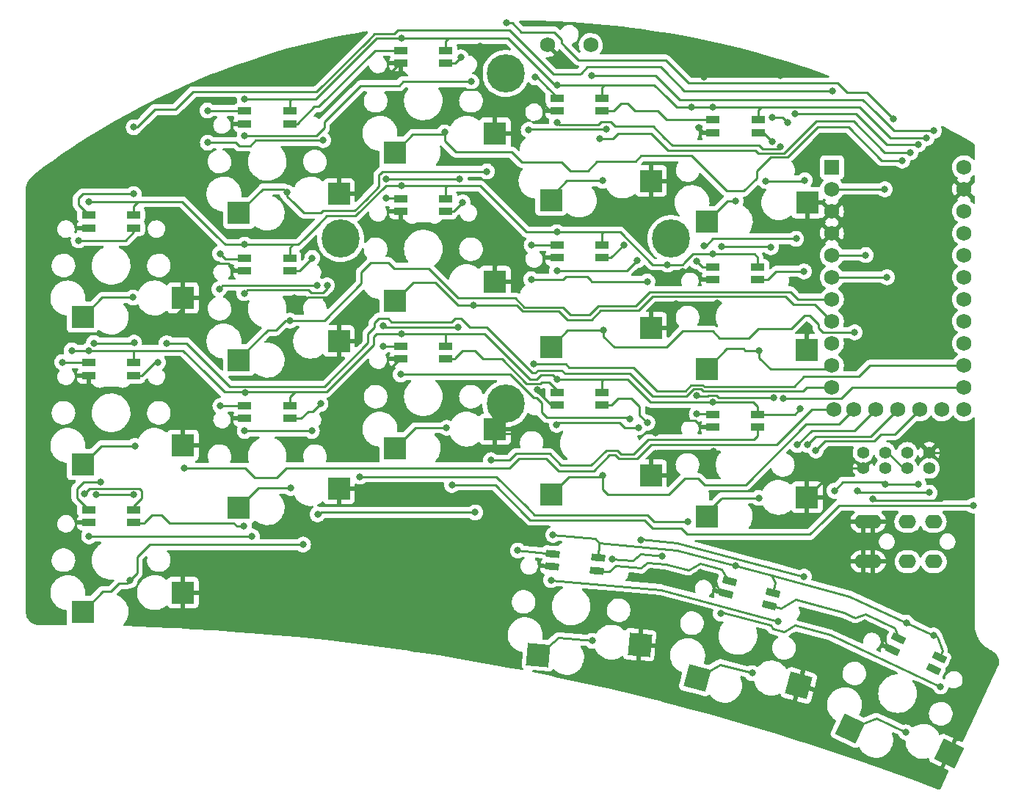
<source format=gbr>
%TF.GenerationSoftware,KiCad,Pcbnew,(6.0.0)*%
%TF.CreationDate,2022-04-19T03:34:00-07:00*%
%TF.ProjectId,half-swept,68616c66-2d73-4776-9570-742e6b696361,rev?*%
%TF.SameCoordinates,Original*%
%TF.FileFunction,Copper,L1,Top*%
%TF.FilePolarity,Positive*%
%FSLAX46Y46*%
G04 Gerber Fmt 4.6, Leading zero omitted, Abs format (unit mm)*
G04 Created by KiCad (PCBNEW (6.0.0)) date 2022-04-19 03:34:00*
%MOMM*%
%LPD*%
G01*
G04 APERTURE LIST*
G04 Aperture macros list*
%AMRoundRect*
0 Rectangle with rounded corners*
0 $1 Rounding radius*
0 $2 $3 $4 $5 $6 $7 $8 $9 X,Y pos of 4 corners*
0 Add a 4 corners polygon primitive as box body*
4,1,4,$2,$3,$4,$5,$6,$7,$8,$9,$2,$3,0*
0 Add four circle primitives for the rounded corners*
1,1,$1+$1,$2,$3*
1,1,$1+$1,$4,$5*
1,1,$1+$1,$6,$7*
1,1,$1+$1,$8,$9*
0 Add four rect primitives between the rounded corners*
20,1,$1+$1,$2,$3,$4,$5,0*
20,1,$1+$1,$4,$5,$6,$7,0*
20,1,$1+$1,$6,$7,$8,$9,0*
20,1,$1+$1,$8,$9,$2,$3,0*%
%AMRotRect*
0 Rectangle, with rotation*
0 The origin of the aperture is its center*
0 $1 length*
0 $2 width*
0 $3 Rotation angle, in degrees counterclockwise*
0 Add horizontal line*
21,1,$1,$2,0,0,$3*%
G04 Aperture macros list end*
%TA.AperFunction,SMDPad,CuDef*%
%ADD10RotRect,2.600000X2.600000X345.000000*%
%TD*%
%TA.AperFunction,SMDPad,CuDef*%
%ADD11RotRect,2.600000X2.600000X335.000000*%
%TD*%
%TA.AperFunction,SMDPad,CuDef*%
%ADD12R,2.600000X2.600000*%
%TD*%
%TA.AperFunction,SMDPad,CuDef*%
%ADD13RotRect,2.600000X2.600000X355.000000*%
%TD*%
%TA.AperFunction,ComponentPad*%
%ADD14O,2.000000X1.600000*%
%TD*%
%TA.AperFunction,ComponentPad*%
%ADD15C,1.750000*%
%TD*%
%TA.AperFunction,ComponentPad*%
%ADD16C,4.400000*%
%TD*%
%TA.AperFunction,ComponentPad*%
%ADD17R,1.752600X1.752600*%
%TD*%
%TA.AperFunction,ComponentPad*%
%ADD18C,1.752600*%
%TD*%
%TA.AperFunction,ComponentPad*%
%ADD19C,1.397000*%
%TD*%
%TA.AperFunction,SMDPad,CuDef*%
%ADD20RoundRect,0.082000X-0.718000X0.328000X-0.718000X-0.328000X0.718000X-0.328000X0.718000X0.328000X0*%
%TD*%
%TA.AperFunction,SMDPad,CuDef*%
%ADD21RoundRect,0.082000X-0.686681X0.389330X-0.743855X-0.264174X0.686681X-0.389330X0.743855X0.264174X0*%
%TD*%
%TA.AperFunction,SMDPad,CuDef*%
%ADD22RoundRect,0.082000X-0.608642X0.502656X-0.778427X-0.130992X0.608642X-0.502656X0.778427X0.130992X0*%
%TD*%
%TA.AperFunction,SMDPad,CuDef*%
%ADD23RoundRect,0.082000X-0.512110X0.600709X-0.789348X0.006171X0.512110X-0.600709X0.789348X-0.006171X0*%
%TD*%
%TA.AperFunction,ViaPad*%
%ADD24C,0.800000*%
%TD*%
%TA.AperFunction,Conductor*%
%ADD25C,0.250000*%
%TD*%
G04 APERTURE END LIST*
D10*
%TO.P,SW21,2,2*%
%TO.N,gnd*%
X101806263Y-89666660D03*
%TO.P,SW21,1,1*%
%TO.N,Switch17*%
X90080418Y-88802337D03*
%TD*%
D11*
%TO.P,SW20,2,2*%
%TO.N,gnd*%
X119098679Y-97498529D03*
%TO.P,SW20,1,1*%
%TO.N,Switch16*%
X107701064Y-94611166D03*
%TD*%
D12*
%TO.P,SW18,2,2*%
%TO.N,gnd*%
X102732454Y-67960711D03*
%TO.P,SW18,1,1*%
%TO.N,Switch15*%
X91182454Y-70160711D03*
%TD*%
%TO.P,SW17,2,2*%
%TO.N,gnd*%
X84758799Y-65420713D03*
%TO.P,SW17,1,1*%
%TO.N,Switch14*%
X73208799Y-67620713D03*
%TD*%
%TO.P,SW16,2,2*%
%TO.N,gnd*%
X66758797Y-60086711D03*
%TO.P,SW16,1,1*%
%TO.N,Switch13*%
X55208797Y-62286711D03*
%TD*%
%TO.P,SW15,2,2*%
%TO.N,gnd*%
X48758799Y-66944710D03*
%TO.P,SW15,1,1*%
%TO.N,Switch12*%
X37208799Y-69144710D03*
%TD*%
%TO.P,SW14,2,2*%
%TO.N,gnd*%
X30758799Y-78952709D03*
%TO.P,SW14,1,1*%
%TO.N,Switch11*%
X19208799Y-81152709D03*
%TD*%
%TO.P,SW12,2,2*%
%TO.N,gnd*%
X102738799Y-50942711D03*
%TO.P,SW12,1,1*%
%TO.N,Switch10*%
X91188799Y-53142711D03*
%TD*%
%TO.P,SW11,2,2*%
%TO.N,gnd*%
X84758800Y-48402714D03*
%TO.P,SW11,1,1*%
%TO.N,Switch9*%
X73208800Y-50602714D03*
%TD*%
%TO.P,SW10,2,2*%
%TO.N,gnd*%
X66758800Y-43068711D03*
%TO.P,SW10,1,1*%
%TO.N,Switch8*%
X55208800Y-45268711D03*
%TD*%
%TO.P,SW9,2,2*%
%TO.N,gnd*%
X48758800Y-49926711D03*
%TO.P,SW9,1,1*%
%TO.N,Switch7*%
X37208800Y-52126711D03*
%TD*%
%TO.P,SW8,2,2*%
%TO.N,gnd*%
X30758799Y-61952711D03*
%TO.P,SW8,1,1*%
%TO.N,Switch6*%
X19208799Y-64152711D03*
%TD*%
%TO.P,SW6,2,2*%
%TO.N,gnd*%
X102758798Y-33952711D03*
%TO.P,SW6,1,1*%
%TO.N,Switch5*%
X91208798Y-36152711D03*
%TD*%
%TO.P,SW5,2,2*%
%TO.N,gnd*%
X84758798Y-31452712D03*
%TO.P,SW5,1,1*%
%TO.N,Switch4*%
X73208798Y-33652712D03*
%TD*%
%TO.P,SW4,2,2*%
%TO.N,gnd*%
X66758798Y-25952711D03*
%TO.P,SW4,1,1*%
%TO.N,Switch3*%
X55208798Y-28152711D03*
%TD*%
%TO.P,SW3,2,2*%
%TO.N,gnd*%
X48758801Y-32952711D03*
%TO.P,SW3,1,1*%
%TO.N,Switch2*%
X37208801Y-35152711D03*
%TD*%
%TO.P,SW2,2,2*%
%TO.N,gnd*%
X30758799Y-44952711D03*
%TO.P,SW2,1,1*%
%TO.N,Switch1*%
X19208799Y-47152711D03*
%TD*%
D13*
%TO.P,SW1,2,2*%
%TO.N,gnd*%
X83450476Y-84959653D03*
%TO.P,SW1,1,1*%
%TO.N,Switch18*%
X71752685Y-86144632D03*
%TD*%
D14*
%TO.P,J2,1,SLEEVE*%
%TO.N,gnd*%
X109251800Y-70772711D03*
%TO.P,J2,2,TIP*%
X110351800Y-75372711D03*
%TO.P,J2,3,RING1*%
%TO.N,data*%
X114351800Y-75372711D03*
%TO.P,J2,4,RING2*%
%TO.N,vcc*%
X117351800Y-75372711D03*
%TD*%
D15*
%TO.P,RSW1,1,1*%
%TO.N,gnd*%
X72808798Y-15765212D03*
%TO.P,RSW1,2,2*%
%TO.N,reset*%
X77808798Y-15765212D03*
%TD*%
D16*
%TO.P,REF\u002A\u002A,1*%
%TO.N,N/C*%
X67983800Y-57152712D03*
X48933800Y-38102712D03*
X87033800Y-38102712D03*
X67983800Y-19052712D03*
%TD*%
D17*
%TO.P,U2,1,TX0/PD3*%
%TO.N,led*%
X105613798Y-29869461D03*
D18*
%TO.P,U2,2,RX1/PD2*%
%TO.N,data*%
X105613798Y-32409461D03*
%TO.P,U2,3,GND*%
%TO.N,gnd*%
X105613798Y-34949461D03*
%TO.P,U2,4,GND*%
X105613798Y-37489461D03*
%TO.P,U2,5,2/PD1*%
%TO.N,sda*%
X105613798Y-40029461D03*
%TO.P,U2,6,3/PD0*%
%TO.N,scl*%
X105613798Y-42569461D03*
%TO.P,U2,7,4/PD4*%
%TO.N,Switch7*%
X105613798Y-45109461D03*
%TO.P,U2,8,5/PC6*%
%TO.N,Switch8*%
X105613798Y-47649461D03*
%TO.P,U2,9,6/PD7*%
%TO.N,Switch9*%
X105613798Y-50189461D03*
%TO.P,U2,10,7/PE6*%
%TO.N,Switch10*%
X105613798Y-52729461D03*
%TO.P,U2,11,8/PB4*%
%TO.N,Switch6*%
X105613798Y-55269461D03*
%TO.P,U2,12,9/PB5*%
%TO.N,Switch1*%
X105842398Y-57809461D03*
%TO.P,U2,13,10/PB6*%
%TO.N,Switch13*%
X120853798Y-57809461D03*
%TO.P,U2,14,16/PB2*%
%TO.N,Switch12*%
X120853798Y-55269461D03*
%TO.P,U2,15,14/PB3*%
%TO.N,Switch11*%
X120853798Y-52729461D03*
%TO.P,U2,16,15/PB1*%
%TO.N,unconnected-(U2-Pad16)*%
X120853798Y-50189461D03*
%TO.P,U2,17,A0/PF7*%
%TO.N,Switch2*%
X120853798Y-47649461D03*
%TO.P,U2,18,A1/PF6*%
%TO.N,Switch3*%
X120853798Y-45109461D03*
%TO.P,U2,19,A2/PF5*%
%TO.N,Switch4*%
X120853798Y-42569461D03*
%TO.P,U2,20,A3/PF4*%
%TO.N,Switch5*%
X120853798Y-40029461D03*
%TO.P,U2,21,VCC*%
%TO.N,vcc*%
X120853798Y-37489461D03*
%TO.P,U2,22,RST*%
%TO.N,reset*%
X120853798Y-34949461D03*
%TO.P,U2,23,GND*%
%TO.N,gnd*%
X120853798Y-32409461D03*
%TO.P,U2,24,B0*%
%TO.N,raw*%
X120853798Y-29869461D03*
%TO.P,U2,25,B7*%
%TO.N,Switch14*%
X108153798Y-57809461D03*
%TO.P,U2,26,D5*%
%TO.N,Switch15*%
X110693798Y-57809461D03*
%TO.P,U2,27,C7*%
%TO.N,Switch18*%
X113233798Y-57809461D03*
%TO.P,U2,28,F1*%
%TO.N,Switch17*%
X115773798Y-57809461D03*
%TO.P,U2,29,F0*%
%TO.N,Switch16*%
X118313798Y-57809461D03*
%TD*%
D19*
%TO.P,OL1,1,SDA*%
%TO.N,sda*%
X109223799Y-62782712D03*
%TO.P,OL1,2,SCL*%
%TO.N,scl*%
X111763799Y-62782712D03*
%TO.P,OL1,3,VCC*%
%TO.N,vcc*%
X114303799Y-62782712D03*
%TO.P,OL1,4,GND*%
%TO.N,gnd*%
X116843799Y-62782712D03*
%TD*%
D20*
%TO.P,D34,1,VDD*%
%TO.N,vcc*%
X43083801Y-23372711D03*
%TO.P,D34,2,DOUT*%
%TO.N,Net-(D20-Pad4)*%
X43083801Y-24872711D03*
%TO.P,D34,3,VSS*%
%TO.N,gnd*%
X37883801Y-24872711D03*
%TO.P,D34,4,DIN*%
%TO.N,Net-(D31-Pad2)*%
X37883801Y-23372711D03*
%TD*%
%TO.P,D26,1,VDD*%
%TO.N,vcc*%
X61083797Y-50506711D03*
%TO.P,D26,2,DOUT*%
%TO.N,Net-(D26-Pad2)*%
X61083797Y-52006711D03*
%TO.P,D26,3,VSS*%
%TO.N,gnd*%
X55883797Y-52006711D03*
%TO.P,D26,4,DIN*%
%TO.N,Net-(D23-Pad2)*%
X55883797Y-50506711D03*
%TD*%
%TO.P,D31,1,VDD*%
%TO.N,vcc*%
X43083800Y-40346711D03*
%TO.P,D31,2,DOUT*%
%TO.N,Net-(D31-Pad2)*%
X43083800Y-41846711D03*
%TO.P,D31,3,VSS*%
%TO.N,gnd*%
X37883800Y-41846711D03*
%TO.P,D31,4,DIN*%
%TO.N,Net-(D28-Pad2)*%
X37883800Y-40346711D03*
%TD*%
%TO.P,D28,1,VDD*%
%TO.N,vcc*%
X43083799Y-57364710D03*
%TO.P,D28,2,DOUT*%
%TO.N,Net-(D28-Pad2)*%
X43083799Y-58864710D03*
%TO.P,D28,3,VSS*%
%TO.N,gnd*%
X37883799Y-58864710D03*
%TO.P,D28,4,DIN*%
%TO.N,Net-(D25-Pad2)*%
X37883799Y-57364710D03*
%TD*%
%TO.P,D32,1,VDD*%
%TO.N,vcc*%
X79083800Y-38822714D03*
%TO.P,D32,2,DOUT*%
%TO.N,Net-(D32-Pad2)*%
X79083800Y-40322714D03*
%TO.P,D32,3,VSS*%
%TO.N,gnd*%
X73883800Y-40322714D03*
%TO.P,D32,4,DIN*%
%TO.N,Net-(D29-Pad2)*%
X73883800Y-38822714D03*
%TD*%
%TO.P,D21,1,VDD*%
%TO.N,vcc*%
X97083798Y-24372711D03*
%TO.P,D21,2,DOUT*%
%TO.N,Net-(D21-Pad2)*%
X97083798Y-25872711D03*
%TO.P,D21,3,VSS*%
%TO.N,gnd*%
X91883798Y-25872711D03*
%TO.P,D21,4,DIN*%
%TO.N,Net-(D21-Pad4)*%
X91883798Y-24372711D03*
%TD*%
%TO.P,D19,1,VDD*%
%TO.N,vcc*%
X25083799Y-35372711D03*
%TO.P,D19,2,DOUT*%
%TO.N,Net-(D19-Pad2)*%
X25083799Y-36872711D03*
%TO.P,D19,3,VSS*%
%TO.N,gnd*%
X19883799Y-36872711D03*
%TO.P,D19,4,DIN*%
%TO.N,led*%
X19883799Y-35372711D03*
%TD*%
%TO.P,D23,1,VDD*%
%TO.N,vcc*%
X61083800Y-33488711D03*
%TO.P,D23,2,DOUT*%
%TO.N,Net-(D23-Pad2)*%
X61083800Y-34988711D03*
%TO.P,D23,3,VSS*%
%TO.N,gnd*%
X55883800Y-34988711D03*
%TO.P,D23,4,DIN*%
%TO.N,Net-(D20-Pad2)*%
X55883800Y-33488711D03*
%TD*%
%TO.P,D22,1,VDD*%
%TO.N,vcc*%
X25083797Y-52422712D03*
%TO.P,D22,2,DOUT*%
%TO.N,Net-(D22-Pad2)*%
X25083797Y-53922712D03*
%TO.P,D22,3,VSS*%
%TO.N,gnd*%
X19883797Y-53922712D03*
%TO.P,D22,4,DIN*%
%TO.N,Net-(D19-Pad2)*%
X19883797Y-52422712D03*
%TD*%
%TO.P,D35,1,VDD*%
%TO.N,vcc*%
X79083798Y-21872712D03*
%TO.P,D35,2,DOUT*%
%TO.N,Net-(D21-Pad4)*%
X79083798Y-23372712D03*
%TO.P,D35,3,VSS*%
%TO.N,gnd*%
X73883798Y-23372712D03*
%TO.P,D35,4,DIN*%
%TO.N,Net-(D32-Pad2)*%
X73883798Y-21872712D03*
%TD*%
%TO.P,D25,1,VDD*%
%TO.N,vcc*%
X25083799Y-69372709D03*
%TO.P,D25,2,DOUT*%
%TO.N,Net-(D25-Pad2)*%
X25083799Y-70872709D03*
%TO.P,D25,3,VSS*%
%TO.N,gnd*%
X19883799Y-70872709D03*
%TO.P,D25,4,DIN*%
%TO.N,Net-(D22-Pad2)*%
X19883799Y-69372709D03*
%TD*%
%TO.P,D24,1,VDD*%
%TO.N,vcc*%
X97063799Y-41362711D03*
%TO.P,D24,2,DOUT*%
%TO.N,Net-(D24-Pad2)*%
X97063799Y-42862711D03*
%TO.P,D24,3,VSS*%
%TO.N,gnd*%
X91863799Y-42862711D03*
%TO.P,D24,4,DIN*%
%TO.N,Net-(D21-Pad2)*%
X91863799Y-41362711D03*
%TD*%
D21*
%TO.P,D30,1,VDD*%
%TO.N,vcc*%
X78632023Y-74921499D03*
%TO.P,D30,2,DOUT*%
%TO.N,Net-(D30-Pad2)*%
X78501290Y-76415791D03*
%TO.P,D30,3,VSS*%
%TO.N,gnd*%
X73321077Y-75962581D03*
%TO.P,D30,4,DIN*%
%TO.N,Net-(D27-Pad2)*%
X73451811Y-74468289D03*
%TD*%
D20*
%TO.P,D29,1,VDD*%
%TO.N,vcc*%
X79083799Y-55840713D03*
%TO.P,D29,2,DOUT*%
%TO.N,Net-(D29-Pad2)*%
X79083799Y-57340713D03*
%TO.P,D29,3,VSS*%
%TO.N,gnd*%
X73883799Y-57340713D03*
%TO.P,D29,4,DIN*%
%TO.N,Net-(D26-Pad2)*%
X73883799Y-55840713D03*
%TD*%
D14*
%TO.P,J1,1,SLEEVE*%
%TO.N,gnd*%
X109233800Y-75352713D03*
%TO.P,J1,2,TIP*%
X110333800Y-70752713D03*
%TO.P,J1,3,RING1*%
%TO.N,data*%
X114333800Y-70752713D03*
%TO.P,J1,4,RING2*%
%TO.N,vcc*%
X117333800Y-70752713D03*
%TD*%
D19*
%TO.P,OL2,1,SDA*%
%TO.N,sda*%
X116843799Y-64602710D03*
%TO.P,OL2,2,SCL*%
%TO.N,scl*%
X114303799Y-64602710D03*
%TO.P,OL2,3,VCC*%
%TO.N,vcc*%
X111763799Y-64602710D03*
%TO.P,OL2,4,GND*%
%TO.N,gnd*%
X109223799Y-64602710D03*
%TD*%
D22*
%TO.P,D33,1,VDD*%
%TO.N,vcc*%
X98804120Y-78944293D03*
%TO.P,D33,2,DOUT*%
%TO.N,Net-(D33-Pad2)*%
X98415892Y-80393182D03*
%TO.P,D33,3,VSS*%
%TO.N,gnd*%
X93393077Y-79047323D03*
%TO.P,D33,4,DIN*%
%TO.N,Net-(D30-Pad2)*%
X93781306Y-77598434D03*
%TD*%
D20*
%TO.P,D20,1,VDD*%
%TO.N,vcc*%
X61083798Y-16372711D03*
%TO.P,D20,2,DOUT*%
%TO.N,Net-(D20-Pad2)*%
X61083798Y-17872711D03*
%TO.P,D20,3,VSS*%
%TO.N,gnd*%
X55883798Y-17872711D03*
%TO.P,D20,4,DIN*%
%TO.N,Net-(D20-Pad4)*%
X55883798Y-16372711D03*
%TD*%
D23*
%TO.P,D36,1,VDD*%
%TO.N,vcc*%
X118004066Y-86417742D03*
%TO.P,D36,2,DOUT*%
%TO.N,unconnected-(D36-Pad2)*%
X117370138Y-87777204D03*
%TO.P,D36,3,VSS*%
%TO.N,gnd*%
X112657338Y-85579589D03*
%TO.P,D36,4,DIN*%
%TO.N,Net-(D33-Pad2)*%
X113291265Y-84220127D03*
%TD*%
D20*
%TO.P,D27,1,VDD*%
%TO.N,vcc*%
X97063800Y-58380712D03*
%TO.P,D27,2,DOUT*%
%TO.N,Net-(D27-Pad2)*%
X97063800Y-59880712D03*
%TO.P,D27,3,VSS*%
%TO.N,gnd*%
X91863800Y-59880712D03*
%TO.P,D27,4,DIN*%
%TO.N,Net-(D24-Pad2)*%
X91863800Y-58380712D03*
%TD*%
D24*
%TO.N,Switch14*%
X79150000Y-65450000D03*
%TO.N,Switch3*%
X60950000Y-25850000D03*
%TO.N,Switch1*%
X25000000Y-44900000D03*
%TO.N,gnd*%
X110300000Y-68150000D03*
X119100000Y-62800000D03*
%TO.N,vcc*%
X105900000Y-67200000D03*
X101950000Y-57750000D03*
%TO.N,gnd*%
X90429196Y-76616688D03*
X71915706Y-22144428D03*
%TO.N,Net-(D32-Pad2)*%
X71365707Y-19494428D03*
%TO.N,gnd*%
X68965707Y-60594429D03*
X71665707Y-55544428D03*
X109382642Y-82442928D03*
X50682456Y-54329772D03*
X51032455Y-49929772D03*
X91982456Y-62679772D03*
X85232456Y-62879772D03*
X85282455Y-60529773D03*
X92382455Y-45529772D03*
X87682456Y-45579772D03*
X88432456Y-41879773D03*
%TO.N,vcc*%
X86655393Y-41102710D03*
%TO.N,gnd*%
X86982456Y-31479772D03*
X85982456Y-42829773D03*
X102982455Y-48429772D03*
X100832456Y-40329773D03*
%TO.N,Net-(D24-Pad2)*%
X102382456Y-41879772D03*
%TO.N,gnd*%
X99682456Y-19329772D03*
%TO.N,Net-(D17-Pad2)*%
X100532455Y-24729771D03*
X98732456Y-24079773D03*
X99682455Y-27479773D03*
%TO.N,Net-(D21-Pad2)*%
X98732456Y-26879772D03*
%TO.N,gnd*%
X90832456Y-19430145D03*
X90282455Y-25329772D03*
%TO.N,Switch13*%
X61182456Y-59929773D03*
X61782456Y-66529772D03*
%TO.N,Switch12*%
X43182455Y-66879772D03*
X88982455Y-70779773D03*
X51182456Y-65579772D03*
%TO.N,Switch11*%
X24638298Y-77535615D03*
%TO.N,gnd*%
X27282456Y-49629772D03*
X51082455Y-40629772D03*
X43632456Y-44979772D03*
X65032455Y-15879772D03*
X61132456Y-21029772D03*
X48232455Y-16829772D03*
X54382456Y-19278212D03*
X68132456Y-37029772D03*
X61082456Y-36979772D03*
%TO.N,Net-(D21-Pad2)*%
X90032455Y-40729773D03*
%TO.N,gnd*%
X51082456Y-46129772D03*
%TO.N,Net-(D31-Pad2)*%
X33582456Y-23329772D03*
X33632456Y-27029773D03*
X46932455Y-26729772D03*
%TO.N,Net-(D22-Pad2)*%
X27882456Y-52379772D03*
%TO.N,Net-(D11-Pad2)*%
X73882456Y-59579771D03*
%TO.N,Net-(D20-Pad2)*%
X62832456Y-17179772D03*
%TO.N,Switch4*%
X79182457Y-31429773D03*
%TO.N,Switch2*%
X42782456Y-32779772D03*
%TO.N,Net-(D31-Pad2)*%
X45671658Y-40340571D03*
%TO.N,Switch18*%
X77971204Y-84509460D03*
X83608285Y-72856421D03*
%TO.N,Net-(D12-Pad2)*%
X99442949Y-82251147D03*
%TO.N,Net-(D15-Pad2)*%
X118162855Y-89775483D03*
%TO.N,Switch16*%
X114165281Y-95068168D03*
%TO.N,Switch17*%
X96410276Y-88248034D03*
%TO.N,Switch18*%
X102394936Y-77117720D03*
%TO.N,Switch10*%
X97236816Y-51024870D03*
%TO.N,Switch7*%
X43107043Y-47554644D03*
%TO.N,Net-(D23-Pad2)*%
X63036815Y-33924873D03*
%TO.N,Switch8*%
X64286814Y-45824871D03*
%TO.N,Switch9*%
X79286815Y-48674872D03*
%TO.N,Switch6*%
X25236814Y-62024873D03*
%TO.N,Switch15*%
X97186816Y-68024872D03*
%TO.N,Net-(D11-Pad4)*%
X55886814Y-53774872D03*
%TO.N,Net-(D32-Pad2)*%
X81596390Y-38865298D03*
%TO.N,Switch9*%
X108236814Y-48924873D03*
%TO.N,Switch5*%
X94536814Y-33774871D03*
%TO.N,Net-(D21-Pad2)*%
X102486815Y-31374873D03*
X101486815Y-38124873D03*
X97969267Y-31442419D03*
%TO.N,Net-(D24-Pad2)*%
X90036815Y-56224873D03*
X98886815Y-56474873D03*
%TO.N,Net-(D27-Pad2)*%
X66286815Y-63674872D03*
%TO.N,Net-(D10-Pad4)*%
X38708976Y-72452710D03*
%TO.N,Net-(D28-Pad2)*%
X46633799Y-57171857D03*
%TO.N,Net-(D25-Pad2)*%
X37786816Y-71274872D03*
%TO.N,Switch11*%
X46286813Y-69924871D03*
%TO.N,Net-(D22-Pad2)*%
X21236814Y-66174871D03*
%TO.N,Switch6*%
X28886813Y-50174873D03*
%TO.N,Net-(D28-Pad2)*%
X35036814Y-39824873D03*
X34936814Y-43924874D03*
%TO.N,vcc*%
X91863800Y-56972711D03*
X19883800Y-33852712D03*
X37883796Y-38802711D03*
X55983800Y-49052711D03*
X37917336Y-55879146D03*
X55983798Y-32002711D03*
X94484920Y-75840270D03*
X115619270Y-66454645D03*
X19883799Y-51002713D03*
X91883801Y-22952710D03*
X73451811Y-72284697D03*
X91863800Y-39882715D03*
X111769270Y-66454643D03*
X73933801Y-20402711D03*
X117339393Y-83884523D03*
X17933798Y-51002711D03*
X114200282Y-82420734D03*
X37883797Y-22002711D03*
X73883800Y-37352711D03*
X73933799Y-54302711D03*
X116533801Y-26502710D03*
X19386814Y-67524871D03*
X55933802Y-15002710D03*
X89383800Y-22952713D03*
%TO.N,Switch18*%
X102819270Y-61904643D03*
%TO.N,reset*%
X117383800Y-25652709D03*
X77933799Y-19252711D03*
%TO.N,Switch1*%
X30919269Y-64604644D03*
%TO.N,Switch2*%
X112719269Y-24304643D03*
X65819270Y-30354644D03*
X68069269Y-13204644D03*
%TO.N,Switch3*%
X113719269Y-29104644D03*
%TO.N,Switch4*%
X114669268Y-28154644D03*
X78819271Y-26554644D03*
%TO.N,Switch5*%
X115569268Y-27227211D03*
X101319270Y-23704643D03*
%TO.N,Switch11*%
X71219269Y-52554646D03*
X44619270Y-73404644D03*
X64469271Y-69704646D03*
%TO.N,Switch12*%
X99969268Y-56554644D03*
%TO.N,Switch13*%
X121919269Y-68904645D03*
%TO.N,Switch15*%
X101619271Y-61904643D03*
%TO.N,Switch17*%
X103769270Y-62554646D03*
%TO.N,Net-(D1-Pad2)*%
X25133798Y-50102711D03*
X20483798Y-50152710D03*
%TO.N,led*%
X105633801Y-21052711D03*
X25083801Y-32952710D03*
X25083798Y-25252709D03*
%TO.N,data*%
X111719271Y-32404645D03*
%TO.N,Net-(D16-Pad2)*%
X37883797Y-26252712D03*
X64033798Y-20002713D03*
%TO.N,Net-(D3-Pad2)*%
X92883798Y-39052710D03*
X98583799Y-39102711D03*
%TO.N,Net-(D17-Pad2)*%
X73883799Y-24702712D03*
%TO.N,Net-(D4-Pad2)*%
X20733800Y-67652711D03*
X25083800Y-67652712D03*
%TO.N,Net-(D10-Pad4)*%
X19933798Y-72452711D03*
%TO.N,Net-(D11-Pad4)*%
X82333799Y-58902711D03*
%TO.N,Net-(D12-Pad4)*%
X80300818Y-75064083D03*
X86053211Y-74714104D03*
%TO.N,Net-(D10-Pad2)*%
X37883800Y-60302710D03*
X45633801Y-60302711D03*
%TO.N,Net-(D11-Pad2)*%
X83283800Y-59902711D03*
%TO.N,Net-(D12-Pad2)*%
X73211057Y-77505460D03*
%TO.N,Net-(D13-Pad2)*%
X47383801Y-43502711D03*
X37833799Y-44402711D03*
%TO.N,Net-(D14-Pad2)*%
X83183799Y-40602712D03*
X73883799Y-41852711D03*
%TO.N,Net-(D15-Pad2)*%
X92796469Y-81377369D03*
%TO.N,sda*%
X116869270Y-67404643D03*
X109519270Y-40004643D03*
X108583799Y-67202710D03*
%TO.N,scl*%
X111969269Y-42554644D03*
%TO.N,Net-(D19-Pad2)*%
X16833799Y-52352711D03*
X18733802Y-38302712D03*
%TO.N,Net-(D20-Pad2)*%
X62683798Y-31252711D03*
X54233799Y-31202712D03*
X54233801Y-33452711D03*
%TO.N,Net-(D21-Pad2)*%
X90883799Y-38902711D03*
%TO.N,Net-(D23-Pad2)*%
X62533797Y-48302712D03*
X53833798Y-50552712D03*
X53833799Y-48202710D03*
%TO.N,Net-(D24-Pad2)*%
X90033796Y-58352710D03*
%TO.N,Net-(D25-Pad2)*%
X35083799Y-57402712D03*
%TO.N,Net-(D27-Pad2)*%
X69383798Y-74102711D03*
%TO.N,Net-(D28-Pad2)*%
X46233799Y-43502710D03*
%TO.N,Net-(D29-Pad2)*%
X84333799Y-59352711D03*
X70933797Y-42802713D03*
X70983801Y-38852711D03*
X84333800Y-43052710D03*
%TO.N,Net-(D32-Pad2)*%
X70633801Y-25552712D03*
X79633798Y-25502712D03*
%TD*%
D25*
%TO.N,Net-(D16-Pad2)*%
X46159518Y-26252710D02*
X37883797Y-26252712D01*
X47082456Y-25329773D02*
X46159518Y-26252710D01*
X56147289Y-20002711D02*
X55681745Y-20468255D01*
X55681745Y-20468255D02*
X51268255Y-20468255D01*
X64033798Y-20002713D02*
X56147289Y-20002711D01*
X51268255Y-20468255D02*
X47082455Y-24654052D01*
X47082455Y-24654052D02*
X47082456Y-25329773D01*
%TO.N,Switch14*%
X79150000Y-67000000D02*
X79150000Y-65450000D01*
X79774872Y-67624872D02*
X79150000Y-67000000D01*
X86786815Y-67624873D02*
X79774872Y-67624872D01*
X90919270Y-66504643D02*
X90189498Y-65774872D01*
X88636814Y-65774872D02*
X86786815Y-67624873D01*
X90189498Y-65774872D02*
X88636814Y-65774872D01*
X106458617Y-59504643D02*
X102669269Y-59504644D01*
X102669269Y-59504644D02*
X95669271Y-66504644D01*
X108153798Y-57809463D02*
X106458617Y-59504643D01*
X95669271Y-66504644D02*
X90919270Y-66504643D01*
X79025129Y-65574871D02*
X79150000Y-65450000D01*
X77736815Y-65574871D02*
X79025129Y-65574871D01*
%TO.N,Switch3*%
X100482199Y-28729772D02*
X103957328Y-25254645D01*
X98544144Y-28729773D02*
X100482199Y-28729772D01*
X96969269Y-31104645D02*
X96969270Y-30304644D01*
X95469271Y-32604645D02*
X96969269Y-31104645D01*
X93469269Y-32604644D02*
X95469271Y-32604645D01*
X89419271Y-28554643D02*
X93469269Y-32604644D01*
X83619270Y-28554644D02*
X89419271Y-28554643D01*
X78538299Y-29185616D02*
X82988298Y-29185615D01*
X77469269Y-30254643D02*
X78538299Y-29185616D01*
X75419271Y-30254643D02*
X77469269Y-30254643D01*
X82988298Y-29185615D02*
X83619270Y-28554644D01*
X103957328Y-25254645D02*
X107519267Y-25254642D01*
X69869268Y-29304644D02*
X74469268Y-29304645D01*
X60950000Y-26850000D02*
X62202712Y-28102712D01*
X74469268Y-29304645D02*
X75419271Y-30254643D01*
X60950000Y-25850000D02*
X60950000Y-26850000D01*
X107519267Y-25254642D02*
X111369271Y-29104645D01*
X62202712Y-28102712D02*
X68667335Y-28102712D01*
X111369271Y-29104645D02*
X113719269Y-29104644D01*
X68667335Y-28102712D02*
X69869268Y-29304644D01*
X96969270Y-30304644D02*
X98544144Y-28729773D01*
X60725129Y-26074871D02*
X60950000Y-25850000D01*
X59486814Y-26074871D02*
X60725129Y-26074871D01*
%TO.N,Switch1*%
X25000000Y-44900000D02*
X21461512Y-44900000D01*
X21461512Y-44900000D02*
X21386639Y-44974873D01*
%TO.N,led*%
X18700000Y-33450000D02*
X18700000Y-34188912D01*
X19197290Y-32952710D02*
X18700000Y-33450000D01*
X25083801Y-32952710D02*
X19197290Y-32952710D01*
X18700000Y-34188912D02*
X19883799Y-35372711D01*
%TO.N,gnd*%
X119100000Y-67400000D02*
X119100000Y-62800000D01*
X118200000Y-68300000D02*
X119100000Y-67400000D01*
X110350000Y-68300000D02*
X118200000Y-68300000D01*
X110300000Y-68250000D02*
X110350000Y-68300000D01*
X110300000Y-68150000D02*
X110300000Y-68250000D01*
X119082712Y-62782712D02*
X119100000Y-62800000D01*
X116843799Y-62782712D02*
X119082712Y-62782712D01*
X106090455Y-64602710D02*
X102732454Y-67960711D01*
X109223799Y-64602710D02*
X106090455Y-64602710D01*
%TO.N,vcc*%
X111514627Y-66200000D02*
X111769270Y-66454643D01*
X105900000Y-67200000D02*
X106900000Y-66200000D01*
X101319288Y-58380712D02*
X101950000Y-57750000D01*
X106900000Y-66200000D02*
X111514627Y-66200000D01*
X97063800Y-58380712D02*
X101319288Y-58380712D01*
%TO.N,gnd*%
X91684899Y-76953152D02*
X90429196Y-76616688D01*
X92250585Y-77932948D02*
X91684899Y-76953152D01*
X92802626Y-78889112D02*
X92250585Y-77932948D01*
X93393077Y-79047322D02*
X92802626Y-78889112D01*
%TO.N,Net-(D30-Pad2)*%
X90404071Y-75574679D02*
X89053153Y-76354632D01*
X92909644Y-76246046D02*
X90404071Y-75574679D01*
X93673817Y-77569632D02*
X92909644Y-76246046D01*
X93781306Y-77598434D02*
X93673817Y-77569632D01*
X86423058Y-75649900D02*
X89053153Y-76354632D01*
%TO.N,gnd*%
X73143990Y-23372712D02*
X71915706Y-22144428D01*
X73883797Y-23372711D02*
X73143990Y-23372712D01*
%TO.N,Net-(D32-Pad2)*%
X71615706Y-19494429D02*
X71365707Y-19494428D01*
X72865706Y-20744428D02*
X71615706Y-19494429D01*
X73883798Y-21762519D02*
X72865706Y-20744428D01*
X73883798Y-21872712D02*
X73883798Y-21762519D01*
%TO.N,gnd*%
X67266515Y-60594429D02*
X66758798Y-60086710D01*
X68965707Y-60594429D02*
X67266515Y-60594429D01*
X71665707Y-55794428D02*
X71665707Y-55544428D01*
X73211990Y-57340712D02*
X72365706Y-56494428D01*
X73883799Y-57340712D02*
X73211990Y-57340712D01*
X72365706Y-56494428D02*
X71665707Y-55794428D01*
%TO.N,Net-(D26-Pad2)*%
X72115707Y-54694428D02*
X71995611Y-54814524D01*
X72965707Y-54694428D02*
X72115707Y-54694428D01*
X71995611Y-54814524D02*
X70395611Y-54814525D01*
X73883799Y-55612520D02*
X72965707Y-54694428D01*
X73883798Y-55840712D02*
X73883799Y-55612520D01*
X67587800Y-52006711D02*
X70395611Y-54814525D01*
%TO.N,gnd*%
X112657338Y-85579590D02*
X112036826Y-85290240D01*
X112036826Y-85290240D02*
X111669785Y-84281804D01*
X111669785Y-84281804D02*
X111331203Y-83351556D01*
X111331203Y-83351556D02*
X109382642Y-82442928D01*
%TO.N,Net-(D33-Pad2)*%
X109466921Y-81434018D02*
X112851671Y-83012353D01*
X108307238Y-81856108D02*
X109466921Y-81434018D01*
X107899400Y-81665930D02*
X108307238Y-81856108D01*
X112851671Y-83012353D02*
X113291265Y-84220128D01*
X107013164Y-81252673D02*
X107899400Y-81665930D01*
%TO.N,gnd*%
X48761861Y-49929771D02*
X48758800Y-49926712D01*
X51032455Y-49929772D02*
X48761861Y-49929771D01*
X53482455Y-54329772D02*
X50682456Y-54329772D01*
X55805518Y-52006710D02*
X54532455Y-53279772D01*
X55883798Y-52006710D02*
X55805518Y-52006710D01*
X54532455Y-53279772D02*
X53482455Y-54329772D01*
X91882455Y-62579773D02*
X91982456Y-62679772D01*
X87832456Y-62579773D02*
X91882455Y-62579773D01*
X85532455Y-62579773D02*
X87832456Y-62579773D01*
X85232456Y-62879772D02*
X85532455Y-62579773D01*
X88782456Y-59079771D02*
X86732455Y-59079772D01*
X89882456Y-59079772D02*
X88782456Y-59079771D01*
X90282456Y-59479772D02*
X89882456Y-59079772D01*
X90683395Y-59880712D02*
X90282456Y-59479772D01*
X91863799Y-59880711D02*
X90683395Y-59880712D01*
X86732455Y-59079772D02*
X85282455Y-60529773D01*
X92332456Y-45579771D02*
X92382455Y-45529772D01*
X87682456Y-45579772D02*
X92332456Y-45579771D01*
%TO.N,vcc*%
X84933801Y-41102710D02*
X86655393Y-41102710D01*
X86655393Y-41102710D02*
X88383799Y-41102712D01*
%TO.N,gnd*%
X84785858Y-31479771D02*
X84758798Y-31452712D01*
X86982456Y-31479772D02*
X84785858Y-31479771D01*
X87932455Y-42379772D02*
X87482454Y-42829773D01*
X87482454Y-42829773D02*
X85982456Y-42829773D01*
X88432456Y-41879773D02*
X87932455Y-42379772D01*
X90582456Y-42629772D02*
X89832456Y-41879771D01*
X90815394Y-42862711D02*
X90582456Y-42629772D01*
X88982456Y-41879772D02*
X88432456Y-41879773D01*
X91863799Y-42862711D02*
X90815394Y-42862711D01*
X89832456Y-41879771D02*
X88982456Y-41879772D01*
X102738799Y-48673429D02*
X102982455Y-48429772D01*
X102738798Y-50942712D02*
X102738799Y-48673429D01*
%TO.N,Switch9*%
X104537356Y-48924872D02*
X108236814Y-48924873D01*
X104030615Y-48418133D02*
X104537356Y-48924872D01*
X104030615Y-47977932D02*
X104030615Y-48418133D01*
X103032456Y-46979772D02*
X104030615Y-47977932D01*
X102432455Y-46979772D02*
X103032456Y-46979772D01*
X100932455Y-48479772D02*
X102432455Y-46979772D01*
X97082456Y-48479771D02*
X100932455Y-48479772D01*
X95987354Y-49574873D02*
X97082456Y-48479771D01*
X92636812Y-49574872D02*
X95987354Y-49574873D01*
X88386813Y-48774872D02*
X91836815Y-48774871D01*
X91836815Y-48774871D02*
X92636812Y-49574872D01*
X86536814Y-50624872D02*
X88386813Y-48774872D01*
X80486814Y-50624872D02*
X86536814Y-50624872D01*
X79286814Y-49424872D02*
X80486814Y-50624872D01*
X79286815Y-48674872D02*
X79286814Y-49424872D01*
%TO.N,Switch8*%
X103638139Y-45673801D02*
X105613798Y-47649462D01*
X101188427Y-45673801D02*
X103638139Y-45673801D01*
X101188427Y-45673801D02*
X100269270Y-44754644D01*
%TO.N,Net-(D24-Pad2)*%
X99182455Y-41879772D02*
X100532455Y-41879772D01*
X100532455Y-41879772D02*
X102382456Y-41879772D01*
X98632456Y-42429773D02*
X99182455Y-41879772D01*
X98199517Y-42862711D02*
X98632456Y-42429773D01*
X97063798Y-42862711D02*
X98199517Y-42862711D01*
%TO.N,gnd*%
X90932829Y-19329772D02*
X90832456Y-19430145D01*
X99682456Y-19329772D02*
X90932829Y-19329772D01*
%TO.N,Net-(D17-Pad2)*%
X99882455Y-24079772D02*
X100532455Y-24729771D01*
X98732456Y-24079773D02*
X99882455Y-24079772D01*
X78633800Y-25002711D02*
X74183801Y-25002711D01*
X79033800Y-24602713D02*
X78633800Y-25002711D01*
X80083800Y-24602710D02*
X79033800Y-24602713D01*
X84983802Y-25152712D02*
X80633799Y-25152711D01*
X86283798Y-26452711D02*
X84983802Y-25152712D01*
X94183800Y-27352713D02*
X87183799Y-27352712D01*
X97205394Y-27352713D02*
X94183800Y-27352713D01*
X97632456Y-27779772D02*
X97205394Y-27352713D01*
X99382456Y-27779772D02*
X97632456Y-27779772D01*
X80633799Y-25152711D02*
X80083800Y-24602710D01*
X99682455Y-27479773D02*
X99382456Y-27779772D01*
X87183799Y-27352712D02*
X86283798Y-26452711D01*
X74183801Y-25002711D02*
X73883799Y-24702712D01*
%TO.N,Net-(D21-Pad2)*%
X97725394Y-25872711D02*
X98732456Y-26879772D01*
X97083798Y-25872712D02*
X97725394Y-25872711D01*
%TO.N,gnd*%
X90825395Y-25872711D02*
X90282455Y-25329772D01*
X91883799Y-25872712D02*
X90825395Y-25872711D01*
%TO.N,Switch13*%
X57565736Y-59929773D02*
X55208798Y-62286711D01*
X61182456Y-59929773D02*
X57565736Y-59929773D01*
X66782455Y-66529773D02*
X61782456Y-66529772D01*
X70232456Y-69979772D02*
X66782455Y-66529773D01*
X70832455Y-70579772D02*
X70232456Y-69979772D01*
X79232456Y-70579772D02*
X70832455Y-70579772D01*
X83982455Y-70579773D02*
X79232456Y-70579772D01*
X84282456Y-70879773D02*
X83982455Y-70579773D01*
X84932456Y-71529772D02*
X84282456Y-70879773D01*
X86432456Y-71529773D02*
X84932456Y-71529772D01*
X88232456Y-71529771D02*
X86432456Y-71529773D01*
X88932456Y-72229772D02*
X88532456Y-71829772D01*
X103082455Y-72229773D02*
X96832456Y-72229773D01*
X104532456Y-70779772D02*
X103082455Y-72229773D01*
X106407583Y-68904643D02*
X104532456Y-70779772D01*
X88532456Y-71829772D02*
X88232456Y-71529771D01*
X121919269Y-68904645D02*
X106407583Y-68904643D01*
X96832456Y-72229773D02*
X88932456Y-72229772D01*
%TO.N,Switch12*%
X39473737Y-66879772D02*
X37208799Y-69144710D01*
X43182455Y-66879772D02*
X39473737Y-66879772D01*
X62632456Y-65579772D02*
X51182456Y-65579772D01*
X70432456Y-69079772D02*
X66932456Y-65579772D01*
X71332455Y-69979772D02*
X70432456Y-69079772D01*
X74732456Y-69979772D02*
X71332455Y-69979772D01*
X84332455Y-69979773D02*
X74732456Y-69979772D01*
X84682456Y-70329772D02*
X84332455Y-69979773D01*
X66932456Y-65579772D02*
X62632456Y-65579772D01*
X85132457Y-70779773D02*
X84682456Y-70329772D01*
X88982455Y-70779773D02*
X85132457Y-70779773D01*
%TO.N,Switch11*%
X24638298Y-77535615D02*
X24269270Y-77904644D01*
X25469271Y-76704643D02*
X24638298Y-77535615D01*
X21521395Y-78840114D02*
X19208800Y-81152710D01*
X22483799Y-78840115D02*
X21521395Y-78840114D01*
%TO.N,gnd*%
X30758800Y-46153428D02*
X27282456Y-49629772D01*
X30758800Y-44952711D02*
X30758800Y-46153428D01*
X49982456Y-41729772D02*
X51082455Y-40629772D01*
X49982456Y-42029773D02*
X49982456Y-41729772D01*
X49982455Y-42529773D02*
X49982456Y-42029773D01*
X48482456Y-44029772D02*
X49982455Y-42529773D01*
X47682456Y-44829772D02*
X48482456Y-44029772D01*
X46732457Y-44829773D02*
X47682456Y-44829772D01*
X45082454Y-44979773D02*
X45232455Y-44829773D01*
X44682456Y-44979772D02*
X45082454Y-44979773D01*
X43632456Y-44979772D02*
X44682456Y-44979772D01*
X45232455Y-44829773D02*
X46732457Y-44829773D01*
X37766861Y-41729772D02*
X37883800Y-41846711D01*
X36032455Y-40929772D02*
X36832455Y-41729773D01*
X32232454Y-40929772D02*
X36032455Y-40929772D01*
X36832455Y-41729773D02*
X37766861Y-41729772D01*
X30758799Y-42403428D02*
X32232454Y-40929772D01*
X30758800Y-44952711D02*
X30758799Y-42403428D01*
X65182455Y-15729772D02*
X65032455Y-15879772D01*
X65182456Y-20179772D02*
X65182455Y-15729772D01*
X64482454Y-20879772D02*
X65182456Y-20179772D01*
X61282456Y-20879772D02*
X64232456Y-20879771D01*
X61132456Y-21029772D02*
X61282456Y-20879772D01*
X64232456Y-20879771D02*
X64482454Y-20879772D01*
X55787955Y-17872710D02*
X54382456Y-19278212D01*
X55883799Y-17872712D02*
X55787955Y-17872710D01*
X61082456Y-36979772D02*
X68082456Y-36979772D01*
X68082456Y-36979772D02*
X68132456Y-37029772D01*
%TO.N,Net-(D21-Pad2)*%
X90665395Y-41362711D02*
X90032455Y-40729773D01*
X91863798Y-41362711D02*
X90665395Y-41362711D01*
%TO.N,Net-(D31-Pad2)*%
X46882456Y-26779772D02*
X46932455Y-26729772D01*
X39132456Y-26779773D02*
X46882456Y-26779772D01*
X38532456Y-27379773D02*
X39132456Y-26779773D01*
X37232455Y-27379772D02*
X38532456Y-27379773D01*
X36882456Y-27029772D02*
X37232455Y-27379772D01*
X33632456Y-27029773D02*
X36882456Y-27029772D01*
X37840861Y-23329773D02*
X33582456Y-23329772D01*
X37883801Y-23372711D02*
X37840861Y-23329773D01*
%TO.N,Net-(D26-Pad2)*%
X65405517Y-52006712D02*
X67587800Y-52006711D01*
X64428577Y-51029772D02*
X65405517Y-52006712D01*
X63032456Y-51029773D02*
X64428577Y-51029772D01*
X62159395Y-51902833D02*
X63032456Y-51029773D01*
X62159395Y-52006711D02*
X62159395Y-51902833D01*
X61083800Y-52006713D02*
X62159395Y-52006711D01*
%TO.N,Net-(D22-Pad2)*%
X26532455Y-53379773D02*
X27532456Y-52379773D01*
X27532456Y-52379773D02*
X27882456Y-52379772D01*
X25989516Y-53922713D02*
X26532455Y-53379773D01*
X25083796Y-53922712D02*
X25989516Y-53922713D01*
%TO.N,Net-(D20-Pad4)*%
X52939520Y-16372710D02*
X46432455Y-22879772D01*
X54263801Y-16372709D02*
X52939520Y-16372710D01*
X46432455Y-22879772D02*
X45932455Y-22879772D01*
X45932455Y-22879772D02*
X43939517Y-24872711D01*
X43939517Y-24872711D02*
X43083798Y-24872712D01*
X55883798Y-16372713D02*
X54263801Y-16372709D01*
%TO.N,Net-(D29-Pad2)*%
X83446657Y-58465570D02*
X84333799Y-59352711D01*
X83446658Y-57493974D02*
X83446657Y-58465570D01*
X82482456Y-56529772D02*
X83446658Y-57493974D01*
X80982455Y-56529772D02*
X82482456Y-56529772D01*
X80171517Y-57340711D02*
X80982455Y-56529772D01*
X79083800Y-57340711D02*
X80171517Y-57340711D01*
%TO.N,Net-(D11-Pad2)*%
X81160863Y-59329772D02*
X81733801Y-59902710D01*
X74132456Y-59329773D02*
X81160863Y-59329772D01*
X73882456Y-59579771D02*
X74132456Y-59329773D01*
X81733801Y-59902710D02*
X83283800Y-59902711D01*
%TO.N,Net-(D11-Pad4)*%
X82160862Y-58729772D02*
X82333799Y-58902711D01*
X72186814Y-57074872D02*
X72186814Y-58184131D01*
X72732455Y-58729772D02*
X82160862Y-58729772D01*
X71586815Y-56474872D02*
X72186814Y-57074872D01*
X72186814Y-58184131D02*
X72732455Y-58729772D01*
X71236814Y-56474872D02*
X71586815Y-56474872D01*
X69017338Y-54255396D02*
X71236814Y-56474872D01*
%TO.N,Switch4*%
X111719269Y-28154644D02*
X114669268Y-28154644D01*
X108119269Y-24554645D02*
X111719269Y-28154644D01*
X103807330Y-24554645D02*
X108119269Y-24554645D01*
X100082201Y-28279772D02*
X103807330Y-24554645D01*
X97132455Y-28279772D02*
X100082201Y-28279772D01*
X96757326Y-27904643D02*
X97132455Y-28279772D01*
X86669269Y-27904644D02*
X96757326Y-27904643D01*
X84769270Y-26004646D02*
X86669269Y-27904644D01*
X80919269Y-26004644D02*
X84769270Y-26004646D01*
X80369269Y-26554645D02*
X80919269Y-26004644D01*
X78819271Y-26554644D02*
X80369269Y-26554645D01*
%TO.N,Switch3*%
X55208798Y-28152711D02*
X57286638Y-26074872D01*
X57286638Y-26074872D02*
X59486814Y-26074871D01*
%TO.N,Net-(D20-Pad2)*%
X62139516Y-17872711D02*
X62832456Y-17179772D01*
X61083799Y-17872711D02*
X62139516Y-17872711D01*
%TO.N,Switch4*%
X73208798Y-33652711D02*
X73208798Y-33253431D01*
X73208798Y-33253431D02*
X75032456Y-31429772D01*
X75032456Y-31429772D02*
X79182457Y-31429773D01*
%TO.N,Switch2*%
X39981740Y-32379772D02*
X37208801Y-35152711D01*
X42382456Y-32379772D02*
X39981740Y-32379772D01*
X42782456Y-32779772D02*
X42382456Y-32379772D01*
X42782456Y-33229773D02*
X42782456Y-32779772D01*
X43432455Y-33879772D02*
X42782456Y-33229773D01*
X44682456Y-35129772D02*
X43432455Y-33879772D01*
X46682456Y-35129773D02*
X44682456Y-35129772D01*
X46932456Y-34879772D02*
X46682456Y-35129773D01*
X47432456Y-34879773D02*
X46932456Y-34879772D01*
X51882456Y-33579772D02*
X50582456Y-34879773D01*
X50582456Y-34879773D02*
X47432456Y-34879773D01*
X53382456Y-31329773D02*
X53382456Y-32079772D01*
X53382456Y-30729772D02*
X53382456Y-31329773D01*
X53382456Y-32079772D02*
X51882456Y-33579772D01*
X53757584Y-30354644D02*
X53482456Y-30629773D01*
X65819270Y-30354644D02*
X53757584Y-30354644D01*
X53482456Y-30629773D02*
X53382456Y-30729772D01*
%TO.N,vcc*%
X50682457Y-35479772D02*
X54159516Y-32002712D01*
X47356736Y-35479772D02*
X50682457Y-35479772D01*
X46383798Y-36452710D02*
X47356736Y-35479772D01*
X44783800Y-38052712D02*
X46383798Y-36452710D01*
X54159516Y-32002712D02*
X55983798Y-32002711D01*
X44033798Y-38802711D02*
X44783800Y-38052712D01*
X43483801Y-38802711D02*
X44033798Y-38802711D01*
%TO.N,Net-(D31-Pad2)*%
X45671658Y-40390570D02*
X45671658Y-40340571D01*
X43083800Y-41846711D02*
X44215517Y-41846711D01*
X44215517Y-41846711D02*
X45671658Y-40390570D01*
%TO.N,Switch8*%
X69303780Y-45824872D02*
X64286814Y-45824871D01*
X69933071Y-46454163D02*
X69303780Y-45824872D01*
X74118790Y-46454164D02*
X69933071Y-46454163D01*
X77869269Y-47454645D02*
X75119267Y-47454643D01*
X83294140Y-46379773D02*
X78944141Y-46379773D01*
X100269270Y-44754644D02*
X84919268Y-44754645D01*
X75119267Y-47454643D02*
X74118790Y-46454164D01*
X84919268Y-44754645D02*
X83294140Y-46379773D01*
X78944141Y-46379773D02*
X77869269Y-47454645D01*
%TO.N,Switch7*%
X101674089Y-45109461D02*
X105613799Y-45109464D01*
X101269269Y-44704644D02*
X101674089Y-45109461D01*
X100819271Y-44254643D02*
X101269269Y-44704644D01*
X84619270Y-44254645D02*
X100819271Y-44254643D01*
X82988300Y-45885616D02*
X84619270Y-44254645D01*
X77669270Y-46854644D02*
X78638298Y-45885617D01*
X74769270Y-46204645D02*
X75419270Y-46854643D01*
X70119269Y-46004644D02*
X74569270Y-46004645D01*
X69069270Y-44954644D02*
X70119269Y-46004644D01*
X62516586Y-44954643D02*
X69069270Y-44954644D01*
X75419270Y-46854643D02*
X77669270Y-46854644D01*
X52436815Y-40874871D02*
X54486815Y-40874872D01*
X51336815Y-41974872D02*
X52436815Y-40874871D01*
X55136814Y-41524871D02*
X59086815Y-41524873D01*
X51336816Y-43287099D02*
X51336815Y-41974872D01*
X78638298Y-45885617D02*
X82988300Y-45885616D01*
X59086815Y-41524873D02*
X62516586Y-44954643D01*
X47069270Y-47554643D02*
X51336816Y-43287099D01*
X54486815Y-40874872D02*
X55136814Y-41524871D01*
X74569270Y-46004645D02*
X74769270Y-46204645D01*
X43107043Y-47554644D02*
X47069270Y-47554643D01*
%TO.N,Switch18*%
X77971204Y-84509460D02*
X74104563Y-84171174D01*
X74104563Y-84171174D02*
X71752686Y-86144632D01*
X83633257Y-72835467D02*
X83608285Y-72856421D01*
X87761160Y-73196612D02*
X83633257Y-72835467D01*
%TO.N,Net-(D30-Pad2)*%
X80715652Y-75866875D02*
X79914165Y-76539402D01*
X83575084Y-76117043D02*
X80715652Y-75866875D01*
X83590011Y-76134832D02*
X83575084Y-76117043D01*
X78501292Y-76415793D02*
X79914165Y-76539402D01*
X83590011Y-76134832D02*
X84380857Y-75471232D01*
%TO.N,Net-(D12-Pad2)*%
X85862733Y-78612336D02*
X99442949Y-82251147D01*
%TO.N,Net-(D33-Pad2)*%
X101430041Y-79756680D02*
X99721604Y-80743045D01*
X107013164Y-81252673D02*
X101430041Y-79756680D01*
X98415893Y-80393182D02*
X99721604Y-80743045D01*
%TO.N,Net-(D15-Pad2)*%
X105393253Y-83820920D02*
X118162855Y-89775483D01*
%TO.N,Switch16*%
X114165281Y-95068168D02*
X110781135Y-93490112D01*
X110781135Y-93490112D02*
X107701064Y-94611166D01*
%TO.N,Switch17*%
X92742649Y-87265295D02*
X90080418Y-88802336D01*
X96410276Y-88248034D02*
X92742649Y-87265295D01*
%TO.N,Switch18*%
X102394936Y-77117720D02*
X87761160Y-73196612D01*
%TO.N,Switch10*%
X97236816Y-51024870D02*
X97236815Y-51874873D01*
X97236815Y-51874873D02*
X98536816Y-53174873D01*
X104736815Y-53174871D02*
X98536816Y-53174873D01*
X95636813Y-51024872D02*
X95436814Y-50824872D01*
X97236816Y-51024870D02*
X95636813Y-51024872D01*
%TO.N,Switch7*%
X43107043Y-47554644D02*
X42607043Y-47554645D01*
X37208801Y-52002886D02*
X37208799Y-52126712D01*
X40536814Y-48674874D02*
X37208801Y-52002886D01*
X41486814Y-48674873D02*
X40536814Y-48674874D01*
X42607043Y-47554645D02*
X41486814Y-48674873D01*
%TO.N,Net-(D23-Pad2)*%
X61972977Y-34988712D02*
X61083799Y-34988710D01*
X63036815Y-33924873D02*
X61972977Y-34988712D01*
%TO.N,Switch8*%
X57302639Y-43174873D02*
X55208799Y-45268710D01*
X59836813Y-43174873D02*
X57302639Y-43174873D01*
X62486815Y-45824872D02*
X59836813Y-43174873D01*
X64286814Y-45824871D02*
X62486815Y-45824872D01*
%TO.N,Switch9*%
X75136640Y-48674873D02*
X79286815Y-48674872D01*
%TO.N,Switch6*%
X25236814Y-62024873D02*
X21336639Y-62024871D01*
X21336639Y-62024871D02*
X19208799Y-64152711D01*
%TO.N,Switch15*%
X94286815Y-68024871D02*
X97186816Y-68024872D01*
X92936815Y-68024873D02*
X94286815Y-68024871D01*
X91188800Y-69772888D02*
X92786812Y-68174872D01*
X92786812Y-68174872D02*
X92936815Y-68024873D01*
X91188799Y-70160709D02*
X91188800Y-69772888D01*
%TO.N,Switch10*%
X95436814Y-50824872D02*
X93506637Y-50824873D01*
X105182225Y-52729461D02*
X104736815Y-53174871D01*
X93506637Y-50824873D02*
X91188798Y-53142711D01*
X105613799Y-52729462D02*
X105182225Y-52729461D01*
%TO.N,Net-(D11-Pad4)*%
X68536815Y-53774873D02*
X69017338Y-54255396D01*
X55886814Y-53774872D02*
X68536815Y-53774873D01*
%TO.N,Switch14*%
X73208799Y-67620713D02*
X75254641Y-65574872D01*
X75254641Y-65574872D02*
X77736815Y-65574871D01*
%TO.N,Switch1*%
X103314453Y-57809462D02*
X105842398Y-57809463D01*
X99669268Y-61454643D02*
X103314453Y-57809462D01*
X84757043Y-61904645D02*
X99219268Y-61904645D01*
X83186813Y-63474874D02*
X84757043Y-61904645D01*
X81036814Y-63474872D02*
X83186813Y-63474874D01*
X80636813Y-63074872D02*
X81036814Y-63474872D01*
X79949042Y-63074872D02*
X80636813Y-63074872D01*
X78119269Y-64904643D02*
X79949042Y-63074872D01*
X74116586Y-64904643D02*
X78119269Y-64904643D01*
X99219268Y-61904645D02*
X99669268Y-61454643D01*
X72686813Y-63474872D02*
X74116586Y-64904643D01*
X69496360Y-63474873D02*
X72686813Y-63474872D01*
X68416587Y-64554645D02*
X69496360Y-63474873D01*
X42669271Y-64554643D02*
X68416587Y-64554645D01*
X41569269Y-65654643D02*
X42669271Y-64554643D01*
X39669268Y-65654645D02*
X41569269Y-65654643D01*
X39019271Y-65654644D02*
X39669268Y-65654645D01*
X37969271Y-64604646D02*
X39019271Y-65654644D01*
X30919269Y-64604644D02*
X37969271Y-64604646D01*
%TO.N,Net-(D27-Pad2)*%
X97063801Y-60872711D02*
X97063798Y-59880711D01*
X96633800Y-61302711D02*
X97063801Y-60872711D01*
X84408974Y-61302712D02*
X96633800Y-61302711D01*
X82736814Y-62974872D02*
X84408974Y-61302712D01*
X81286814Y-62974873D02*
X82736814Y-62974872D01*
X80836816Y-62524872D02*
X81286814Y-62974873D01*
X79561639Y-62524872D02*
X80836816Y-62524872D01*
X77833799Y-64252712D02*
X79561639Y-62524872D01*
X74364652Y-64252713D02*
X77833799Y-64252712D01*
X73036812Y-62924872D02*
X74364652Y-64252713D01*
X69186815Y-62924874D02*
X73036812Y-62924872D01*
X68436815Y-63674872D02*
X69186815Y-62924874D01*
X66286815Y-63674872D02*
X68436815Y-63674872D01*
%TO.N,Switch6*%
X102742224Y-55269463D02*
X105613799Y-55269461D01*
X102286813Y-55724872D02*
X102742224Y-55269463D01*
X90736816Y-55724872D02*
X102286813Y-55724872D01*
X89636815Y-55474871D02*
X90486814Y-55474872D01*
X88807041Y-56304644D02*
X89636815Y-55474871D01*
X87169271Y-56304643D02*
X88807041Y-56304644D01*
X90486814Y-55474872D02*
X90736816Y-55724872D01*
X83169270Y-54504643D02*
X84969269Y-56304644D01*
X84969269Y-56304644D02*
X87169271Y-56304643D01*
X74819270Y-53654644D02*
X82319270Y-53654643D01*
X74469268Y-53304644D02*
X74819270Y-53654644D01*
X71719271Y-53304644D02*
X74469268Y-53304644D01*
X71419270Y-53604647D02*
X71719271Y-53304644D01*
X65769269Y-48304643D02*
X71069270Y-53604644D01*
X63869271Y-48304647D02*
X65769269Y-48304643D01*
X62869268Y-47304644D02*
X63869271Y-48304647D01*
X62119268Y-47304645D02*
X62869268Y-47304644D01*
X61719272Y-47704646D02*
X62119268Y-47304645D01*
X54419271Y-47304647D02*
X54819269Y-47704643D01*
X53319271Y-47304645D02*
X54419271Y-47304647D01*
X52819268Y-47804645D02*
X53319271Y-47304645D01*
X52819272Y-48054643D02*
X52819268Y-47804645D01*
X52117926Y-50143758D02*
X52117928Y-49055986D01*
X36169270Y-55154644D02*
X47107042Y-55154644D01*
X82319270Y-53654643D02*
X83169270Y-54504643D01*
X52819270Y-48354645D02*
X52819272Y-48054643D01*
X71069270Y-53604644D02*
X71419270Y-53604647D01*
X31169269Y-50154645D02*
X36169270Y-55154644D01*
X52117928Y-49055986D02*
X52819270Y-48354645D01*
X28907042Y-50154643D02*
X31169269Y-50154645D01*
X47107042Y-55154644D02*
X52117926Y-50143758D01*
X28886813Y-50174873D02*
X28907042Y-50154643D01*
X54819269Y-47704643D02*
X61719272Y-47704646D01*
%TO.N,vcc*%
X52736816Y-49399693D02*
X53083800Y-49052710D01*
X47308975Y-55802714D02*
X52736815Y-50374872D01*
X52736815Y-50374872D02*
X52736816Y-49399693D01*
X43683800Y-55802711D02*
X47308975Y-55802714D01*
X53083800Y-49052710D02*
X55983800Y-49052711D01*
%TO.N,Net-(D21-Pad4)*%
X86553801Y-24372711D02*
X91883799Y-24372711D01*
X81286815Y-22524872D02*
X82041135Y-22524873D01*
X82041135Y-22524873D02*
X82888976Y-23372713D01*
X82888976Y-23372713D02*
X85553801Y-23372711D01*
X85553801Y-23372711D02*
X86553801Y-24372711D01*
X80438977Y-23372710D02*
X81286815Y-22524872D01*
X79083799Y-23372711D02*
X80438977Y-23372710D01*
%TO.N,Net-(D32-Pad2)*%
X79083800Y-40322713D02*
X80138973Y-40322711D01*
X80138973Y-40322711D02*
X81596390Y-38865298D01*
%TO.N,Switch9*%
X75136640Y-48674873D02*
X73208800Y-50602711D01*
%TO.N,Switch5*%
X93586639Y-33774872D02*
X91208798Y-36152711D01*
X94536814Y-33774871D02*
X93586639Y-33774872D01*
%TO.N,Net-(D21-Pad2)*%
X91133797Y-38902710D02*
X90883799Y-38902711D01*
X91911638Y-38124872D02*
X91133797Y-38902710D01*
X101486815Y-38124873D02*
X91911638Y-38124872D01*
X102419270Y-31442419D02*
X102486815Y-31374873D01*
X97969267Y-31442419D02*
X102419270Y-31442419D01*
%TO.N,Switch11*%
X73519268Y-52554644D02*
X71219269Y-52554646D01*
X74919270Y-52554644D02*
X73519268Y-52554644D01*
X75319270Y-52954646D02*
X74919270Y-52554644D01*
X81169270Y-52954643D02*
X75319270Y-52954646D01*
X82719270Y-52954644D02*
X81169270Y-52954643D01*
X84369268Y-54604645D02*
X82719270Y-52954644D01*
X85419270Y-55654643D02*
X84369268Y-54604645D01*
X88707043Y-55654641D02*
X85419270Y-55654643D01*
X89336815Y-55024872D02*
X88707043Y-55654641D01*
X90736815Y-55024872D02*
X89336815Y-55024872D01*
X90886815Y-55174872D02*
X90736815Y-55024872D01*
X101236815Y-55174871D02*
X90886815Y-55174872D01*
X102407044Y-54004644D02*
X101236815Y-55174871D01*
X108719269Y-54004645D02*
X102407044Y-54004644D01*
X109994452Y-52729461D02*
X108719269Y-54004645D01*
X120853797Y-52729461D02*
X109994452Y-52729461D01*
%TO.N,Net-(D24-Pad2)*%
X90136814Y-56324872D02*
X90036815Y-56224873D01*
X91286815Y-56324872D02*
X90136814Y-56324872D01*
X91386815Y-56224874D02*
X91286815Y-56324872D01*
X92336815Y-56224874D02*
X91386815Y-56224874D01*
X98886815Y-56474873D02*
X92586813Y-56474872D01*
X92586813Y-56474872D02*
X92336815Y-56224874D01*
%TO.N,Net-(D11-Pad4)*%
X69017339Y-54252713D02*
X69017338Y-54255396D01*
%TO.N,vcc*%
X72036816Y-53824872D02*
X73455964Y-53824873D01*
X71558975Y-54302711D02*
X72036816Y-53824872D01*
X73455964Y-53824873D02*
X73933799Y-54302711D01*
X70833798Y-54302712D02*
X71558975Y-54302711D01*
X61233798Y-49052710D02*
X65583799Y-49052712D01*
X65583799Y-49052712D02*
X70833798Y-54302712D01*
%TO.N,Net-(D10-Pad4)*%
X19933798Y-72452711D02*
X38708976Y-72452710D01*
%TO.N,Net-(D28-Pad2)*%
X45733800Y-58071857D02*
X46633799Y-57171857D01*
X45189828Y-58071856D02*
X45733800Y-58071857D01*
X43083799Y-58864710D02*
X44396976Y-58864711D01*
X44396976Y-58864711D02*
X45189828Y-58071856D01*
%TO.N,Net-(D25-Pad2)*%
X36986813Y-71274872D02*
X37786816Y-71274872D01*
X36014652Y-70902710D02*
X36614655Y-70902712D01*
X36614655Y-70902712D02*
X36986813Y-71274872D01*
X29214655Y-70902713D02*
X36014652Y-70902710D01*
X28286814Y-69974871D02*
X29214655Y-70902713D01*
X27186815Y-69974874D02*
X28286814Y-69974871D01*
X26314654Y-70847031D02*
X27186815Y-69974874D01*
X26314655Y-70902713D02*
X26314654Y-70847031D01*
X25113800Y-70902713D02*
X26314655Y-70902713D01*
X25083797Y-70872710D02*
X25113800Y-70902713D01*
%TO.N,Switch11*%
X46536815Y-69924871D02*
X46757042Y-69704643D01*
X46286813Y-69924871D02*
X46536815Y-69924871D01*
X64469271Y-69704646D02*
X46757042Y-69704643D01*
%TO.N,Net-(D22-Pad2)*%
X19286815Y-66174871D02*
X21236814Y-66174871D01*
X18536815Y-68025726D02*
X18536813Y-66924872D01*
X18536813Y-66924872D02*
X19286815Y-66174871D01*
X19883800Y-69372712D02*
X18536815Y-68025726D01*
%TO.N,vcc*%
X25083798Y-69002712D02*
X25083800Y-69372710D01*
X26033797Y-68052711D02*
X25083798Y-69002712D01*
X26033798Y-67202711D02*
X26033797Y-68052711D01*
X25755961Y-66924871D02*
X26033798Y-67202711D01*
X19386814Y-67524871D02*
X19986813Y-66924872D01*
X19986813Y-66924872D02*
X25755961Y-66924871D01*
%TO.N,Switch1*%
X21386639Y-44974873D02*
X19208799Y-47152711D01*
%TO.N,Net-(D28-Pad2)*%
X35358976Y-43502712D02*
X46233799Y-43502710D01*
X34936814Y-43924874D02*
X35358976Y-43502712D01*
X35664654Y-40452711D02*
X35036814Y-39824873D01*
X35683800Y-40452711D02*
X35664654Y-40452711D01*
%TO.N,vcc*%
X79083799Y-54552711D02*
X79333800Y-54302714D01*
X43083800Y-57364713D02*
X43083802Y-56402711D01*
X43083802Y-56402711D02*
X43683800Y-55802711D01*
X43683800Y-55802711D02*
X41933798Y-55802710D01*
X53083799Y-15002709D02*
X51933801Y-16152710D01*
X30683799Y-33852711D02*
X27333800Y-33852714D01*
X82033797Y-54302712D02*
X84703802Y-56972712D01*
X35633800Y-38802713D02*
X34633799Y-37802711D01*
X37883796Y-38802711D02*
X35633800Y-38802713D01*
X33333800Y-53602712D02*
X30733797Y-51002712D01*
X43483801Y-38802711D02*
X37883796Y-38802711D01*
X41933798Y-55802710D02*
X35533799Y-55802711D01*
X98606288Y-76944587D02*
X99107384Y-77812504D01*
X30733797Y-51002712D02*
X26883800Y-51002713D01*
X110883799Y-25052711D02*
X108783797Y-22952709D01*
X98606288Y-76944587D02*
X107657848Y-79369944D01*
X25083799Y-34352712D02*
X25583800Y-33852710D01*
X79083799Y-55840711D02*
X79083799Y-54552711D01*
X97063800Y-58380711D02*
X97063796Y-57482712D01*
X112333799Y-26502709D02*
X110883799Y-25052711D01*
X55933802Y-15002710D02*
X53083799Y-15002709D01*
X61233800Y-32002713D02*
X55983798Y-32002711D01*
X61083799Y-33488711D02*
X61083799Y-32152709D01*
X61083799Y-32152709D02*
X61233800Y-32002713D01*
X63233801Y-15002710D02*
X61383800Y-15002711D01*
X107657848Y-79369944D02*
X114200282Y-82420734D01*
X73683797Y-20402710D02*
X71033798Y-17752712D01*
X25083800Y-35372712D02*
X25083799Y-34352712D01*
X116533801Y-26502710D02*
X112333799Y-26502709D01*
X73883800Y-37352711D02*
X70383799Y-37352711D01*
X89383800Y-22952713D02*
X87683799Y-22952710D01*
X94484920Y-75840270D02*
X98606288Y-76944587D01*
X114200282Y-82420734D02*
X117339393Y-83884523D01*
X81183800Y-37352712D02*
X84933801Y-41102710D01*
X88383799Y-41102712D02*
X88658799Y-40827711D01*
X65033798Y-32002711D02*
X61233800Y-32002713D01*
X79083800Y-21872710D02*
X79083798Y-20702710D01*
X68283800Y-15002709D02*
X63233801Y-15002710D01*
X97063796Y-57482712D02*
X96553799Y-56972710D01*
X25083798Y-52422712D02*
X25083801Y-51152711D01*
X26883800Y-51002713D02*
X25233798Y-51002710D01*
X71033798Y-17752712D02*
X68283800Y-15002709D01*
X78778297Y-73249611D02*
X87743787Y-74033990D01*
X25233798Y-51002710D02*
X19883799Y-51002713D01*
X43083801Y-39202712D02*
X43483801Y-38802711D01*
X85133799Y-20402713D02*
X79383798Y-20402712D01*
X43083802Y-23372711D02*
X43083800Y-22202709D01*
X61083799Y-15302710D02*
X61383800Y-15002711D01*
X61083800Y-49202712D02*
X61233798Y-49052710D01*
X117351799Y-70770711D02*
X117333800Y-70752711D01*
X73883800Y-37352711D02*
X79283800Y-37352713D01*
X43083800Y-22202709D02*
X43283799Y-22002711D01*
X79383798Y-20402712D02*
X74683798Y-20402711D01*
X95033800Y-22952711D02*
X91883801Y-22952710D01*
X73933799Y-54302711D02*
X79333800Y-54302714D01*
X61083801Y-50506712D02*
X61083800Y-49202712D01*
X99107384Y-77812504D02*
X98804121Y-78944292D01*
X35533799Y-55802711D02*
X33333800Y-53602712D01*
X89603799Y-39882711D02*
X89813799Y-39882711D01*
X79083798Y-20702710D02*
X79383798Y-20402712D01*
X61383800Y-15002711D02*
X55933802Y-15002710D01*
X78778297Y-73249611D02*
X78632023Y-74921502D01*
X108783797Y-22952709D02*
X97433798Y-22952711D01*
X97433798Y-22952711D02*
X95033800Y-22952711D01*
X79283800Y-37352713D02*
X81183800Y-37352712D01*
X46083799Y-22002709D02*
X43283799Y-22002711D01*
X88658799Y-40827711D02*
X89603799Y-39882711D01*
X91883801Y-22952710D02*
X89383800Y-22952713D01*
X25583800Y-33852710D02*
X19883800Y-33852712D01*
X97063799Y-40282712D02*
X96663800Y-39882711D01*
X43083799Y-40346713D02*
X43083801Y-39202712D01*
X73933801Y-20402711D02*
X73683797Y-20402710D01*
X97083800Y-23302711D02*
X97433798Y-22952711D01*
X79333800Y-54302714D02*
X82033797Y-54302712D01*
X87743787Y-74033990D02*
X94484920Y-75840270D01*
X86583797Y-21852711D02*
X85133799Y-20402713D01*
X61233798Y-49052710D02*
X56133800Y-49052711D01*
X115619270Y-66454645D02*
X111769270Y-66454643D01*
X96553799Y-56972710D02*
X91863800Y-56972711D01*
X25083801Y-51152711D02*
X25233798Y-51002710D01*
X70383799Y-37352711D02*
X68133799Y-35102711D01*
X68133799Y-35102711D02*
X65033798Y-32002711D01*
X51933801Y-16152710D02*
X46083799Y-22002709D01*
X118360705Y-85652924D02*
X118004063Y-86417742D01*
X61083800Y-16372712D02*
X61083799Y-15302710D01*
X73451811Y-72284697D02*
X78326498Y-72711179D01*
X34633799Y-37802711D02*
X30683799Y-33852711D01*
X96663800Y-39882711D02*
X91863800Y-39882715D01*
X97063798Y-41362710D02*
X97063799Y-40282712D01*
X89813799Y-39882711D02*
X91863800Y-39882715D01*
X27333800Y-33852714D02*
X25583800Y-33852710D01*
X17933798Y-51002711D02*
X19883799Y-51002713D01*
X117794263Y-84096632D02*
X118360705Y-85652924D01*
X79083798Y-37552711D02*
X79283800Y-37352713D01*
X84703802Y-56972712D02*
X91863800Y-56972711D01*
X97083798Y-24372713D02*
X97083800Y-23302711D01*
X43283799Y-22002711D02*
X37883797Y-22002711D01*
X117339393Y-83884523D02*
X117794263Y-84096632D01*
X79083798Y-38822712D02*
X79083798Y-37552711D01*
X74683798Y-20402711D02*
X73933801Y-20402711D01*
X87683799Y-22952710D02*
X86583797Y-21852711D01*
X78326498Y-72711179D02*
X78778297Y-73249611D01*
X56133800Y-49052711D02*
X55983800Y-49052711D01*
%TO.N,Switch18*%
X113233799Y-57809464D02*
X110088615Y-60954645D01*
X110088615Y-60954645D02*
X107419269Y-60954644D01*
X107419269Y-60954644D02*
X103769270Y-60954645D01*
X103769270Y-60954645D02*
X102819270Y-61904643D01*
%TO.N,reset*%
X112783799Y-25652711D02*
X110733799Y-23602709D01*
X88033797Y-22052710D02*
X85383799Y-19402710D01*
X110733799Y-23602709D02*
X109183798Y-22052709D01*
X106383799Y-22052714D02*
X88033797Y-22052710D01*
X85383799Y-19402710D02*
X85233800Y-19252711D01*
X109183798Y-22052709D02*
X106383799Y-22052714D01*
X117383800Y-25652709D02*
X112783799Y-25652711D01*
X85233800Y-19252711D02*
X77933799Y-19252711D01*
%TO.N,Switch2*%
X109669271Y-21254645D02*
X108019268Y-21254645D01*
X76419269Y-17504645D02*
X74869270Y-15954646D01*
X112719269Y-24304643D02*
X109669271Y-21254645D01*
X106569269Y-20454643D02*
X106269271Y-20154644D01*
X105119270Y-20154643D02*
X89069269Y-20154645D01*
X89069269Y-20154645D02*
X88119270Y-19204644D01*
X72069267Y-14254643D02*
X69769270Y-14254644D01*
X68719270Y-13204646D02*
X68069269Y-13204644D01*
X106269271Y-20154644D02*
X105119270Y-20154643D01*
X107369270Y-21254646D02*
X106569269Y-20454643D01*
X88119270Y-19204644D02*
X86419271Y-17504645D01*
X69769270Y-14254644D02*
X68719270Y-13204646D01*
X74419271Y-15104642D02*
X73619269Y-14304643D01*
X74869270Y-15954646D02*
X74419271Y-15504645D01*
X74419270Y-15154646D02*
X74419271Y-15104642D01*
X73619269Y-14304643D02*
X73569267Y-14254644D01*
X86419271Y-17504645D02*
X79319268Y-17504645D01*
X73569267Y-14254644D02*
X72069267Y-14254643D01*
X79319268Y-17504645D02*
X76419269Y-17504645D01*
X108019268Y-21254645D02*
X107369270Y-21254646D01*
X74419271Y-15504645D02*
X74419270Y-15154646D01*
%TO.N,Switch5*%
X108419266Y-23704644D02*
X101319270Y-23704643D01*
X111941837Y-27227209D02*
X110519270Y-25804644D01*
X110519270Y-25804644D02*
X108419266Y-23704644D01*
X115569268Y-27227211D02*
X111941837Y-27227209D01*
%TO.N,Switch11*%
X24269270Y-77904644D02*
X23419268Y-77904644D01*
X23419268Y-77904644D02*
X22483799Y-78840115D01*
X25469270Y-74854646D02*
X25469271Y-76704643D01*
X26919269Y-73404645D02*
X25469270Y-74854646D01*
X44619270Y-73404644D02*
X26919269Y-73404645D01*
%TO.N,Switch12*%
X107269269Y-55954645D02*
X106719272Y-56504644D01*
X107954450Y-55269464D02*
X107269269Y-55954645D01*
X100019271Y-56504643D02*
X99969268Y-56554644D01*
X120853799Y-55269462D02*
X107954450Y-55269464D01*
X106719272Y-56504644D02*
X100019271Y-56504643D01*
%TO.N,Switch15*%
X108248617Y-60254643D02*
X106469269Y-60254643D01*
X110693800Y-57809462D02*
X108248617Y-60254643D01*
X103269270Y-60254645D02*
X101619271Y-61904643D01*
X106469269Y-60254643D02*
X103269270Y-60254645D01*
%TO.N,Switch17*%
X110819270Y-61154645D02*
X110519270Y-61454644D01*
X109169270Y-61454645D02*
X104869268Y-61454643D01*
X111269269Y-60704643D02*
X110819270Y-61154645D01*
X112878618Y-60704643D02*
X112169270Y-60704643D01*
X112169270Y-60704643D02*
X111269269Y-60704643D01*
X110519270Y-61454644D02*
X109169270Y-61454645D01*
X104869268Y-61454643D02*
X103769270Y-62554646D01*
X115773799Y-57809463D02*
X112878618Y-60704643D01*
%TO.N,Net-(D1-Pad2)*%
X20483798Y-50152710D02*
X25083799Y-50152710D01*
X25083799Y-50152710D02*
X25133798Y-50102711D01*
%TO.N,led*%
X68383802Y-14002710D02*
X64333801Y-14002710D01*
X28133799Y-23202711D02*
X27533799Y-23202711D01*
X53533801Y-14452712D02*
X52883798Y-14452712D01*
X73533801Y-19152710D02*
X71483800Y-17102711D01*
X52133799Y-15202711D02*
X46183799Y-21152712D01*
X31933799Y-21152710D02*
X30433799Y-22652711D01*
X55583799Y-14002711D02*
X55333800Y-14252712D01*
X76683799Y-19002712D02*
X76533799Y-19152711D01*
X25033800Y-33002710D02*
X25083801Y-32952710D01*
X71483800Y-17102711D02*
X68383802Y-14002710D01*
X64333801Y-14002710D02*
X55583799Y-14002711D01*
X29883799Y-23202712D02*
X28133799Y-23202711D01*
X55333800Y-14252712D02*
X55133799Y-14452711D01*
X88583800Y-21052711D02*
X86333799Y-18802714D01*
X26283800Y-24452711D02*
X25483800Y-25252711D01*
X55133799Y-14452711D02*
X53533801Y-14452712D01*
X32183799Y-21152714D02*
X31933799Y-21152710D01*
X40833798Y-21152710D02*
X32183799Y-21152714D01*
X52883798Y-14452712D02*
X52133799Y-15202711D01*
X105633801Y-21052711D02*
X88583800Y-21052711D01*
X27533799Y-23202711D02*
X26283800Y-24452711D01*
X74433801Y-19152710D02*
X73533801Y-19152710D01*
X25483800Y-25252711D02*
X25083798Y-25252709D01*
X86333799Y-18802714D02*
X85833797Y-18302711D01*
X76533799Y-19152711D02*
X74433801Y-19152710D01*
X77383799Y-18302710D02*
X76683799Y-19002712D01*
X30433799Y-22652711D02*
X29883799Y-23202712D01*
X85833797Y-18302711D02*
X77383799Y-18302710D01*
X46183799Y-21152712D02*
X40833798Y-21152710D01*
%TO.N,data*%
X111714451Y-32409462D02*
X105613798Y-32409463D01*
X111719271Y-32404645D02*
X111714451Y-32409462D01*
X114333796Y-75354711D02*
X114351800Y-75372712D01*
%TO.N,Net-(D3-Pad2)*%
X92883798Y-39052710D02*
X98533798Y-39052712D01*
X98533798Y-39052712D02*
X98583799Y-39102711D01*
%TO.N,Net-(D4-Pad2)*%
X20733800Y-67652711D02*
X25083800Y-67652712D01*
%TO.N,Net-(D12-Pad4)*%
X80300818Y-75064083D02*
X82641875Y-75268898D01*
X83562723Y-74496214D02*
X86053211Y-74714104D01*
X82641875Y-75268898D02*
X83562723Y-74496214D01*
%TO.N,Net-(D10-Pad2)*%
X37883800Y-60302710D02*
X45633801Y-60302711D01*
%TO.N,Net-(D12-Pad2)*%
X73211057Y-77505460D02*
X85862733Y-78612336D01*
%TO.N,Net-(D13-Pad2)*%
X45233801Y-44052713D02*
X45533800Y-44352712D01*
X46883800Y-44352712D02*
X47383800Y-43852711D01*
X38183799Y-44052711D02*
X39833802Y-44052713D01*
X37833799Y-44402711D02*
X38183799Y-44052711D01*
X39833802Y-44052713D02*
X45233801Y-44052713D01*
X47383800Y-43852711D02*
X47383801Y-43502711D01*
X45533800Y-44352712D02*
X46883800Y-44352712D01*
%TO.N,Net-(D14-Pad2)*%
X81933799Y-41852710D02*
X83183799Y-40602712D01*
X73883799Y-41852711D02*
X81933799Y-41852710D01*
%TO.N,Net-(D15-Pad2)*%
X101384662Y-82746821D02*
X105393253Y-83820920D01*
X93041415Y-81235948D02*
X95311342Y-81844173D01*
X100221154Y-83418573D02*
X101384662Y-82746821D01*
X100098679Y-83489282D02*
X100221154Y-83418573D01*
X92796469Y-81377369D02*
X93041415Y-81235948D01*
X98547193Y-82711217D02*
X98794682Y-83139876D01*
X95311342Y-81844173D02*
X98547193Y-82711217D01*
X98794682Y-83139876D02*
X100098679Y-83489282D01*
%TO.N,sda*%
X108785730Y-67404644D02*
X108583799Y-67202710D01*
X105613800Y-40029462D02*
X109494452Y-40029465D01*
X116869270Y-67404643D02*
X108785730Y-67404644D01*
X109494452Y-40029465D02*
X109519270Y-40004643D01*
%TO.N,scl*%
X111969269Y-42554644D02*
X111954453Y-42569462D01*
X112047336Y-62782712D02*
X111763797Y-62782712D01*
X113867336Y-64602710D02*
X112047336Y-62782712D01*
X114303802Y-64602709D02*
X113867336Y-64602710D01*
X111954453Y-42569462D02*
X105613797Y-42569463D01*
%TO.N,Net-(D19-Pad2)*%
X16903799Y-52422711D02*
X16833799Y-52352711D01*
X18733802Y-38302712D02*
X24133798Y-38302709D01*
X25083801Y-37352710D02*
X25083799Y-36872710D01*
X24133798Y-38302709D02*
X25083801Y-37352710D01*
X19883802Y-52422711D02*
X16903799Y-52422711D01*
%TO.N,Net-(D20-Pad2)*%
X54233801Y-33452711D02*
X55847800Y-33452711D01*
X55847800Y-33452711D02*
X55883799Y-33488712D01*
X54283798Y-31252711D02*
X54233799Y-31202712D01*
X62683798Y-31252711D02*
X54283798Y-31252711D01*
%TO.N,Net-(D21-Pad2)*%
X91773799Y-41452711D02*
X91863801Y-41362714D01*
%TO.N,Net-(D23-Pad2)*%
X62533797Y-48302712D02*
X53933798Y-48302709D01*
X55837800Y-50552712D02*
X55883800Y-50506713D01*
X53933798Y-48302709D02*
X53833799Y-48202710D01*
X53833798Y-50552712D02*
X55837800Y-50552712D01*
%TO.N,Net-(D24-Pad2)*%
X91835800Y-58352714D02*
X91863801Y-58380710D01*
X90033796Y-58352710D02*
X91835800Y-58352714D01*
%TO.N,Net-(D25-Pad2)*%
X37845800Y-57402711D02*
X37883801Y-57364713D01*
X35083799Y-57402712D02*
X37845800Y-57402711D01*
%TO.N,Net-(D27-Pad2)*%
X69383798Y-74102711D02*
X73443051Y-74457849D01*
X73443051Y-74457849D02*
X73451811Y-74468291D01*
%TO.N,Net-(D28-Pad2)*%
X37777799Y-40452711D02*
X37883801Y-40346710D01*
X35683800Y-40452711D02*
X37777799Y-40452711D01*
%TO.N,Net-(D29-Pad2)*%
X77933799Y-43052711D02*
X77733798Y-42852711D01*
X74633798Y-42802713D02*
X70933797Y-42802713D01*
X75883799Y-42502711D02*
X74933800Y-42502711D01*
X73853799Y-38852710D02*
X73883799Y-38822711D01*
X70983801Y-38852711D02*
X73853799Y-38852710D01*
X77383797Y-42502712D02*
X75883799Y-42502711D01*
X84333800Y-43052710D02*
X77933799Y-43052711D01*
X77733798Y-42852711D02*
X77383797Y-42502712D01*
X74933800Y-42502711D02*
X74633798Y-42802713D01*
%TO.N,Net-(D30-Pad2)*%
X93753976Y-77614213D02*
X93781309Y-77598434D01*
X84380857Y-75471232D02*
X86423058Y-75649900D01*
%TO.N,Net-(D31-Pad2)*%
X37853800Y-23402711D02*
X37883800Y-23372709D01*
%TO.N,Net-(D32-Pad2)*%
X70683801Y-25502712D02*
X70633801Y-25552712D01*
X79633798Y-25502712D02*
X70683801Y-25502712D01*
%TO.N,Net-(D33-Pad2)*%
X113273759Y-84172035D02*
X113291264Y-84220129D01*
%TD*%
%TA.AperFunction,Conductor*%
%TO.N,gnd*%
G36*
X60830401Y-66233274D02*
G01*
X60876894Y-66286930D01*
X60887590Y-66352442D01*
X60868952Y-66529772D01*
X60869642Y-66536337D01*
X60885251Y-66684845D01*
X60888914Y-66719700D01*
X60947929Y-66901328D01*
X60951232Y-66907050D01*
X60951233Y-66907051D01*
X60975357Y-66948834D01*
X61043416Y-67066716D01*
X61047834Y-67071623D01*
X61047835Y-67071624D01*
X61163768Y-67200381D01*
X61171203Y-67208638D01*
X61270299Y-67280636D01*
X61314425Y-67312695D01*
X61325704Y-67320890D01*
X61331732Y-67323574D01*
X61331734Y-67323575D01*
X61489798Y-67393949D01*
X61500168Y-67398566D01*
X61559644Y-67411208D01*
X61680512Y-67436900D01*
X61680517Y-67436900D01*
X61686969Y-67438272D01*
X61877943Y-67438272D01*
X61884395Y-67436900D01*
X61884400Y-67436900D01*
X62005268Y-67411208D01*
X62064744Y-67398566D01*
X62075114Y-67393949D01*
X62233178Y-67323575D01*
X62233180Y-67323574D01*
X62239208Y-67320890D01*
X62248820Y-67313907D01*
X62385345Y-67214715D01*
X62393709Y-67208638D01*
X62398124Y-67203735D01*
X62403036Y-67199312D01*
X62404161Y-67200561D01*
X62457470Y-67167721D01*
X62490656Y-67163272D01*
X64551042Y-67163273D01*
X66467860Y-67163273D01*
X66535981Y-67183275D01*
X66556955Y-67200178D01*
X69727914Y-70371134D01*
X70328798Y-70972019D01*
X70336342Y-70980309D01*
X70340455Y-70986790D01*
X70389213Y-71032576D01*
X70390123Y-71033431D01*
X70392965Y-71036186D01*
X70412685Y-71055906D01*
X70415880Y-71058384D01*
X70424902Y-71066090D01*
X70457134Y-71096358D01*
X70464083Y-71100178D01*
X70474887Y-71106118D01*
X70491411Y-71116971D01*
X70507414Y-71129385D01*
X70534784Y-71141229D01*
X70547983Y-71146941D01*
X70558643Y-71152163D01*
X70590453Y-71169651D01*
X70590456Y-71169652D01*
X70597395Y-71173467D01*
X70617024Y-71178507D01*
X70635710Y-71184905D01*
X70654309Y-71192953D01*
X70695178Y-71199426D01*
X70697977Y-71199869D01*
X70709602Y-71202277D01*
X70726692Y-71206665D01*
X70752425Y-71213272D01*
X70772685Y-71213272D01*
X70792394Y-71214823D01*
X70812397Y-71217991D01*
X70820289Y-71217245D01*
X70825516Y-71216751D01*
X70856408Y-71213831D01*
X70868265Y-71213272D01*
X73031855Y-71213272D01*
X73099976Y-71233274D01*
X73146469Y-71286930D01*
X73156573Y-71357204D01*
X73127079Y-71421784D01*
X73083104Y-71454379D01*
X73001089Y-71490894D01*
X73001087Y-71490895D01*
X72995059Y-71493579D01*
X72989718Y-71497459D01*
X72989717Y-71497460D01*
X72954823Y-71522812D01*
X72840558Y-71605831D01*
X72836137Y-71610741D01*
X72836136Y-71610742D01*
X72771520Y-71682506D01*
X72712771Y-71747753D01*
X72617284Y-71913141D01*
X72558269Y-72094769D01*
X72557579Y-72101330D01*
X72557579Y-72101332D01*
X72543511Y-72235179D01*
X72538307Y-72284697D01*
X72538997Y-72291262D01*
X72556656Y-72459275D01*
X72558269Y-72474625D01*
X72617284Y-72656253D01*
X72712771Y-72821641D01*
X72717189Y-72826548D01*
X72717190Y-72826549D01*
X72750312Y-72863335D01*
X72840558Y-72963563D01*
X72995059Y-73075815D01*
X73001087Y-73078499D01*
X73001089Y-73078500D01*
X73157639Y-73148200D01*
X73169523Y-73153491D01*
X73238714Y-73168198D01*
X73349867Y-73191825D01*
X73349872Y-73191825D01*
X73356324Y-73193197D01*
X73547298Y-73193197D01*
X73553750Y-73191825D01*
X73553755Y-73191825D01*
X73664908Y-73168198D01*
X73734099Y-73153491D01*
X73745983Y-73148200D01*
X73902533Y-73078500D01*
X73902535Y-73078499D01*
X73908563Y-73075815D01*
X73967372Y-73033088D01*
X74012013Y-73000654D01*
X74078881Y-72976796D01*
X74097055Y-72977069D01*
X74227645Y-72988494D01*
X74406278Y-73004122D01*
X74472396Y-73029985D01*
X74514035Y-73087489D01*
X74517976Y-73158376D01*
X74482967Y-73220141D01*
X74442619Y-73246418D01*
X74363851Y-73278339D01*
X74317798Y-73297002D01*
X74312963Y-73300081D01*
X74312961Y-73300082D01*
X74282787Y-73319297D01*
X74162626Y-73395815D01*
X74158430Y-73399717D01*
X74158427Y-73399719D01*
X74117720Y-73437570D01*
X74027904Y-73521085D01*
X74024479Y-73525687D01*
X74024477Y-73525690D01*
X74017080Y-73535630D01*
X73960366Y-73578339D01*
X73905014Y-73585931D01*
X73216454Y-73525690D01*
X72778043Y-73487334D01*
X72661707Y-73492412D01*
X72590680Y-73514807D01*
X72521300Y-73536682D01*
X72521297Y-73536683D01*
X72513420Y-73539167D01*
X72506453Y-73543606D01*
X72506452Y-73543606D01*
X72440016Y-73585931D01*
X72382289Y-73622707D01*
X72333994Y-73675413D01*
X72273226Y-73712125D01*
X72230114Y-73715811D01*
X71101827Y-73617099D01*
X70138736Y-73532840D01*
X70072619Y-73506977D01*
X70056093Y-73491639D01*
X69995051Y-73423845D01*
X69851154Y-73319297D01*
X69845892Y-73315474D01*
X69845891Y-73315473D01*
X69840550Y-73311593D01*
X69834522Y-73308909D01*
X69834520Y-73308908D01*
X69672117Y-73236602D01*
X69672116Y-73236602D01*
X69666086Y-73233917D01*
X69572686Y-73214064D01*
X69485742Y-73195583D01*
X69485737Y-73195583D01*
X69479285Y-73194211D01*
X69288311Y-73194211D01*
X69281859Y-73195583D01*
X69281854Y-73195583D01*
X69194910Y-73214064D01*
X69101510Y-73233917D01*
X69095480Y-73236602D01*
X69095479Y-73236602D01*
X68933076Y-73308908D01*
X68933074Y-73308909D01*
X68927046Y-73311593D01*
X68921705Y-73315473D01*
X68921704Y-73315474D01*
X68916442Y-73319297D01*
X68772545Y-73423845D01*
X68768124Y-73428755D01*
X68768123Y-73428756D01*
X68674406Y-73532840D01*
X68644758Y-73565767D01*
X68549271Y-73731155D01*
X68490256Y-73912783D01*
X68489566Y-73919344D01*
X68489566Y-73919346D01*
X68474486Y-74062828D01*
X68470294Y-74102711D01*
X68470984Y-74109276D01*
X68485162Y-74244169D01*
X68490256Y-74292639D01*
X68549271Y-74474267D01*
X68552574Y-74479989D01*
X68552575Y-74479990D01*
X68580531Y-74528411D01*
X68644758Y-74639655D01*
X68649176Y-74644562D01*
X68649177Y-74644563D01*
X68672357Y-74670307D01*
X68772545Y-74781577D01*
X68860268Y-74845312D01*
X68898565Y-74873136D01*
X68927046Y-74893829D01*
X68933074Y-74896513D01*
X68933076Y-74896514D01*
X69062999Y-74954359D01*
X69101510Y-74971505D01*
X69186875Y-74989650D01*
X69281854Y-75009839D01*
X69281859Y-75009839D01*
X69288311Y-75011211D01*
X69479285Y-75011211D01*
X69485737Y-75009839D01*
X69485742Y-75009839D01*
X69580721Y-74989650D01*
X69666086Y-74971505D01*
X69704597Y-74954359D01*
X69834520Y-74896514D01*
X69834522Y-74896513D01*
X69840550Y-74893829D01*
X69869032Y-74873136D01*
X69944001Y-74818667D01*
X70010868Y-74794809D01*
X70029042Y-74795082D01*
X70055682Y-74797412D01*
X70074552Y-74799063D01*
X70140670Y-74824926D01*
X70182310Y-74882429D01*
X70186251Y-74953316D01*
X70151243Y-75015081D01*
X70134182Y-75027730D01*
X70134703Y-75028480D01*
X70129460Y-75032124D01*
X70123880Y-75035217D01*
X69969044Y-75167928D01*
X69844056Y-75329062D01*
X69754021Y-75512037D01*
X69752412Y-75518215D01*
X69752411Y-75518217D01*
X69720622Y-75640259D01*
X69702617Y-75709379D01*
X69702283Y-75715758D01*
X69693228Y-75888550D01*
X69691945Y-75913026D01*
X69722439Y-76114660D01*
X69724645Y-76120655D01*
X69724645Y-76120656D01*
X69781859Y-76276159D01*
X69792854Y-76306044D01*
X69861580Y-76416887D01*
X69889494Y-76461907D01*
X69900315Y-76479360D01*
X69904696Y-76483993D01*
X69904697Y-76483994D01*
X69977673Y-76561164D01*
X70040431Y-76627529D01*
X70045661Y-76631191D01*
X70045662Y-76631192D01*
X70197195Y-76737296D01*
X70207478Y-76744496D01*
X70315229Y-76791124D01*
X70366910Y-76813488D01*
X70394633Y-76825485D01*
X70413765Y-76829482D01*
X70589505Y-76866197D01*
X70589509Y-76866197D01*
X70594250Y-76867188D01*
X70599087Y-76867441D01*
X70599091Y-76867442D01*
X70599157Y-76867445D01*
X70600929Y-76867538D01*
X70750684Y-76867538D01*
X70823330Y-76860159D01*
X70896251Y-76852752D01*
X70896252Y-76852752D01*
X70902600Y-76852107D01*
X71097195Y-76791124D01*
X71275554Y-76692259D01*
X71430390Y-76559548D01*
X71555378Y-76398414D01*
X71645413Y-76215439D01*
X71647650Y-76206851D01*
X71695207Y-76024279D01*
X71695207Y-76024276D01*
X71696817Y-76018097D01*
X71703606Y-75888550D01*
X71707155Y-75820832D01*
X71707155Y-75820828D01*
X71707489Y-75814450D01*
X71676995Y-75612816D01*
X71670351Y-75594759D01*
X71608784Y-75427422D01*
X71608783Y-75427421D01*
X71606580Y-75421432D01*
X71514090Y-75272262D01*
X71502481Y-75253538D01*
X71502480Y-75253537D01*
X71499119Y-75248116D01*
X71392566Y-75135439D01*
X71360295Y-75072201D01*
X71367335Y-75001554D01*
X71411452Y-74945929D01*
X71478639Y-74922985D01*
X71495095Y-74923345D01*
X72104955Y-74976701D01*
X72171073Y-75002565D01*
X72200250Y-75034538D01*
X72200622Y-75035121D01*
X72220342Y-75103324D01*
X72200058Y-75171362D01*
X72187240Y-75187927D01*
X72152506Y-75225832D01*
X72143112Y-75239248D01*
X72079007Y-75362391D01*
X72073406Y-75377781D01*
X72050905Y-75479279D01*
X72049652Y-75487416D01*
X72041771Y-75577502D01*
X72044900Y-75593072D01*
X72046182Y-75594395D01*
X72053685Y-75596728D01*
X73470727Y-75720703D01*
X73536845Y-75746566D01*
X73578484Y-75804070D01*
X73585266Y-75857205D01*
X73562955Y-76112230D01*
X73537092Y-76178349D01*
X73479588Y-76219988D01*
X73426452Y-76226770D01*
X72013963Y-76103194D01*
X71998393Y-76106323D01*
X71997070Y-76107604D01*
X71994736Y-76115110D01*
X71986456Y-76209754D01*
X71986277Y-76217974D01*
X71990812Y-76321837D01*
X71993657Y-76337975D01*
X72035401Y-76470370D01*
X72042326Y-76485221D01*
X72116918Y-76602306D01*
X72127446Y-76614853D01*
X72229802Y-76708645D01*
X72243218Y-76718039D01*
X72366364Y-76782145D01*
X72381753Y-76787746D01*
X72386530Y-76788805D01*
X72448707Y-76823077D01*
X72482485Y-76885523D01*
X72477139Y-76956318D01*
X72468378Y-76974818D01*
X72380492Y-77127042D01*
X72376530Y-77133904D01*
X72317515Y-77315532D01*
X72316825Y-77322093D01*
X72316825Y-77322095D01*
X72307228Y-77413409D01*
X72297553Y-77505460D01*
X72298243Y-77512025D01*
X72308430Y-77608945D01*
X72317515Y-77695388D01*
X72376530Y-77877016D01*
X72379833Y-77882738D01*
X72379834Y-77882739D01*
X72390311Y-77900886D01*
X72472017Y-78042404D01*
X72476435Y-78047311D01*
X72476436Y-78047312D01*
X72500619Y-78074170D01*
X72599804Y-78184326D01*
X72754305Y-78296578D01*
X72760333Y-78299262D01*
X72760335Y-78299263D01*
X72919178Y-78369984D01*
X72928769Y-78374254D01*
X72989313Y-78387123D01*
X73109113Y-78412588D01*
X73109118Y-78412588D01*
X73115570Y-78413960D01*
X73306544Y-78413960D01*
X73312996Y-78412588D01*
X73313001Y-78412588D01*
X73432801Y-78387123D01*
X73493345Y-78374254D01*
X73502936Y-78369984D01*
X73661779Y-78299263D01*
X73661781Y-78299262D01*
X73667809Y-78296578D01*
X73693867Y-78277646D01*
X73771260Y-78221416D01*
X73838127Y-78197558D01*
X73856303Y-78197831D01*
X73986150Y-78209191D01*
X74532433Y-78256985D01*
X74598550Y-78282847D01*
X74640189Y-78340351D01*
X74644130Y-78411238D01*
X74609121Y-78473003D01*
X74577868Y-78495168D01*
X74410115Y-78579172D01*
X74410096Y-78579183D01*
X74406368Y-78581050D01*
X74162121Y-78747041D01*
X73941972Y-78943877D01*
X73939255Y-78947047D01*
X73939254Y-78947048D01*
X73755412Y-79161540D01*
X73749790Y-79168099D01*
X73747516Y-79171601D01*
X73747512Y-79171606D01*
X73591229Y-79412260D01*
X73588950Y-79415770D01*
X73587156Y-79419548D01*
X73587155Y-79419550D01*
X73557955Y-79481046D01*
X73462280Y-79682537D01*
X73461001Y-79686520D01*
X73461000Y-79686523D01*
X73375187Y-79953799D01*
X73372004Y-79963713D01*
X73368740Y-79981854D01*
X73329397Y-80200517D01*
X73319709Y-80254359D01*
X73319520Y-80258526D01*
X73319519Y-80258533D01*
X73306891Y-80536640D01*
X73306313Y-80549368D01*
X73306676Y-80553516D01*
X73306676Y-80553520D01*
X73322311Y-80732225D01*
X73332051Y-80843558D01*
X73332961Y-80847630D01*
X73332962Y-80847635D01*
X73393850Y-81120031D01*
X73396471Y-81131759D01*
X73397914Y-81135682D01*
X73397915Y-81135684D01*
X73408266Y-81163817D01*
X73498443Y-81408908D01*
X73500390Y-81412601D01*
X73500391Y-81412603D01*
X73547058Y-81501114D01*
X73636173Y-81670136D01*
X73677629Y-81728470D01*
X73804818Y-81907444D01*
X73804823Y-81907450D01*
X73807242Y-81910854D01*
X73810086Y-81913904D01*
X73810091Y-81913910D01*
X73994612Y-82111784D01*
X74008645Y-82126833D01*
X74236844Y-82314277D01*
X74487828Y-82469894D01*
X74491645Y-82471610D01*
X74491648Y-82471611D01*
X74521002Y-82484803D01*
X74757189Y-82590950D01*
X74914553Y-82637862D01*
X75033472Y-82673313D01*
X75040194Y-82675317D01*
X75044314Y-82675970D01*
X75044316Y-82675970D01*
X75328391Y-82720964D01*
X75328397Y-82720965D01*
X75331872Y-82721515D01*
X75356431Y-82722630D01*
X75422816Y-82725645D01*
X75422837Y-82725645D01*
X75424236Y-82725709D01*
X75608700Y-82725709D01*
X75828463Y-82711112D01*
X75832562Y-82710286D01*
X75832566Y-82710285D01*
X75980745Y-82680407D01*
X76117950Y-82652742D01*
X76397174Y-82556597D01*
X76536716Y-82486720D01*
X76657494Y-82426239D01*
X76657496Y-82426238D01*
X76661230Y-82424368D01*
X76675106Y-82414938D01*
X88108406Y-82414938D01*
X88108606Y-82420268D01*
X88108606Y-82420269D01*
X88111300Y-82492038D01*
X88117060Y-82645474D01*
X88164434Y-82871256D01*
X88166392Y-82876215D01*
X88166393Y-82876217D01*
X88198232Y-82956838D01*
X88249173Y-83085828D01*
X88319531Y-83201774D01*
X88363153Y-83273661D01*
X88368853Y-83283055D01*
X88372350Y-83287085D01*
X88516355Y-83453036D01*
X88520053Y-83457298D01*
X88549034Y-83481061D01*
X88694321Y-83600190D01*
X88694327Y-83600194D01*
X88698449Y-83603574D01*
X88898941Y-83717700D01*
X88903957Y-83719521D01*
X88903962Y-83719523D01*
X89110781Y-83794595D01*
X89110785Y-83794596D01*
X89115796Y-83796415D01*
X89121045Y-83797364D01*
X89121048Y-83797365D01*
X89338729Y-83836728D01*
X89338736Y-83836729D01*
X89342813Y-83837466D01*
X89360550Y-83838302D01*
X89365498Y-83838536D01*
X89365505Y-83838536D01*
X89366986Y-83838606D01*
X89529131Y-83838606D01*
X89596087Y-83832925D01*
X89695768Y-83824467D01*
X89695772Y-83824466D01*
X89701079Y-83824016D01*
X89706234Y-83822678D01*
X89706240Y-83822677D01*
X89919209Y-83767401D01*
X89919213Y-83767400D01*
X89924378Y-83766059D01*
X89929244Y-83763867D01*
X89929247Y-83763866D01*
X90129855Y-83673499D01*
X90134721Y-83671307D01*
X90139141Y-83668331D01*
X90139145Y-83668329D01*
X90252219Y-83592202D01*
X90326091Y-83542468D01*
X90493018Y-83383228D01*
X90546463Y-83311395D01*
X90627543Y-83202420D01*
X90627545Y-83202417D01*
X90630727Y-83198140D01*
X90687693Y-83086096D01*
X90732864Y-82997252D01*
X90732864Y-82997251D01*
X90735283Y-82992494D01*
X90784692Y-82833372D01*
X90802111Y-82777276D01*
X90802112Y-82777270D01*
X90803695Y-82772173D01*
X90821496Y-82637862D01*
X90833306Y-82548759D01*
X90833306Y-82548754D01*
X90834006Y-82543474D01*
X90832844Y-82512505D01*
X90828796Y-82404675D01*
X90825352Y-82312938D01*
X90777978Y-82087156D01*
X90774211Y-82077616D01*
X90728478Y-81961814D01*
X90693239Y-81872584D01*
X90573559Y-81675357D01*
X90570062Y-81671327D01*
X90425859Y-81505147D01*
X90425857Y-81505145D01*
X90422359Y-81501114D01*
X90357314Y-81447780D01*
X90248091Y-81358222D01*
X90248085Y-81358218D01*
X90243963Y-81354838D01*
X90043471Y-81240712D01*
X90038455Y-81238891D01*
X90038450Y-81238889D01*
X89831631Y-81163817D01*
X89831627Y-81163816D01*
X89826616Y-81161997D01*
X89821367Y-81161048D01*
X89821364Y-81161047D01*
X89603683Y-81121684D01*
X89603676Y-81121683D01*
X89599599Y-81120946D01*
X89581862Y-81120110D01*
X89576914Y-81119876D01*
X89576907Y-81119876D01*
X89575426Y-81119806D01*
X89413281Y-81119806D01*
X89346325Y-81125487D01*
X89246644Y-81133945D01*
X89246640Y-81133946D01*
X89241333Y-81134396D01*
X89236178Y-81135734D01*
X89236172Y-81135735D01*
X89023203Y-81191011D01*
X89023199Y-81191012D01*
X89018034Y-81192353D01*
X89013168Y-81194545D01*
X89013165Y-81194546D01*
X88863764Y-81261846D01*
X88807691Y-81287105D01*
X88803271Y-81290081D01*
X88803267Y-81290083D01*
X88726879Y-81341511D01*
X88616321Y-81415944D01*
X88449394Y-81575184D01*
X88446206Y-81579469D01*
X88324804Y-81742640D01*
X88311685Y-81760272D01*
X88309270Y-81765022D01*
X88210058Y-81960158D01*
X88207129Y-81965918D01*
X88181548Y-82048302D01*
X88140301Y-82181136D01*
X88140300Y-82181142D01*
X88138717Y-82186239D01*
X88135153Y-82213129D01*
X88110294Y-82400696D01*
X88108406Y-82414938D01*
X76675106Y-82414938D01*
X76905477Y-82258377D01*
X76924557Y-82241318D01*
X77079201Y-82103050D01*
X77125626Y-82061541D01*
X77134383Y-82051324D01*
X77315088Y-81840493D01*
X77315091Y-81840489D01*
X77317808Y-81837319D01*
X77320082Y-81833817D01*
X77320086Y-81833812D01*
X77476369Y-81593158D01*
X77476372Y-81593153D01*
X77478648Y-81589648D01*
X77481460Y-81583727D01*
X77559383Y-81419620D01*
X77605318Y-81322881D01*
X77607736Y-81315352D01*
X77694314Y-81045692D01*
X77694314Y-81045691D01*
X77695594Y-81041705D01*
X77717888Y-80917798D01*
X79650070Y-80917798D01*
X79658724Y-81148334D01*
X79706098Y-81374116D01*
X79708056Y-81379075D01*
X79708057Y-81379077D01*
X79721297Y-81412603D01*
X79790837Y-81588688D01*
X79910517Y-81785915D01*
X79914014Y-81789945D01*
X80045170Y-81941089D01*
X80061717Y-81960158D01*
X80083043Y-81977644D01*
X80235985Y-82103050D01*
X80235991Y-82103054D01*
X80240113Y-82106434D01*
X80440605Y-82220560D01*
X80445621Y-82222381D01*
X80445626Y-82222383D01*
X80652445Y-82297455D01*
X80652449Y-82297456D01*
X80657460Y-82299275D01*
X80662709Y-82300224D01*
X80662712Y-82300225D01*
X80880393Y-82339588D01*
X80880400Y-82339589D01*
X80884477Y-82340326D01*
X80902214Y-82341162D01*
X80907162Y-82341396D01*
X80907169Y-82341396D01*
X80908650Y-82341466D01*
X81070795Y-82341466D01*
X81137751Y-82335785D01*
X81237432Y-82327327D01*
X81237436Y-82327326D01*
X81242743Y-82326876D01*
X81247898Y-82325538D01*
X81247904Y-82325537D01*
X81460873Y-82270261D01*
X81460877Y-82270260D01*
X81466042Y-82268919D01*
X81470908Y-82266727D01*
X81470911Y-82266726D01*
X81671519Y-82176359D01*
X81676385Y-82174167D01*
X81680805Y-82171191D01*
X81680809Y-82171189D01*
X81844151Y-82061219D01*
X81867755Y-82045328D01*
X82034682Y-81886088D01*
X82070967Y-81837319D01*
X82169207Y-81705280D01*
X82169209Y-81705277D01*
X82172391Y-81701000D01*
X82229005Y-81589648D01*
X82274528Y-81500112D01*
X82274528Y-81500111D01*
X82276947Y-81495354D01*
X82316213Y-81368897D01*
X82343775Y-81280136D01*
X82343776Y-81280130D01*
X82345359Y-81275033D01*
X82364889Y-81127681D01*
X82374970Y-81051619D01*
X82374970Y-81051614D01*
X82375670Y-81046334D01*
X82373834Y-80997411D01*
X82368058Y-80843558D01*
X82367016Y-80815798D01*
X82319642Y-80590016D01*
X82303563Y-80549300D01*
X82270098Y-80464564D01*
X82234903Y-80375444D01*
X82123760Y-80192285D01*
X82117992Y-80182780D01*
X82117991Y-80182779D01*
X82115223Y-80178217D01*
X82096516Y-80156659D01*
X81967523Y-80008007D01*
X81967521Y-80008005D01*
X81964023Y-80003974D01*
X81919945Y-79967832D01*
X81789755Y-79861082D01*
X81789749Y-79861078D01*
X81785627Y-79857698D01*
X81585135Y-79743572D01*
X81580119Y-79741751D01*
X81580114Y-79741749D01*
X81373295Y-79666677D01*
X81373291Y-79666676D01*
X81368280Y-79664857D01*
X81363031Y-79663908D01*
X81363028Y-79663907D01*
X81145347Y-79624544D01*
X81145340Y-79624543D01*
X81141263Y-79623806D01*
X81123526Y-79622970D01*
X81118578Y-79622736D01*
X81118571Y-79622736D01*
X81117090Y-79622666D01*
X80954945Y-79622666D01*
X80887989Y-79628347D01*
X80788308Y-79636805D01*
X80788304Y-79636806D01*
X80782997Y-79637256D01*
X80777842Y-79638594D01*
X80777836Y-79638595D01*
X80564867Y-79693871D01*
X80564863Y-79693872D01*
X80559698Y-79695213D01*
X80554832Y-79697405D01*
X80554829Y-79697406D01*
X80387216Y-79772910D01*
X80349355Y-79789965D01*
X80344935Y-79792941D01*
X80344931Y-79792943D01*
X80281975Y-79835328D01*
X80157985Y-79918804D01*
X79991058Y-80078044D01*
X79987870Y-80082329D01*
X79856771Y-80258533D01*
X79853349Y-80263132D01*
X79850934Y-80267882D01*
X79796247Y-80375444D01*
X79748793Y-80468778D01*
X79722480Y-80553520D01*
X79681965Y-80683996D01*
X79681964Y-80684002D01*
X79680381Y-80689099D01*
X79671483Y-80756234D01*
X79653883Y-80889031D01*
X79650070Y-80917798D01*
X77717888Y-80917798D01*
X77723064Y-80889031D01*
X77747150Y-80755168D01*
X77747151Y-80755163D01*
X77747889Y-80751059D01*
X77748274Y-80742593D01*
X77761096Y-80460220D01*
X77761096Y-80460215D01*
X77761285Y-80456050D01*
X77756719Y-80403853D01*
X77735911Y-80166021D01*
X77735547Y-80161860D01*
X77734636Y-80157783D01*
X77672039Y-79877737D01*
X77672037Y-79877730D01*
X77671127Y-79873659D01*
X77665255Y-79857698D01*
X77621850Y-79739729D01*
X77569155Y-79596510D01*
X77566695Y-79591843D01*
X77476983Y-79421691D01*
X77431425Y-79335282D01*
X77352051Y-79223592D01*
X77262780Y-79097974D01*
X77262775Y-79097968D01*
X77260356Y-79094564D01*
X77257512Y-79091514D01*
X77257507Y-79091508D01*
X77061799Y-78881637D01*
X77058953Y-78878585D01*
X76830754Y-78691141D01*
X76831311Y-78690463D01*
X76790082Y-78637767D01*
X76783509Y-78567076D01*
X76816198Y-78504053D01*
X76877771Y-78468707D01*
X76918154Y-78465708D01*
X80314292Y-78762831D01*
X85741329Y-79237635D01*
X85762950Y-79241447D01*
X90228290Y-80437932D01*
X91864581Y-80876375D01*
X91925204Y-80913327D01*
X91956225Y-80977187D01*
X91951803Y-81037017D01*
X91902927Y-81187441D01*
X91902237Y-81194002D01*
X91902237Y-81194004D01*
X91895107Y-81261846D01*
X91882965Y-81377369D01*
X91883655Y-81383934D01*
X91901560Y-81554286D01*
X91902927Y-81567297D01*
X91961942Y-81748925D01*
X91965245Y-81754647D01*
X91965246Y-81754648D01*
X91972732Y-81767614D01*
X92057429Y-81914313D01*
X92061847Y-81919220D01*
X92061848Y-81919221D01*
X92172085Y-82041652D01*
X92185216Y-82056235D01*
X92261672Y-82111784D01*
X92326116Y-82158605D01*
X92339717Y-82168487D01*
X92345745Y-82171171D01*
X92345747Y-82171172D01*
X92423362Y-82205728D01*
X92514181Y-82246163D01*
X92595086Y-82263360D01*
X92694525Y-82284497D01*
X92694530Y-82284497D01*
X92700982Y-82285869D01*
X92891956Y-82285869D01*
X92909895Y-82282056D01*
X92955485Y-82272366D01*
X93026275Y-82277768D01*
X93082908Y-82320585D01*
X93107401Y-82387223D01*
X93091980Y-82456525D01*
X93077351Y-82477608D01*
X93062964Y-82494394D01*
X93004140Y-82563025D01*
X92999789Y-82568101D01*
X92997515Y-82571603D01*
X92997511Y-82571608D01*
X92851816Y-82795958D01*
X92838949Y-82815772D01*
X92712279Y-83082539D01*
X92711000Y-83086522D01*
X92710999Y-83086525D01*
X92628748Y-83342706D01*
X92622003Y-83363715D01*
X92612656Y-83415662D01*
X92572376Y-83639535D01*
X92569708Y-83654361D01*
X92569519Y-83658528D01*
X92569518Y-83658535D01*
X92556617Y-83942647D01*
X92556312Y-83949370D01*
X92556675Y-83953518D01*
X92556675Y-83953522D01*
X92570412Y-84110532D01*
X92582050Y-84243560D01*
X92582960Y-84247632D01*
X92582961Y-84247637D01*
X92645468Y-84527278D01*
X92646470Y-84531761D01*
X92647913Y-84535684D01*
X92647914Y-84535686D01*
X92652166Y-84547243D01*
X92748442Y-84808910D01*
X92750389Y-84812603D01*
X92750390Y-84812605D01*
X92794674Y-84896596D01*
X92886172Y-85070138D01*
X92905990Y-85098025D01*
X93054817Y-85307446D01*
X93054822Y-85307452D01*
X93057241Y-85310856D01*
X93060085Y-85313906D01*
X93060090Y-85313912D01*
X93221113Y-85486588D01*
X93258644Y-85526835D01*
X93486843Y-85714279D01*
X93737827Y-85869896D01*
X93741644Y-85871612D01*
X93741647Y-85871613D01*
X93801478Y-85898502D01*
X94007188Y-85990952D01*
X94173059Y-86040400D01*
X94203350Y-86049430D01*
X94290193Y-86075319D01*
X94294313Y-86075972D01*
X94294315Y-86075972D01*
X94578390Y-86120966D01*
X94578396Y-86120967D01*
X94581871Y-86121517D01*
X94606430Y-86122632D01*
X94672815Y-86125647D01*
X94672836Y-86125647D01*
X94674235Y-86125711D01*
X94858699Y-86125711D01*
X95078462Y-86111114D01*
X95082561Y-86110288D01*
X95082565Y-86110287D01*
X95255988Y-86075319D01*
X95367949Y-86052744D01*
X95647173Y-85956599D01*
X95818576Y-85870767D01*
X95907493Y-85826241D01*
X95907495Y-85826240D01*
X95911229Y-85824370D01*
X96155476Y-85658379D01*
X96375625Y-85461543D01*
X96381431Y-85454769D01*
X96565087Y-85240495D01*
X96565090Y-85240491D01*
X96567807Y-85237321D01*
X96570081Y-85233819D01*
X96570085Y-85233814D01*
X96726368Y-84993160D01*
X96726371Y-84993155D01*
X96728647Y-84989650D01*
X96855317Y-84722883D01*
X96856936Y-84717842D01*
X96944313Y-84445694D01*
X96944313Y-84445693D01*
X96945593Y-84441707D01*
X96971250Y-84299111D01*
X96997149Y-84155170D01*
X96997150Y-84155165D01*
X96997888Y-84151061D01*
X96998281Y-84142420D01*
X97011095Y-83860222D01*
X97011095Y-83860217D01*
X97011284Y-83856052D01*
X97009968Y-83841002D01*
X96987717Y-83586672D01*
X96985546Y-83561862D01*
X96982523Y-83548336D01*
X96922038Y-83277739D01*
X96922036Y-83277732D01*
X96921126Y-83273661D01*
X96919682Y-83269736D01*
X96865345Y-83122053D01*
X96860595Y-83051215D01*
X96894896Y-82989055D01*
X96957359Y-82955307D01*
X97016205Y-82956838D01*
X98079357Y-83241709D01*
X98139980Y-83278661D01*
X98155864Y-83300413D01*
X98177257Y-83337466D01*
X98206676Y-83388421D01*
X98211809Y-83398367D01*
X98214102Y-83405686D01*
X98218278Y-83412421D01*
X98249994Y-83463574D01*
X98252024Y-83466967D01*
X98259282Y-83479538D01*
X98265984Y-83491145D01*
X98268380Y-83494301D01*
X98268422Y-83494357D01*
X98275152Y-83504148D01*
X98298447Y-83541719D01*
X98304166Y-83547203D01*
X98304169Y-83547207D01*
X98313070Y-83555742D01*
X98326219Y-83570499D01*
X98338468Y-83586637D01*
X98373126Y-83614106D01*
X98382058Y-83621898D01*
X98401629Y-83640666D01*
X98413972Y-83652503D01*
X98420880Y-83656396D01*
X98420881Y-83656396D01*
X98431621Y-83662448D01*
X98448033Y-83673476D01*
X98463907Y-83686058D01*
X98504299Y-83704042D01*
X98514897Y-83709372D01*
X98546511Y-83727186D01*
X98546513Y-83727187D01*
X98553417Y-83731077D01*
X98561071Y-83733128D01*
X98561076Y-83733130D01*
X98572992Y-83736323D01*
X98591624Y-83742921D01*
X98602885Y-83747935D01*
X98602890Y-83747937D01*
X98610128Y-83751159D01*
X98617941Y-83752480D01*
X98617943Y-83752481D01*
X98653717Y-83758531D01*
X98665311Y-83761059D01*
X99343353Y-83942740D01*
X99403975Y-83979691D01*
X99434996Y-84043551D01*
X99426568Y-84114046D01*
X99381109Y-84168966D01*
X99354128Y-84187131D01*
X99241505Y-84262954D01*
X99074578Y-84422194D01*
X99071390Y-84426479D01*
X98949145Y-84590783D01*
X98936869Y-84607282D01*
X98934454Y-84612032D01*
X98840582Y-84796665D01*
X98832313Y-84812928D01*
X98809290Y-84887074D01*
X98765485Y-85028146D01*
X98765484Y-85028152D01*
X98763901Y-85033249D01*
X98751764Y-85124825D01*
X98735263Y-85249328D01*
X98733590Y-85261948D01*
X98742244Y-85492484D01*
X98789618Y-85718266D01*
X98791576Y-85723225D01*
X98791577Y-85723227D01*
X98831521Y-85824370D01*
X98874357Y-85932838D01*
X98945107Y-86049430D01*
X98980298Y-86107423D01*
X98994037Y-86130065D01*
X98997534Y-86134095D01*
X99138645Y-86296711D01*
X99145237Y-86304308D01*
X99149368Y-86307695D01*
X99319505Y-86447200D01*
X99319511Y-86447204D01*
X99323633Y-86450584D01*
X99524125Y-86564710D01*
X99529141Y-86566531D01*
X99529146Y-86566533D01*
X99735965Y-86641605D01*
X99735969Y-86641606D01*
X99740980Y-86643425D01*
X99746229Y-86644374D01*
X99746232Y-86644375D01*
X99963913Y-86683738D01*
X99963920Y-86683739D01*
X99967997Y-86684476D01*
X99985734Y-86685312D01*
X99990682Y-86685546D01*
X99990689Y-86685546D01*
X99992170Y-86685616D01*
X100154315Y-86685616D01*
X100221271Y-86679935D01*
X100320952Y-86671477D01*
X100320956Y-86671476D01*
X100326263Y-86671026D01*
X100331418Y-86669688D01*
X100331424Y-86669687D01*
X100544393Y-86614411D01*
X100544397Y-86614410D01*
X100549562Y-86613069D01*
X100554428Y-86610877D01*
X100554431Y-86610876D01*
X100755039Y-86520509D01*
X100759905Y-86518317D01*
X100764325Y-86515341D01*
X100764329Y-86515339D01*
X100868746Y-86445040D01*
X100951275Y-86389478D01*
X101118202Y-86230238D01*
X101185525Y-86139752D01*
X101252727Y-86049430D01*
X101252729Y-86049427D01*
X101255911Y-86045150D01*
X101310695Y-85937399D01*
X101358048Y-85844262D01*
X101358048Y-85844261D01*
X101360467Y-85839504D01*
X101415979Y-85660727D01*
X101427295Y-85624286D01*
X101427296Y-85624280D01*
X101428879Y-85619183D01*
X101447221Y-85480792D01*
X101458490Y-85395769D01*
X101458490Y-85395764D01*
X101459190Y-85390484D01*
X101458783Y-85379626D01*
X101453094Y-85228088D01*
X101450536Y-85159948D01*
X101403162Y-84934166D01*
X101387404Y-84894263D01*
X101353696Y-84808910D01*
X101318423Y-84719594D01*
X101206132Y-84534543D01*
X101201512Y-84526930D01*
X101201511Y-84526929D01*
X101198743Y-84522367D01*
X101140662Y-84455434D01*
X101051043Y-84352157D01*
X101051041Y-84352155D01*
X101047543Y-84348124D01*
X101005408Y-84313576D01*
X100873275Y-84205232D01*
X100873269Y-84205228D01*
X100869147Y-84201848D01*
X100688710Y-84099138D01*
X100639404Y-84048056D01*
X100625542Y-83978426D01*
X100651525Y-83912355D01*
X100688042Y-83880517D01*
X100701189Y-83872927D01*
X101058769Y-83666478D01*
X101428964Y-83452746D01*
X101497959Y-83436008D01*
X101524575Y-83440158D01*
X105165110Y-84415637D01*
X105185749Y-84423149D01*
X109061064Y-86230238D01*
X113111507Y-88118990D01*
X113155960Y-88139719D01*
X113209245Y-88186636D01*
X113228706Y-88254914D01*
X113208164Y-88322874D01*
X113154141Y-88368939D01*
X113108879Y-88379389D01*
X113108900Y-88379709D01*
X113106922Y-88379840D01*
X113106920Y-88379841D01*
X112889137Y-88394306D01*
X112885038Y-88395132D01*
X112885034Y-88395133D01*
X112747002Y-88422965D01*
X112599650Y-88452676D01*
X112320426Y-88548821D01*
X112298146Y-88559978D01*
X112067813Y-88675320D01*
X112056370Y-88681050D01*
X111812123Y-88847041D01*
X111809009Y-88849825D01*
X111809008Y-88849826D01*
X111757662Y-88895735D01*
X111591974Y-89043877D01*
X111589257Y-89047047D01*
X111589256Y-89047048D01*
X111458427Y-89199689D01*
X111399792Y-89268099D01*
X111397518Y-89271601D01*
X111397514Y-89271606D01*
X111258652Y-89485434D01*
X111238952Y-89515770D01*
X111237158Y-89519548D01*
X111237157Y-89519550D01*
X111216540Y-89562969D01*
X111112282Y-89782537D01*
X111111003Y-89786520D01*
X111111002Y-89786523D01*
X111023646Y-90058604D01*
X111022006Y-90063713D01*
X111021265Y-90067832D01*
X110976373Y-90317335D01*
X110969711Y-90354359D01*
X110969522Y-90358526D01*
X110969521Y-90358533D01*
X110956668Y-90641592D01*
X110956315Y-90649368D01*
X110956678Y-90653516D01*
X110956678Y-90653520D01*
X110971848Y-90826916D01*
X110982053Y-90943558D01*
X110982963Y-90947630D01*
X110982964Y-90947635D01*
X111038238Y-91194917D01*
X111046473Y-91231759D01*
X111148445Y-91508908D01*
X111150392Y-91512601D01*
X111150393Y-91512603D01*
X111219717Y-91644088D01*
X111286175Y-91770136D01*
X111288595Y-91773541D01*
X111454820Y-92007444D01*
X111454825Y-92007450D01*
X111457244Y-92010854D01*
X111460088Y-92013904D01*
X111460093Y-92013910D01*
X111468651Y-92023087D01*
X111658647Y-92226833D01*
X111886846Y-92414277D01*
X112137830Y-92569894D01*
X112407191Y-92690950D01*
X112579992Y-92742464D01*
X112659520Y-92766172D01*
X112690196Y-92775317D01*
X112694316Y-92775970D01*
X112694318Y-92775970D01*
X112978393Y-92820964D01*
X112978399Y-92820965D01*
X112981874Y-92821515D01*
X113006433Y-92822630D01*
X113072818Y-92825645D01*
X113072839Y-92825645D01*
X113074238Y-92825709D01*
X113258702Y-92825709D01*
X113478465Y-92811112D01*
X113482564Y-92810286D01*
X113482568Y-92810285D01*
X113659036Y-92774703D01*
X113767952Y-92752742D01*
X114047176Y-92656597D01*
X114216890Y-92571611D01*
X114307496Y-92526239D01*
X114307498Y-92526238D01*
X114311232Y-92524368D01*
X114555479Y-92358377D01*
X114775628Y-92161541D01*
X114811893Y-92119230D01*
X114965090Y-91940493D01*
X114965093Y-91940489D01*
X114967810Y-91937319D01*
X114970084Y-91933817D01*
X114970088Y-91933812D01*
X115126371Y-91693158D01*
X115126374Y-91693153D01*
X115128650Y-91689648D01*
X115150284Y-91644088D01*
X115224566Y-91487648D01*
X115255320Y-91422881D01*
X115275670Y-91359500D01*
X115344316Y-91145692D01*
X115344316Y-91145691D01*
X115345596Y-91141705D01*
X115371521Y-90997617D01*
X115397152Y-90855168D01*
X115397153Y-90855163D01*
X115397891Y-90851059D01*
X115398269Y-90842747D01*
X115411098Y-90560220D01*
X115411098Y-90560215D01*
X115411287Y-90556050D01*
X115409235Y-90532589D01*
X115385913Y-90266021D01*
X115385549Y-90261860D01*
X115384638Y-90257783D01*
X115322041Y-89977737D01*
X115322039Y-89977730D01*
X115321129Y-89973659D01*
X115313478Y-89952863D01*
X115286585Y-89879772D01*
X115219157Y-89696510D01*
X115187657Y-89636764D01*
X115132019Y-89531239D01*
X115081427Y-89435282D01*
X114934966Y-89229191D01*
X114911809Y-89162077D01*
X114928613Y-89093098D01*
X114980042Y-89044154D01*
X115049769Y-89030784D01*
X115090922Y-89042007D01*
X115542043Y-89252368D01*
X117255044Y-90051154D01*
X117308328Y-90098070D01*
X117321626Y-90126411D01*
X117328328Y-90147039D01*
X117331631Y-90152761D01*
X117331632Y-90152762D01*
X117349318Y-90183395D01*
X117423815Y-90312427D01*
X117428233Y-90317334D01*
X117428234Y-90317335D01*
X117547180Y-90449438D01*
X117551602Y-90454349D01*
X117706103Y-90566601D01*
X117712131Y-90569285D01*
X117712133Y-90569286D01*
X117851465Y-90631320D01*
X117880567Y-90644277D01*
X117953945Y-90659874D01*
X118060911Y-90682611D01*
X118060916Y-90682611D01*
X118067368Y-90683983D01*
X118258342Y-90683983D01*
X118264794Y-90682611D01*
X118264799Y-90682611D01*
X118371765Y-90659874D01*
X118445143Y-90644277D01*
X118474245Y-90631320D01*
X118613577Y-90569286D01*
X118613579Y-90569285D01*
X118619607Y-90566601D01*
X118774108Y-90454349D01*
X118778530Y-90449438D01*
X118897476Y-90317335D01*
X118897477Y-90317334D01*
X118901895Y-90312427D01*
X118976392Y-90183395D01*
X118994078Y-90152762D01*
X118994079Y-90152761D01*
X118997382Y-90147039D01*
X119054463Y-89971363D01*
X119094537Y-89912757D01*
X119159933Y-89885120D01*
X119224336Y-89894662D01*
X119378780Y-89961496D01*
X119378787Y-89961498D01*
X119384640Y-89964031D01*
X119390888Y-89965336D01*
X119390887Y-89965336D01*
X119579512Y-90004743D01*
X119579516Y-90004743D01*
X119584257Y-90005734D01*
X119589094Y-90005987D01*
X119589098Y-90005988D01*
X119589164Y-90005991D01*
X119590936Y-90006084D01*
X119740691Y-90006084D01*
X119849044Y-89995078D01*
X119886258Y-89991298D01*
X119886259Y-89991298D01*
X119892607Y-89990653D01*
X120087202Y-89929670D01*
X120265561Y-89830805D01*
X120420397Y-89698094D01*
X120545385Y-89536960D01*
X120635420Y-89353985D01*
X120646798Y-89310304D01*
X120685214Y-89162825D01*
X120685214Y-89162822D01*
X120686824Y-89156643D01*
X120692719Y-89044154D01*
X120697162Y-88959378D01*
X120697162Y-88959374D01*
X120697496Y-88952996D01*
X120667002Y-88751362D01*
X120644931Y-88691375D01*
X120598791Y-88565968D01*
X120598790Y-88565967D01*
X120596587Y-88559978D01*
X120497070Y-88399474D01*
X120492488Y-88392084D01*
X120492487Y-88392083D01*
X120489126Y-88386662D01*
X120482682Y-88379847D01*
X120353395Y-88243130D01*
X120349010Y-88238493D01*
X120321703Y-88219372D01*
X120187196Y-88125190D01*
X120187195Y-88125189D01*
X120181963Y-88121526D01*
X119994808Y-88040537D01*
X119890048Y-88018651D01*
X119799936Y-87999825D01*
X119799932Y-87999825D01*
X119795191Y-87998834D01*
X119790354Y-87998581D01*
X119790350Y-87998580D01*
X119790284Y-87998577D01*
X119788512Y-87998484D01*
X119638757Y-87998484D01*
X119566111Y-88005863D01*
X119493190Y-88013270D01*
X119493189Y-88013270D01*
X119486841Y-88013915D01*
X119292246Y-88074898D01*
X119113887Y-88173763D01*
X118959051Y-88306474D01*
X118834063Y-88467608D01*
X118744028Y-88650583D01*
X118742419Y-88656761D01*
X118742418Y-88656763D01*
X118694232Y-88841751D01*
X118692624Y-88847925D01*
X118691933Y-88847745D01*
X118663789Y-88907651D01*
X118603652Y-88945388D01*
X118532660Y-88944621D01*
X118518217Y-88939224D01*
X118445143Y-88906689D01*
X118438695Y-88905318D01*
X118434145Y-88903840D01*
X118375540Y-88863766D01*
X118347904Y-88798369D01*
X118360012Y-88728412D01*
X118366816Y-88716308D01*
X118398846Y-88666031D01*
X118398849Y-88666026D01*
X118401067Y-88662544D01*
X118584391Y-88269404D01*
X118709276Y-88001587D01*
X118709278Y-88001583D01*
X118711015Y-87997857D01*
X118746033Y-87886799D01*
X118752814Y-87731465D01*
X118739855Y-87673011D01*
X118744640Y-87602177D01*
X118786961Y-87545174D01*
X118804688Y-87533979D01*
X118808713Y-87531884D01*
X118830854Y-87520358D01*
X118850473Y-87510145D01*
X118850475Y-87510144D01*
X118857795Y-87506333D01*
X118972429Y-87401292D01*
X118983035Y-87384645D01*
X119021680Y-87323983D01*
X119034995Y-87303082D01*
X119250768Y-86840355D01*
X119343204Y-86642125D01*
X119343206Y-86642121D01*
X119344943Y-86638395D01*
X119379961Y-86527337D01*
X119386308Y-86381935D01*
X119386382Y-86380251D01*
X119386742Y-86372003D01*
X119383044Y-86355320D01*
X119362980Y-86264819D01*
X119353090Y-86220208D01*
X119319770Y-86156202D01*
X119285108Y-86089616D01*
X119285107Y-86089614D01*
X119281296Y-86082294D01*
X119197598Y-85990952D01*
X119181830Y-85973744D01*
X119181829Y-85973744D01*
X119176255Y-85967660D01*
X119169296Y-85963227D01*
X119169294Y-85963225D01*
X119081528Y-85907313D01*
X119078045Y-85905094D01*
X119074298Y-85903347D01*
X119074293Y-85903344D01*
X119060008Y-85896683D01*
X119006721Y-85849768D01*
X118987258Y-85781491D01*
X118988329Y-85770427D01*
X118988343Y-85770384D01*
X118990964Y-85726259D01*
X118992225Y-85714455D01*
X118998991Y-85670754D01*
X118997014Y-85650588D01*
X118996635Y-85630823D01*
X118997366Y-85618520D01*
X118997366Y-85618519D01*
X118997836Y-85610606D01*
X118989401Y-85567210D01*
X118987687Y-85555465D01*
X118985272Y-85530835D01*
X118983372Y-85511459D01*
X118980663Y-85504017D01*
X118980662Y-85504011D01*
X118976445Y-85492427D01*
X118971161Y-85473371D01*
X118968809Y-85461271D01*
X118968809Y-85461270D01*
X118967296Y-85453488D01*
X118948325Y-85413535D01*
X118943750Y-85402598D01*
X118416497Y-83953976D01*
X118413168Y-83943289D01*
X118412179Y-83935676D01*
X118397663Y-83899383D01*
X118386902Y-83872478D01*
X118385491Y-83868784D01*
X118377283Y-83846234D01*
X118377280Y-83846227D01*
X118375927Y-83842510D01*
X118374116Y-83838986D01*
X118374111Y-83838975D01*
X118374070Y-83838895D01*
X118369156Y-83828110D01*
X118355681Y-83794423D01*
X118355680Y-83794422D01*
X118352737Y-83787063D01*
X118348059Y-83780672D01*
X118348055Y-83780664D01*
X118340773Y-83770714D01*
X118330386Y-83753897D01*
X118324751Y-83742933D01*
X118324750Y-83742932D01*
X118321127Y-83735882D01*
X118291764Y-83702810D01*
X118284321Y-83693584D01*
X118262886Y-83664297D01*
X118262884Y-83664295D01*
X118258205Y-83657902D01*
X118252082Y-83652872D01*
X118242549Y-83645041D01*
X118228312Y-83631341D01*
X118225702Y-83628402D01*
X118220668Y-83622732D01*
X118195053Y-83578008D01*
X118194919Y-83577594D01*
X118183576Y-83542686D01*
X118175963Y-83519254D01*
X118175962Y-83519252D01*
X118173920Y-83512967D01*
X118163176Y-83494357D01*
X118096541Y-83378943D01*
X118078433Y-83347579D01*
X118065394Y-83333097D01*
X117955068Y-83210568D01*
X117955067Y-83210567D01*
X117950646Y-83205657D01*
X117845510Y-83129271D01*
X117801487Y-83097286D01*
X117801486Y-83097285D01*
X117796145Y-83093405D01*
X117790117Y-83090721D01*
X117790115Y-83090720D01*
X117627712Y-83018414D01*
X117627711Y-83018414D01*
X117621681Y-83015729D01*
X117512370Y-82992494D01*
X117441337Y-82977395D01*
X117441332Y-82977395D01*
X117434880Y-82976023D01*
X117243906Y-82976023D01*
X117237454Y-82977395D01*
X117237449Y-82977395D01*
X117098733Y-83006881D01*
X117057105Y-83015729D01*
X117055277Y-83016543D01*
X116986017Y-83018522D01*
X116964797Y-83010856D01*
X115108094Y-82145063D01*
X115054809Y-82098146D01*
X115041511Y-82069805D01*
X115038721Y-82061219D01*
X115034809Y-82049178D01*
X115008051Y-82002831D01*
X114956712Y-81913910D01*
X114939322Y-81883790D01*
X114925785Y-81868755D01*
X114815957Y-81746779D01*
X114815956Y-81746778D01*
X114811535Y-81741868D01*
X114657034Y-81629616D01*
X114651006Y-81626932D01*
X114651004Y-81626931D01*
X114488601Y-81554625D01*
X114488600Y-81554625D01*
X114482570Y-81551940D01*
X114389169Y-81532087D01*
X114302226Y-81513606D01*
X114302221Y-81513606D01*
X114295769Y-81512234D01*
X114104795Y-81512234D01*
X114098343Y-81513606D01*
X114098338Y-81513606D01*
X113962975Y-81542379D01*
X113917994Y-81551940D01*
X113916166Y-81552754D01*
X113846906Y-81554733D01*
X113825689Y-81547068D01*
X108146860Y-78898984D01*
X107952025Y-78808131D01*
X107943421Y-78803709D01*
X107906024Y-78782636D01*
X107906016Y-78782633D01*
X107899113Y-78778743D01*
X107839727Y-78762831D01*
X107833821Y-78761092D01*
X107782862Y-78744731D01*
X107782859Y-78744731D01*
X107775308Y-78742306D01*
X107767391Y-78741836D01*
X107759603Y-78740378D01*
X107759661Y-78740067D01*
X107747299Y-78738064D01*
X103346286Y-77558817D01*
X103285663Y-77521865D01*
X103254642Y-77458005D01*
X103259064Y-77398173D01*
X103260115Y-77394941D01*
X103288478Y-77307648D01*
X103290414Y-77289234D01*
X103307750Y-77124285D01*
X103308440Y-77117720D01*
X103302450Y-77060727D01*
X103289168Y-76934355D01*
X103289168Y-76934353D01*
X103288478Y-76927792D01*
X103229463Y-76746164D01*
X103133976Y-76580776D01*
X103104438Y-76547970D01*
X103010611Y-76443765D01*
X103010610Y-76443764D01*
X103006189Y-76438854D01*
X102896368Y-76359064D01*
X102857030Y-76330483D01*
X102857029Y-76330482D01*
X102851688Y-76326602D01*
X102845660Y-76323918D01*
X102845658Y-76323917D01*
X102683255Y-76251611D01*
X102683254Y-76251611D01*
X102677224Y-76248926D01*
X102572989Y-76226770D01*
X102496880Y-76210592D01*
X102496875Y-76210592D01*
X102490423Y-76209220D01*
X102299449Y-76209220D01*
X102292997Y-76210592D01*
X102292992Y-76210592D01*
X102216883Y-76226770D01*
X102112648Y-76248926D01*
X102106618Y-76251611D01*
X102106617Y-76251611D01*
X101960880Y-76316497D01*
X101890513Y-76325931D01*
X101877020Y-76323097D01*
X99250171Y-75619235D01*
X107751073Y-75619235D01*
X107798564Y-75796474D01*
X107802310Y-75806766D01*
X107894386Y-76004224D01*
X107899869Y-76013720D01*
X108024828Y-76192180D01*
X108031884Y-76200588D01*
X108185925Y-76354629D01*
X108194333Y-76361685D01*
X108372793Y-76486644D01*
X108382289Y-76492127D01*
X108579747Y-76584203D01*
X108590039Y-76587949D01*
X108800488Y-76644338D01*
X108811281Y-76646241D01*
X108965130Y-76659701D01*
X108976924Y-76656238D01*
X108978129Y-76654848D01*
X108979800Y-76647165D01*
X108979800Y-76642598D01*
X109487800Y-76642598D01*
X109492275Y-76657837D01*
X109493665Y-76659042D01*
X109498353Y-76660061D01*
X109656322Y-76646241D01*
X109667119Y-76644337D01*
X109722872Y-76629398D01*
X109788096Y-76629397D01*
X109918491Y-76664337D01*
X109929281Y-76666239D01*
X110083130Y-76679699D01*
X110094924Y-76676236D01*
X110096129Y-76674846D01*
X110097800Y-76667163D01*
X110097800Y-76662596D01*
X110605800Y-76662596D01*
X110610275Y-76677835D01*
X110611665Y-76679040D01*
X110616353Y-76680059D01*
X110774319Y-76666239D01*
X110785112Y-76664336D01*
X110995561Y-76607947D01*
X111005853Y-76604201D01*
X111203311Y-76512125D01*
X111212807Y-76506642D01*
X111391267Y-76381683D01*
X111399675Y-76374627D01*
X111553716Y-76220586D01*
X111560772Y-76212178D01*
X111685731Y-76033718D01*
X111691214Y-76024222D01*
X111783290Y-75826764D01*
X111787036Y-75816472D01*
X111833194Y-75644208D01*
X111832858Y-75630112D01*
X111824916Y-75626711D01*
X110623915Y-75626711D01*
X110608676Y-75631186D01*
X110607471Y-75632576D01*
X110605800Y-75640259D01*
X110605800Y-76662596D01*
X110097800Y-76662596D01*
X110097800Y-75644826D01*
X110093325Y-75629587D01*
X110091935Y-75628382D01*
X110084252Y-75626711D01*
X109505915Y-75626711D01*
X109490676Y-75631186D01*
X109489471Y-75632576D01*
X109487800Y-75640259D01*
X109487800Y-76642598D01*
X108979800Y-76642598D01*
X108979800Y-75644826D01*
X108975325Y-75629587D01*
X108973935Y-75628382D01*
X108966252Y-75626711D01*
X108866081Y-75626711D01*
X108820048Y-75613195D01*
X108790252Y-75606713D01*
X107765833Y-75606713D01*
X107752302Y-75610686D01*
X107751073Y-75619235D01*
X99250171Y-75619235D01*
X98330131Y-75372711D01*
X112838302Y-75372711D01*
X112858257Y-75600798D01*
X112859681Y-75606111D01*
X112859681Y-75606113D01*
X112914134Y-75809331D01*
X112917516Y-75821954D01*
X112919839Y-75826935D01*
X112919839Y-75826936D01*
X113011951Y-76024473D01*
X113011954Y-76024478D01*
X113014277Y-76029460D01*
X113068097Y-76106323D01*
X113140521Y-76209754D01*
X113145602Y-76217011D01*
X113307500Y-76378909D01*
X113312008Y-76382066D01*
X113312011Y-76382068D01*
X113330209Y-76394810D01*
X113495051Y-76510234D01*
X113500033Y-76512557D01*
X113500038Y-76512560D01*
X113692501Y-76602306D01*
X113702557Y-76606995D01*
X113707865Y-76608417D01*
X113707867Y-76608418D01*
X113918398Y-76664830D01*
X113918400Y-76664830D01*
X113923713Y-76666254D01*
X114021920Y-76674846D01*
X114091949Y-76680973D01*
X114091956Y-76680973D01*
X114094673Y-76681211D01*
X114608927Y-76681211D01*
X114611644Y-76680973D01*
X114611651Y-76680973D01*
X114681680Y-76674846D01*
X114779887Y-76666254D01*
X114785200Y-76664830D01*
X114785202Y-76664830D01*
X114995733Y-76608418D01*
X114995735Y-76608417D01*
X115001043Y-76606995D01*
X115011099Y-76602306D01*
X115203562Y-76512560D01*
X115203567Y-76512557D01*
X115208549Y-76510234D01*
X115373391Y-76394810D01*
X115391589Y-76382068D01*
X115391592Y-76382066D01*
X115396100Y-76378909D01*
X115557998Y-76217011D01*
X115563080Y-76209754D01*
X115635503Y-76106323D01*
X115689323Y-76029460D01*
X115737605Y-75925918D01*
X115784522Y-75872633D01*
X115852799Y-75853172D01*
X115920759Y-75873714D01*
X115965995Y-75925918D01*
X116014277Y-76029460D01*
X116068097Y-76106323D01*
X116140521Y-76209754D01*
X116145602Y-76217011D01*
X116307500Y-76378909D01*
X116312008Y-76382066D01*
X116312011Y-76382068D01*
X116330209Y-76394810D01*
X116495051Y-76510234D01*
X116500033Y-76512557D01*
X116500038Y-76512560D01*
X116692501Y-76602306D01*
X116702557Y-76606995D01*
X116707865Y-76608417D01*
X116707867Y-76608418D01*
X116918398Y-76664830D01*
X116918400Y-76664830D01*
X116923713Y-76666254D01*
X117021920Y-76674846D01*
X117091949Y-76680973D01*
X117091956Y-76680973D01*
X117094673Y-76681211D01*
X117608927Y-76681211D01*
X117611644Y-76680973D01*
X117611651Y-76680973D01*
X117681680Y-76674846D01*
X117779887Y-76666254D01*
X117785200Y-76664830D01*
X117785202Y-76664830D01*
X117995733Y-76608418D01*
X117995735Y-76608417D01*
X118001043Y-76606995D01*
X118011099Y-76602306D01*
X118203562Y-76512560D01*
X118203567Y-76512557D01*
X118208549Y-76510234D01*
X118373391Y-76394810D01*
X118391589Y-76382068D01*
X118391592Y-76382066D01*
X118396100Y-76378909D01*
X118557998Y-76217011D01*
X118563080Y-76209754D01*
X118635503Y-76106323D01*
X118689323Y-76029460D01*
X118691646Y-76024478D01*
X118691649Y-76024473D01*
X118783761Y-75826936D01*
X118783761Y-75826935D01*
X118786084Y-75821954D01*
X118789467Y-75809331D01*
X118843919Y-75606113D01*
X118843919Y-75606111D01*
X118845343Y-75600798D01*
X118865298Y-75372711D01*
X118845343Y-75144624D01*
X118833041Y-75098713D01*
X118787507Y-74928778D01*
X118787506Y-74928776D01*
X118786084Y-74923468D01*
X118782151Y-74915034D01*
X118691649Y-74720949D01*
X118691646Y-74720944D01*
X118689323Y-74715962D01*
X118575006Y-74552701D01*
X118561157Y-74532922D01*
X118561155Y-74532919D01*
X118557998Y-74528411D01*
X118396100Y-74366513D01*
X118391592Y-74363356D01*
X118391589Y-74363354D01*
X118264669Y-74274484D01*
X118208549Y-74235188D01*
X118203567Y-74232865D01*
X118203562Y-74232862D01*
X118006025Y-74140750D01*
X118006024Y-74140750D01*
X118001043Y-74138427D01*
X117995735Y-74137005D01*
X117995733Y-74137004D01*
X117785202Y-74080592D01*
X117785200Y-74080592D01*
X117779887Y-74079168D01*
X117680320Y-74070457D01*
X117611651Y-74064449D01*
X117611644Y-74064449D01*
X117608927Y-74064211D01*
X117094673Y-74064211D01*
X117091956Y-74064449D01*
X117091949Y-74064449D01*
X117023280Y-74070457D01*
X116923713Y-74079168D01*
X116918400Y-74080592D01*
X116918398Y-74080592D01*
X116707867Y-74137004D01*
X116707865Y-74137005D01*
X116702557Y-74138427D01*
X116697576Y-74140750D01*
X116697575Y-74140750D01*
X116500038Y-74232862D01*
X116500033Y-74232865D01*
X116495051Y-74235188D01*
X116438931Y-74274484D01*
X116312011Y-74363354D01*
X116312008Y-74363356D01*
X116307500Y-74366513D01*
X116145602Y-74528411D01*
X116142445Y-74532919D01*
X116142443Y-74532922D01*
X116128594Y-74552701D01*
X116014277Y-74715962D01*
X115972857Y-74804788D01*
X115965995Y-74819504D01*
X115919078Y-74872789D01*
X115850801Y-74892250D01*
X115782841Y-74871708D01*
X115737605Y-74819504D01*
X115730743Y-74804788D01*
X115689323Y-74715962D01*
X115575006Y-74552701D01*
X115561157Y-74532922D01*
X115561155Y-74532919D01*
X115557998Y-74528411D01*
X115396100Y-74366513D01*
X115391592Y-74363356D01*
X115391589Y-74363354D01*
X115264669Y-74274484D01*
X115208549Y-74235188D01*
X115203567Y-74232865D01*
X115203562Y-74232862D01*
X115006025Y-74140750D01*
X115006024Y-74140750D01*
X115001043Y-74138427D01*
X114995735Y-74137005D01*
X114995733Y-74137004D01*
X114785202Y-74080592D01*
X114785200Y-74080592D01*
X114779887Y-74079168D01*
X114680320Y-74070457D01*
X114611651Y-74064449D01*
X114611644Y-74064449D01*
X114608927Y-74064211D01*
X114094673Y-74064211D01*
X114091956Y-74064449D01*
X114091949Y-74064449D01*
X114023280Y-74070457D01*
X113923713Y-74079168D01*
X113918400Y-74080592D01*
X113918398Y-74080592D01*
X113707867Y-74137004D01*
X113707865Y-74137005D01*
X113702557Y-74138427D01*
X113697576Y-74140750D01*
X113697575Y-74140750D01*
X113500038Y-74232862D01*
X113500033Y-74232865D01*
X113495051Y-74235188D01*
X113438931Y-74274484D01*
X113312011Y-74363354D01*
X113312008Y-74363356D01*
X113307500Y-74366513D01*
X113145602Y-74528411D01*
X113142445Y-74532919D01*
X113142443Y-74532922D01*
X113128594Y-74552701D01*
X113014277Y-74715962D01*
X113011954Y-74720944D01*
X113011951Y-74720949D01*
X112921449Y-74915034D01*
X112917516Y-74923468D01*
X112916094Y-74928776D01*
X112916093Y-74928778D01*
X112870559Y-75098713D01*
X112858257Y-75144624D01*
X112838302Y-75372711D01*
X98330131Y-75372711D01*
X97242257Y-75081216D01*
X107752406Y-75081216D01*
X107752742Y-75095312D01*
X107760684Y-75098713D01*
X108961685Y-75098713D01*
X108976924Y-75094238D01*
X108978129Y-75092848D01*
X108979800Y-75085165D01*
X108979800Y-75080598D01*
X109487800Y-75080598D01*
X109492275Y-75095837D01*
X109493665Y-75097042D01*
X109501348Y-75098713D01*
X110079685Y-75098713D01*
X110094924Y-75094238D01*
X110096129Y-75092848D01*
X110097800Y-75085165D01*
X110097800Y-75080598D01*
X110605800Y-75080598D01*
X110610275Y-75095837D01*
X110611665Y-75097042D01*
X110619348Y-75098713D01*
X110719519Y-75098713D01*
X110765552Y-75112229D01*
X110795348Y-75118711D01*
X111819767Y-75118711D01*
X111833298Y-75114738D01*
X111834527Y-75106189D01*
X111787036Y-74928950D01*
X111783290Y-74918658D01*
X111691214Y-74721200D01*
X111685731Y-74711704D01*
X111560772Y-74533244D01*
X111553716Y-74524836D01*
X111399675Y-74370795D01*
X111391267Y-74363739D01*
X111212807Y-74238780D01*
X111203311Y-74233297D01*
X111005853Y-74141221D01*
X110995561Y-74137475D01*
X110785112Y-74081086D01*
X110774319Y-74079183D01*
X110620470Y-74065723D01*
X110608676Y-74069186D01*
X110607471Y-74070576D01*
X110605800Y-74078259D01*
X110605800Y-75080598D01*
X110097800Y-75080598D01*
X110097800Y-74082826D01*
X110093325Y-74067587D01*
X110091935Y-74066382D01*
X110087247Y-74065363D01*
X109929278Y-74079183D01*
X109918481Y-74081087D01*
X109862728Y-74096026D01*
X109797504Y-74096027D01*
X109667109Y-74061087D01*
X109656319Y-74059185D01*
X109502470Y-74045725D01*
X109490676Y-74049188D01*
X109489471Y-74050578D01*
X109487800Y-74058261D01*
X109487800Y-75080598D01*
X108979800Y-75080598D01*
X108979800Y-74062828D01*
X108975325Y-74047589D01*
X108973935Y-74046384D01*
X108969247Y-74045365D01*
X108811281Y-74059185D01*
X108800488Y-74061088D01*
X108590039Y-74117477D01*
X108579747Y-74121223D01*
X108382289Y-74213299D01*
X108372793Y-74218782D01*
X108194333Y-74343741D01*
X108185925Y-74350797D01*
X108031884Y-74504838D01*
X108024828Y-74513246D01*
X107899869Y-74691706D01*
X107894386Y-74701202D01*
X107802310Y-74898660D01*
X107798564Y-74908952D01*
X107752406Y-75081216D01*
X97242257Y-75081216D01*
X90028143Y-73148200D01*
X111025300Y-73148200D01*
X111026672Y-73154652D01*
X111026672Y-73154657D01*
X111042243Y-73227909D01*
X111065006Y-73335001D01*
X111067691Y-73341031D01*
X111067691Y-73341032D01*
X111135821Y-73494054D01*
X111142682Y-73509465D01*
X111146562Y-73514806D01*
X111146563Y-73514807D01*
X111185032Y-73567754D01*
X111254934Y-73663966D01*
X111259843Y-73668386D01*
X111264260Y-73673291D01*
X111263764Y-73673738D01*
X111264138Y-73674153D01*
X111264630Y-73673710D01*
X111269053Y-73678622D01*
X111272934Y-73683964D01*
X111277844Y-73688385D01*
X111381729Y-73781923D01*
X111414856Y-73811751D01*
X111580244Y-73907238D01*
X111761872Y-73966253D01*
X111768433Y-73966943D01*
X111768435Y-73966943D01*
X111821689Y-73972540D01*
X111904190Y-73981211D01*
X111999410Y-73981211D01*
X112081911Y-73972540D01*
X112135165Y-73966943D01*
X112135167Y-73966943D01*
X112141728Y-73966253D01*
X112323356Y-73907238D01*
X112488744Y-73811751D01*
X112521872Y-73781923D01*
X112625755Y-73688386D01*
X112625756Y-73688385D01*
X112630666Y-73683964D01*
X112715098Y-73567754D01*
X112739037Y-73534805D01*
X112739038Y-73534804D01*
X112742918Y-73529463D01*
X112749444Y-73514807D01*
X112817909Y-73361030D01*
X112817909Y-73361029D01*
X112820594Y-73354999D01*
X112850042Y-73216459D01*
X112858928Y-73174655D01*
X112858928Y-73174650D01*
X112860300Y-73168198D01*
X112860300Y-73148200D01*
X118025300Y-73148200D01*
X118026672Y-73154652D01*
X118026672Y-73154657D01*
X118042243Y-73227909D01*
X118065006Y-73335001D01*
X118067691Y-73341031D01*
X118067691Y-73341032D01*
X118135821Y-73494054D01*
X118142682Y-73509465D01*
X118146562Y-73514806D01*
X118146563Y-73514807D01*
X118185032Y-73567754D01*
X118254934Y-73663966D01*
X118259843Y-73668386D01*
X118264260Y-73673291D01*
X118263764Y-73673738D01*
X118264138Y-73674153D01*
X118264630Y-73673710D01*
X118269053Y-73678622D01*
X118272934Y-73683964D01*
X118277844Y-73688385D01*
X118381729Y-73781923D01*
X118414856Y-73811751D01*
X118580244Y-73907238D01*
X118761872Y-73966253D01*
X118768433Y-73966943D01*
X118768435Y-73966943D01*
X118821689Y-73972540D01*
X118904190Y-73981211D01*
X118999410Y-73981211D01*
X119081911Y-73972540D01*
X119135165Y-73966943D01*
X119135167Y-73966943D01*
X119141728Y-73966253D01*
X119323356Y-73907238D01*
X119488744Y-73811751D01*
X119521872Y-73781923D01*
X119625755Y-73688386D01*
X119625756Y-73688385D01*
X119630666Y-73683964D01*
X119715098Y-73567754D01*
X119739037Y-73534805D01*
X119739038Y-73534804D01*
X119742918Y-73529463D01*
X119749444Y-73514807D01*
X119817909Y-73361030D01*
X119817909Y-73361029D01*
X119820594Y-73354999D01*
X119850042Y-73216459D01*
X119858928Y-73174655D01*
X119858928Y-73174650D01*
X119860300Y-73168198D01*
X119860300Y-72977224D01*
X119857397Y-72963563D01*
X119836079Y-72863272D01*
X119820594Y-72790423D01*
X119814565Y-72776882D01*
X119745603Y-72621989D01*
X119745602Y-72621987D01*
X119742918Y-72615959D01*
X119728389Y-72595961D01*
X119634549Y-72466802D01*
X119634547Y-72466800D01*
X119630666Y-72461458D01*
X119625757Y-72457038D01*
X119621340Y-72452133D01*
X119621836Y-72451686D01*
X119621462Y-72451271D01*
X119620970Y-72451714D01*
X119616547Y-72446802D01*
X119612666Y-72441460D01*
X119583050Y-72414794D01*
X119475652Y-72318092D01*
X119475651Y-72318091D01*
X119470744Y-72313673D01*
X119335466Y-72235570D01*
X119311079Y-72221490D01*
X119311078Y-72221489D01*
X119305356Y-72218186D01*
X119123728Y-72159171D01*
X119117167Y-72158481D01*
X119117165Y-72158481D01*
X119063911Y-72152884D01*
X118981410Y-72144213D01*
X118886190Y-72144213D01*
X118803689Y-72152884D01*
X118750435Y-72158481D01*
X118750433Y-72158481D01*
X118743872Y-72159171D01*
X118562244Y-72218186D01*
X118556522Y-72221489D01*
X118556521Y-72221490D01*
X118532134Y-72235570D01*
X118396856Y-72313673D01*
X118391949Y-72318091D01*
X118391948Y-72318092D01*
X118275561Y-72422887D01*
X118254934Y-72441460D01*
X118142682Y-72595961D01*
X118139998Y-72601989D01*
X118139997Y-72601991D01*
X118081288Y-72733855D01*
X118065006Y-72770425D01*
X118047073Y-72854795D01*
X118027976Y-72944638D01*
X118025300Y-72957226D01*
X118025300Y-73148200D01*
X112860300Y-73148200D01*
X112860300Y-72977224D01*
X112857397Y-72963563D01*
X112836079Y-72863272D01*
X112820594Y-72790423D01*
X112814565Y-72776882D01*
X112745603Y-72621989D01*
X112745602Y-72621987D01*
X112742918Y-72615959D01*
X112728389Y-72595961D01*
X112634549Y-72466802D01*
X112634547Y-72466800D01*
X112630666Y-72461458D01*
X112625757Y-72457038D01*
X112621340Y-72452133D01*
X112621836Y-72451686D01*
X112621462Y-72451271D01*
X112620970Y-72451714D01*
X112616547Y-72446802D01*
X112612666Y-72441460D01*
X112583050Y-72414794D01*
X112475652Y-72318092D01*
X112475651Y-72318091D01*
X112470744Y-72313673D01*
X112335466Y-72235570D01*
X112311079Y-72221490D01*
X112311078Y-72221489D01*
X112305356Y-72218186D01*
X112123728Y-72159171D01*
X112117167Y-72158481D01*
X112117165Y-72158481D01*
X112063911Y-72152884D01*
X111981410Y-72144213D01*
X111886190Y-72144213D01*
X111803689Y-72152884D01*
X111750435Y-72158481D01*
X111750433Y-72158481D01*
X111743872Y-72159171D01*
X111562244Y-72218186D01*
X111556522Y-72221489D01*
X111556521Y-72221490D01*
X111532134Y-72235570D01*
X111396856Y-72313673D01*
X111391949Y-72318091D01*
X111391948Y-72318092D01*
X111275561Y-72422887D01*
X111254934Y-72441460D01*
X111142682Y-72595961D01*
X111139998Y-72601989D01*
X111139997Y-72601991D01*
X111081288Y-72733855D01*
X111065006Y-72770425D01*
X111047073Y-72854795D01*
X111027976Y-72944638D01*
X111025300Y-72957226D01*
X111025300Y-73148200D01*
X90028143Y-73148200D01*
X89889232Y-73110979D01*
X89828609Y-73074027D01*
X89797588Y-73010167D01*
X89806016Y-72939672D01*
X89851219Y-72884925D01*
X89921843Y-72863272D01*
X96752426Y-72863273D01*
X103003688Y-72863273D01*
X103014871Y-72863800D01*
X103022364Y-72865475D01*
X103030290Y-72865226D01*
X103030291Y-72865226D01*
X103090441Y-72863335D01*
X103094400Y-72863273D01*
X103122311Y-72863273D01*
X103126246Y-72862776D01*
X103126311Y-72862768D01*
X103138148Y-72861835D01*
X103170406Y-72860821D01*
X103174425Y-72860695D01*
X103182344Y-72860446D01*
X103201798Y-72854794D01*
X103221155Y-72850786D01*
X103233385Y-72849241D01*
X103233386Y-72849241D01*
X103241252Y-72848247D01*
X103248623Y-72845328D01*
X103248625Y-72845328D01*
X103282367Y-72831969D01*
X103293597Y-72828124D01*
X103328438Y-72818002D01*
X103328439Y-72818002D01*
X103336048Y-72815791D01*
X103342867Y-72811758D01*
X103342872Y-72811756D01*
X103353483Y-72805480D01*
X103371231Y-72796785D01*
X103390072Y-72789325D01*
X103425842Y-72763337D01*
X103435762Y-72756821D01*
X103466990Y-72738353D01*
X103466993Y-72738351D01*
X103473817Y-72734315D01*
X103488138Y-72719994D01*
X103503172Y-72707153D01*
X103513149Y-72699904D01*
X103519562Y-72695245D01*
X103547753Y-72661168D01*
X103555743Y-72652389D01*
X104281136Y-71926997D01*
X105008591Y-71199542D01*
X105168900Y-71039233D01*
X107769073Y-71039233D01*
X107816564Y-71216472D01*
X107820310Y-71226764D01*
X107912386Y-71424222D01*
X107917869Y-71433718D01*
X108042828Y-71612178D01*
X108049884Y-71620586D01*
X108203925Y-71774627D01*
X108212333Y-71781683D01*
X108390793Y-71906642D01*
X108400289Y-71912125D01*
X108597747Y-72004201D01*
X108608039Y-72007947D01*
X108818488Y-72064336D01*
X108829281Y-72066239D01*
X108983130Y-72079699D01*
X108994924Y-72076236D01*
X108996129Y-72074846D01*
X108997800Y-72067163D01*
X108997800Y-72062596D01*
X109505800Y-72062596D01*
X109510275Y-72077835D01*
X109511665Y-72079040D01*
X109516353Y-72080059D01*
X109674319Y-72066239D01*
X109685116Y-72064336D01*
X109797508Y-72034221D01*
X109862728Y-72034221D01*
X109900484Y-72044337D01*
X109911283Y-72046242D01*
X110065130Y-72059701D01*
X110076924Y-72056238D01*
X110078129Y-72054848D01*
X110079800Y-72047165D01*
X110079800Y-72042598D01*
X110587800Y-72042598D01*
X110592275Y-72057837D01*
X110593665Y-72059042D01*
X110598353Y-72060061D01*
X110756319Y-72046241D01*
X110767112Y-72044338D01*
X110977561Y-71987949D01*
X110987853Y-71984203D01*
X111185311Y-71892127D01*
X111194807Y-71886644D01*
X111373267Y-71761685D01*
X111381675Y-71754629D01*
X111535716Y-71600588D01*
X111542772Y-71592180D01*
X111667731Y-71413720D01*
X111673214Y-71404224D01*
X111765290Y-71206766D01*
X111769036Y-71196474D01*
X111815194Y-71024210D01*
X111814858Y-71010114D01*
X111806916Y-71006713D01*
X110817915Y-71006713D01*
X110767191Y-71021607D01*
X110731693Y-71026711D01*
X110605915Y-71026711D01*
X110590676Y-71031186D01*
X110589471Y-71032576D01*
X110587800Y-71040259D01*
X110587800Y-72042598D01*
X110079800Y-72042598D01*
X110079800Y-71044826D01*
X110075325Y-71029587D01*
X110073935Y-71028382D01*
X110066252Y-71026711D01*
X109523915Y-71026711D01*
X109508676Y-71031186D01*
X109507471Y-71032576D01*
X109505800Y-71040259D01*
X109505800Y-72062596D01*
X108997800Y-72062596D01*
X108997800Y-71044826D01*
X108993325Y-71029587D01*
X108991935Y-71028382D01*
X108984252Y-71026711D01*
X107783833Y-71026711D01*
X107770302Y-71030684D01*
X107769073Y-71039233D01*
X105168900Y-71039233D01*
X106633083Y-69575048D01*
X106695395Y-69541022D01*
X106722178Y-69538143D01*
X108135006Y-69538143D01*
X108203126Y-69558145D01*
X108249619Y-69611801D01*
X108259723Y-69682075D01*
X108230229Y-69746655D01*
X108216000Y-69760661D01*
X108203931Y-69770789D01*
X108049884Y-69924836D01*
X108042828Y-69933244D01*
X107917869Y-70111704D01*
X107912386Y-70121200D01*
X107820310Y-70318658D01*
X107816564Y-70328950D01*
X107770406Y-70501214D01*
X107770742Y-70515310D01*
X107778684Y-70518711D01*
X108767685Y-70518711D01*
X108818409Y-70503817D01*
X108853907Y-70498713D01*
X111801767Y-70498713D01*
X111815298Y-70494740D01*
X111816527Y-70486191D01*
X111769036Y-70308952D01*
X111765290Y-70298660D01*
X111673214Y-70101202D01*
X111667731Y-70091706D01*
X111542772Y-69913246D01*
X111535716Y-69904838D01*
X111384117Y-69753239D01*
X111350091Y-69690927D01*
X111355156Y-69620112D01*
X111397703Y-69563276D01*
X111464223Y-69538465D01*
X111473212Y-69538144D01*
X113193681Y-69538144D01*
X113261802Y-69558146D01*
X113308295Y-69611802D01*
X113318399Y-69682076D01*
X113288905Y-69746656D01*
X113282776Y-69753239D01*
X113127602Y-69908413D01*
X113124445Y-69912921D01*
X113124443Y-69912924D01*
X113112404Y-69930118D01*
X112996277Y-70095964D01*
X112993954Y-70100946D01*
X112993951Y-70100951D01*
X112915490Y-70269213D01*
X112899516Y-70303470D01*
X112898094Y-70308778D01*
X112898093Y-70308780D01*
X112845833Y-70503817D01*
X112840257Y-70524626D01*
X112820302Y-70752713D01*
X112840257Y-70980800D01*
X112841681Y-70986113D01*
X112841681Y-70986115D01*
X112897104Y-71192953D01*
X112899516Y-71201956D01*
X112901839Y-71206937D01*
X112901839Y-71206938D01*
X112993951Y-71404475D01*
X112993954Y-71404480D01*
X112996277Y-71409462D01*
X113060684Y-71501445D01*
X113117471Y-71582544D01*
X113127602Y-71597013D01*
X113289500Y-71758911D01*
X113294008Y-71762068D01*
X113294011Y-71762070D01*
X113356741Y-71805994D01*
X113477051Y-71890236D01*
X113482033Y-71892559D01*
X113482038Y-71892562D01*
X113650521Y-71971126D01*
X113684557Y-71986997D01*
X113689865Y-71988419D01*
X113689867Y-71988420D01*
X113900398Y-72044832D01*
X113900400Y-72044832D01*
X113905713Y-72046256D01*
X114003920Y-72054848D01*
X114073949Y-72060975D01*
X114073956Y-72060975D01*
X114076673Y-72061213D01*
X114590927Y-72061213D01*
X114593644Y-72060975D01*
X114593651Y-72060975D01*
X114663680Y-72054848D01*
X114761887Y-72046256D01*
X114767200Y-72044832D01*
X114767202Y-72044832D01*
X114977733Y-71988420D01*
X114977735Y-71988419D01*
X114983043Y-71986997D01*
X115017079Y-71971126D01*
X115185562Y-71892562D01*
X115185567Y-71892559D01*
X115190549Y-71890236D01*
X115310859Y-71805994D01*
X115373589Y-71762070D01*
X115373592Y-71762068D01*
X115378100Y-71758911D01*
X115539998Y-71597013D01*
X115550130Y-71582544D01*
X115606916Y-71501445D01*
X115671323Y-71409462D01*
X115719605Y-71305920D01*
X115766522Y-71252635D01*
X115834799Y-71233174D01*
X115902759Y-71253716D01*
X115947995Y-71305920D01*
X115996277Y-71409462D01*
X116060684Y-71501445D01*
X116117471Y-71582544D01*
X116127602Y-71597013D01*
X116289500Y-71758911D01*
X116294008Y-71762068D01*
X116294011Y-71762070D01*
X116356741Y-71805994D01*
X116477051Y-71890236D01*
X116482033Y-71892559D01*
X116482038Y-71892562D01*
X116650521Y-71971126D01*
X116684557Y-71986997D01*
X116689865Y-71988419D01*
X116689867Y-71988420D01*
X116900398Y-72044832D01*
X116900400Y-72044832D01*
X116905713Y-72046256D01*
X117003920Y-72054848D01*
X117073949Y-72060975D01*
X117073956Y-72060975D01*
X117076673Y-72061213D01*
X117590927Y-72061213D01*
X117593644Y-72060975D01*
X117593651Y-72060975D01*
X117663680Y-72054848D01*
X117761887Y-72046256D01*
X117767200Y-72044832D01*
X117767202Y-72044832D01*
X117977733Y-71988420D01*
X117977735Y-71988419D01*
X117983043Y-71986997D01*
X118017079Y-71971126D01*
X118185562Y-71892562D01*
X118185567Y-71892559D01*
X118190549Y-71890236D01*
X118310859Y-71805994D01*
X118373589Y-71762070D01*
X118373592Y-71762068D01*
X118378100Y-71758911D01*
X118539998Y-71597013D01*
X118550130Y-71582544D01*
X118606916Y-71501445D01*
X118671323Y-71409462D01*
X118673646Y-71404480D01*
X118673649Y-71404475D01*
X118765761Y-71206938D01*
X118765761Y-71206937D01*
X118768084Y-71201956D01*
X118770497Y-71192953D01*
X118825919Y-70986115D01*
X118825919Y-70986113D01*
X118827343Y-70980800D01*
X118847298Y-70752713D01*
X118827343Y-70524626D01*
X118821767Y-70503817D01*
X118769507Y-70308780D01*
X118769506Y-70308778D01*
X118768084Y-70303470D01*
X118752110Y-70269213D01*
X118673649Y-70100951D01*
X118673646Y-70100946D01*
X118671323Y-70095964D01*
X118555196Y-69930118D01*
X118543157Y-69912924D01*
X118543155Y-69912921D01*
X118539998Y-69908413D01*
X118384824Y-69753239D01*
X118350798Y-69690927D01*
X118355863Y-69620112D01*
X118398410Y-69563276D01*
X118464930Y-69538465D01*
X118473915Y-69538144D01*
X120906823Y-69538145D01*
X121211069Y-69538145D01*
X121279190Y-69558147D01*
X121298416Y-69574488D01*
X121298689Y-69574185D01*
X121303601Y-69578608D01*
X121308016Y-69583511D01*
X121313355Y-69587390D01*
X121443679Y-69682076D01*
X121462517Y-69695763D01*
X121468545Y-69698447D01*
X121468547Y-69698448D01*
X121630950Y-69770754D01*
X121636981Y-69773439D01*
X121730382Y-69793292D01*
X121817325Y-69811773D01*
X121817330Y-69811773D01*
X121823782Y-69813145D01*
X122011799Y-69813145D01*
X122079920Y-69833147D01*
X122126413Y-69886803D01*
X122137799Y-69939145D01*
X122137799Y-83133221D01*
X122136374Y-83146259D01*
X122136653Y-83146280D01*
X122135976Y-83155235D01*
X122134037Y-83163998D01*
X122137518Y-83216074D01*
X122137799Y-83224478D01*
X122137799Y-83239187D01*
X122138434Y-83243620D01*
X122139495Y-83251028D01*
X122140486Y-83260483D01*
X122141261Y-83272078D01*
X122143742Y-83309189D01*
X122146493Y-83321423D01*
X122148282Y-83325960D01*
X122149711Y-83330605D01*
X122149684Y-83330613D01*
X122150535Y-83333097D01*
X122151932Y-83337872D01*
X122153204Y-83346755D01*
X122156919Y-83354926D01*
X122158602Y-83360680D01*
X122160805Y-83366628D01*
X122240475Y-83641026D01*
X122364291Y-83950234D01*
X122365715Y-83952974D01*
X122365716Y-83952977D01*
X122516424Y-84243042D01*
X122516429Y-84243051D01*
X122517856Y-84245797D01*
X122519549Y-84248396D01*
X122519550Y-84248397D01*
X122645807Y-84442169D01*
X122699687Y-84524862D01*
X122704462Y-84530818D01*
X122903652Y-84779274D01*
X122908029Y-84784734D01*
X122910190Y-84786944D01*
X122910194Y-84786949D01*
X123138709Y-85020693D01*
X123140870Y-85022903D01*
X123293711Y-85151225D01*
X123392580Y-85234233D01*
X123395961Y-85237072D01*
X123670841Y-85425170D01*
X123738336Y-85462201D01*
X123933507Y-85569282D01*
X123946039Y-85577148D01*
X123951145Y-85580788D01*
X123962354Y-85586410D01*
X123966463Y-85587728D01*
X123970076Y-85590086D01*
X123978661Y-85592683D01*
X123978664Y-85592684D01*
X123985139Y-85594643D01*
X124008285Y-85604247D01*
X124032076Y-85617028D01*
X124158103Y-85684730D01*
X124172845Y-85694017D01*
X124330900Y-85809585D01*
X124344219Y-85820816D01*
X124484820Y-85957080D01*
X124496462Y-85970041D01*
X124616927Y-86124402D01*
X124626664Y-86138835D01*
X124723002Y-86305429D01*
X124724684Y-86308338D01*
X124732342Y-86323986D01*
X124806045Y-86505395D01*
X124811471Y-86521952D01*
X124859442Y-86711783D01*
X124862532Y-86728928D01*
X124868095Y-86779691D01*
X124876130Y-86853014D01*
X124883860Y-86923559D01*
X124884556Y-86940964D01*
X124883173Y-86988250D01*
X124878830Y-87136684D01*
X124877118Y-87154021D01*
X124859473Y-87258295D01*
X124852713Y-87298248D01*
X124852269Y-87300869D01*
X124842124Y-87333323D01*
X121593437Y-94263968D01*
X120722470Y-96122060D01*
X120675447Y-96175251D01*
X120607131Y-96194576D01*
X120555132Y-96182777D01*
X120109392Y-95974925D01*
X120093691Y-95972541D01*
X120092010Y-95973292D01*
X120087250Y-95979547D01*
X119436226Y-97375672D01*
X119250963Y-97772971D01*
X119221537Y-97836075D01*
X119221536Y-97836076D01*
X118572443Y-99228061D01*
X118570059Y-99243762D01*
X118570810Y-99245443D01*
X118577064Y-99250203D01*
X119019941Y-99456719D01*
X119073226Y-99503636D01*
X119092687Y-99571914D01*
X119080779Y-99624392D01*
X118216310Y-101468621D01*
X118209747Y-101479360D01*
X118210093Y-101479556D01*
X118205660Y-101487360D01*
X118200166Y-101494456D01*
X118196885Y-101502807D01*
X118192449Y-101510616D01*
X118192235Y-101510494D01*
X118181858Y-101529231D01*
X118153748Y-101567217D01*
X118130541Y-101591159D01*
X118080504Y-101630662D01*
X118051828Y-101647679D01*
X117993186Y-101672671D01*
X117961051Y-101681571D01*
X117897899Y-101690306D01*
X117864556Y-101690464D01*
X117811965Y-101683698D01*
X117801328Y-101682329D01*
X117769108Y-101673734D01*
X117766547Y-101672671D01*
X117728646Y-101656941D01*
X117712352Y-101648748D01*
X117709694Y-101647161D01*
X117702719Y-101641514D01*
X117675830Y-101630270D01*
X117660380Y-101622523D01*
X117635283Y-101607702D01*
X117630761Y-101605902D01*
X117630758Y-101605900D01*
X117628150Y-101604862D01*
X117628151Y-101604862D01*
X117623632Y-101603063D01*
X117620967Y-101602454D01*
X117619162Y-101601833D01*
X114531277Y-100436176D01*
X114531205Y-100436149D01*
X114530963Y-100436058D01*
X114064313Y-100266070D01*
X111425463Y-99304809D01*
X111425089Y-99304673D01*
X108306276Y-98209460D01*
X105174946Y-97150567D01*
X105174664Y-97150475D01*
X105174606Y-97150456D01*
X102697837Y-96344864D01*
X102031520Y-96128138D01*
X100033916Y-95503975D01*
X98876781Y-95142421D01*
X98876746Y-95142410D01*
X98876425Y-95142310D01*
X95710085Y-94193216D01*
X95709745Y-94193118D01*
X95709679Y-94193099D01*
X92533240Y-93281075D01*
X92533197Y-93281063D01*
X92532929Y-93280986D01*
X91369776Y-92961604D01*
X89345737Y-92405837D01*
X89345689Y-92405824D01*
X89345386Y-92405741D01*
X87103179Y-91818005D01*
X105055266Y-91818005D01*
X105055419Y-91822393D01*
X105055419Y-91822399D01*
X105062428Y-92023087D01*
X105065069Y-92098730D01*
X105065831Y-92103053D01*
X105065832Y-92103060D01*
X105089608Y-92237896D01*
X105113846Y-92375359D01*
X105200647Y-92642507D01*
X105202575Y-92646460D01*
X105202577Y-92646465D01*
X105253749Y-92751381D01*
X105323784Y-92894974D01*
X105326239Y-92898613D01*
X105326242Y-92898619D01*
X105356673Y-92943734D01*
X105480859Y-93127848D01*
X105668815Y-93336594D01*
X105883994Y-93517151D01*
X105887726Y-93519483D01*
X106046359Y-93618608D01*
X106093529Y-93671669D01*
X106104524Y-93741809D01*
X106093784Y-93778712D01*
X105492260Y-95068685D01*
X105472103Y-95127896D01*
X105460802Y-95273115D01*
X105462644Y-95281893D01*
X105462644Y-95281896D01*
X105479266Y-95361114D01*
X105490713Y-95415668D01*
X105559431Y-95544096D01*
X105661433Y-95648076D01*
X105714935Y-95680478D01*
X108158583Y-96819970D01*
X108217794Y-96840127D01*
X108285310Y-96845381D01*
X108354066Y-96850732D01*
X108354068Y-96850732D01*
X108363013Y-96851428D01*
X108371791Y-96849586D01*
X108371794Y-96849586D01*
X108496779Y-96823361D01*
X108496781Y-96823360D01*
X108505566Y-96821517D01*
X108513483Y-96817281D01*
X108626080Y-96757034D01*
X108626082Y-96757032D01*
X108633994Y-96752799D01*
X108638331Y-96748544D01*
X108703700Y-96724833D01*
X108772935Y-96740551D01*
X108824801Y-96795353D01*
X108925562Y-97001942D01*
X108928017Y-97005581D01*
X108928020Y-97005587D01*
X108992170Y-97100693D01*
X109082637Y-97234816D01*
X109270593Y-97443562D01*
X109485772Y-97624119D01*
X109723986Y-97772971D01*
X109980597Y-97887222D01*
X110250612Y-97964647D01*
X110254962Y-97965258D01*
X110254965Y-97965259D01*
X110357912Y-97979727D01*
X110528774Y-98003740D01*
X110739368Y-98003740D01*
X110741554Y-98003587D01*
X110741558Y-98003587D01*
X110945049Y-97989358D01*
X110945054Y-97989357D01*
X110949434Y-97989051D01*
X111224192Y-97930649D01*
X111228321Y-97929146D01*
X111228325Y-97929145D01*
X111484003Y-97836086D01*
X111484007Y-97836084D01*
X111488148Y-97834577D01*
X111736164Y-97702704D01*
X111841118Y-97626451D01*
X111959851Y-97540187D01*
X111959854Y-97540184D01*
X111963414Y-97537598D01*
X112165474Y-97342471D01*
X112338410Y-97121122D01*
X112340606Y-97117318D01*
X112340611Y-97117311D01*
X112476657Y-96881671D01*
X112478858Y-96877859D01*
X112584084Y-96617416D01*
X112589120Y-96597219D01*
X112650975Y-96349133D01*
X112650976Y-96349128D01*
X112652039Y-96344864D01*
X112668871Y-96184722D01*
X112680941Y-96069876D01*
X112680941Y-96069873D01*
X112681400Y-96065507D01*
X112680656Y-96044188D01*
X112671751Y-95789179D01*
X112671750Y-95789173D01*
X112671597Y-95784782D01*
X112666046Y-95753296D01*
X112623582Y-95512476D01*
X112622820Y-95508153D01*
X112536117Y-95241307D01*
X112534090Y-95170339D01*
X112570752Y-95109541D01*
X112634464Y-95078216D01*
X112709200Y-95088176D01*
X112890920Y-95172913D01*
X113257470Y-95343838D01*
X113310754Y-95390754D01*
X113324051Y-95419093D01*
X113330754Y-95439724D01*
X113426241Y-95605112D01*
X113430659Y-95610019D01*
X113430660Y-95610020D01*
X113492508Y-95678709D01*
X113554028Y-95747034D01*
X113708529Y-95859286D01*
X113714557Y-95861970D01*
X113714559Y-95861971D01*
X113808952Y-95903997D01*
X113882993Y-95936962D01*
X114020041Y-95966093D01*
X114082513Y-95999820D01*
X114116835Y-96061970D01*
X114119766Y-96084942D01*
X114123595Y-96194576D01*
X114128146Y-96324913D01*
X114128908Y-96329236D01*
X114128909Y-96329243D01*
X114152685Y-96464079D01*
X114176923Y-96601542D01*
X114263724Y-96868690D01*
X114386861Y-97121157D01*
X114389316Y-97124796D01*
X114389319Y-97124802D01*
X114406623Y-97150456D01*
X114543936Y-97354031D01*
X114731892Y-97562777D01*
X114947071Y-97743334D01*
X115185285Y-97892186D01*
X115349409Y-97965259D01*
X115435495Y-98003587D01*
X115441896Y-98006437D01*
X115446124Y-98007649D01*
X115446123Y-98007649D01*
X115690774Y-98077801D01*
X115711911Y-98083862D01*
X115716261Y-98084473D01*
X115716264Y-98084474D01*
X115819211Y-98098942D01*
X115990073Y-98122955D01*
X116200667Y-98122955D01*
X116202853Y-98122802D01*
X116202857Y-98122802D01*
X116406348Y-98108573D01*
X116406353Y-98108572D01*
X116410733Y-98108266D01*
X116685491Y-98049864D01*
X116689622Y-98048360D01*
X116689634Y-98048357D01*
X116691213Y-98047782D01*
X116691759Y-98047747D01*
X116693852Y-98047147D01*
X116693984Y-98047606D01*
X116762067Y-98043281D01*
X116824106Y-98077801D01*
X116857634Y-98140382D01*
X116860041Y-98158054D01*
X116860763Y-98169225D01*
X116886960Y-98294074D01*
X116893038Y-98310773D01*
X116953219Y-98423245D01*
X116963741Y-98437569D01*
X117053819Y-98529395D01*
X117066117Y-98539133D01*
X117109887Y-98565640D01*
X117115884Y-98568843D01*
X118087966Y-99022133D01*
X118103667Y-99024517D01*
X118105348Y-99023766D01*
X118110108Y-99017511D01*
X118938818Y-97240337D01*
X119624915Y-95768997D01*
X119627299Y-95753296D01*
X119626548Y-95751615D01*
X119620293Y-95746855D01*
X118644083Y-95291641D01*
X118637758Y-95289099D01*
X118589315Y-95272606D01*
X118573964Y-95269448D01*
X118445710Y-95259467D01*
X118427982Y-95260613D01*
X118303134Y-95286810D01*
X118286435Y-95292888D01*
X118173962Y-95353070D01*
X118163011Y-95361114D01*
X118096269Y-95385324D01*
X118027034Y-95369607D01*
X117975167Y-95314804D01*
X117954834Y-95273115D01*
X117874181Y-95107753D01*
X117871726Y-95104114D01*
X117871723Y-95104108D01*
X117755848Y-94932317D01*
X117717106Y-94874879D01*
X117529150Y-94666133D01*
X117313971Y-94485576D01*
X117075757Y-94336724D01*
X116870344Y-94245268D01*
X116823160Y-94224260D01*
X116823158Y-94224259D01*
X116819146Y-94222473D01*
X116604902Y-94161040D01*
X116553358Y-94146260D01*
X116553357Y-94146260D01*
X116549131Y-94145048D01*
X116544781Y-94144437D01*
X116544778Y-94144436D01*
X116441831Y-94129968D01*
X116270969Y-94105955D01*
X116060375Y-94105955D01*
X116058189Y-94106108D01*
X116058185Y-94106108D01*
X115854694Y-94120337D01*
X115854689Y-94120338D01*
X115850309Y-94120644D01*
X115575551Y-94179046D01*
X115571422Y-94180549D01*
X115571418Y-94180550D01*
X115315740Y-94273609D01*
X115315736Y-94273611D01*
X115311595Y-94275118D01*
X115063579Y-94406991D01*
X114991462Y-94459387D01*
X114924597Y-94483244D01*
X114855445Y-94467164D01*
X114823770Y-94441764D01*
X114776534Y-94389302D01*
X114634956Y-94286439D01*
X114627375Y-94280931D01*
X114627374Y-94280930D01*
X114622033Y-94277050D01*
X114616005Y-94274366D01*
X114616003Y-94274365D01*
X114453600Y-94202059D01*
X114453599Y-94202059D01*
X114447569Y-94199374D01*
X114347639Y-94178133D01*
X114267225Y-94161040D01*
X114267220Y-94161040D01*
X114260768Y-94159668D01*
X114069794Y-94159668D01*
X114063342Y-94161040D01*
X114063337Y-94161040D01*
X113971552Y-94180550D01*
X113882993Y-94199374D01*
X113881165Y-94200188D01*
X113811905Y-94202167D01*
X113790688Y-94194502D01*
X112657320Y-93666003D01*
X111120247Y-92949252D01*
X111110331Y-92944045D01*
X111104255Y-92939366D01*
X111041654Y-92912535D01*
X111038060Y-92910928D01*
X111012742Y-92899122D01*
X111008883Y-92897883D01*
X110997782Y-92893732D01*
X110981890Y-92886921D01*
X110957139Y-92876313D01*
X110940933Y-92873804D01*
X110937122Y-92873214D01*
X110917884Y-92868666D01*
X110906144Y-92864897D01*
X110906139Y-92864896D01*
X110899738Y-92862841D01*
X116805694Y-92862841D01*
X116805894Y-92868171D01*
X116805894Y-92868172D01*
X116807010Y-92897911D01*
X116814348Y-93093377D01*
X116861722Y-93319159D01*
X116863680Y-93324118D01*
X116863681Y-93324120D01*
X116871706Y-93344440D01*
X116946461Y-93533731D01*
X117066141Y-93730958D01*
X117069638Y-93734988D01*
X117156262Y-93834813D01*
X117217341Y-93905201D01*
X117221472Y-93908588D01*
X117391609Y-94048093D01*
X117391615Y-94048097D01*
X117395737Y-94051477D01*
X117596229Y-94165603D01*
X117601245Y-94167424D01*
X117601250Y-94167426D01*
X117808069Y-94242498D01*
X117808073Y-94242499D01*
X117813084Y-94244318D01*
X117818333Y-94245267D01*
X117818336Y-94245268D01*
X118036017Y-94284631D01*
X118036024Y-94284632D01*
X118040101Y-94285369D01*
X118057838Y-94286205D01*
X118062786Y-94286439D01*
X118062793Y-94286439D01*
X118064274Y-94286509D01*
X118226419Y-94286509D01*
X118293375Y-94280828D01*
X118393056Y-94272370D01*
X118393060Y-94272369D01*
X118398367Y-94271919D01*
X118403522Y-94270581D01*
X118403528Y-94270580D01*
X118616497Y-94215304D01*
X118616501Y-94215303D01*
X118621666Y-94213962D01*
X118626532Y-94211770D01*
X118626535Y-94211769D01*
X118827143Y-94121402D01*
X118832009Y-94119210D01*
X118836429Y-94116234D01*
X118836433Y-94116232D01*
X118937642Y-94048093D01*
X119023379Y-93990371D01*
X119190306Y-93831131D01*
X119308949Y-93671669D01*
X119324831Y-93650323D01*
X119324833Y-93650320D01*
X119328015Y-93646043D01*
X119382799Y-93538292D01*
X119430152Y-93445155D01*
X119430152Y-93445154D01*
X119432571Y-93440397D01*
X119482095Y-93280906D01*
X119499399Y-93225179D01*
X119499400Y-93225173D01*
X119500983Y-93220076D01*
X119527023Y-93023604D01*
X119530594Y-92996662D01*
X119530594Y-92996657D01*
X119531294Y-92991377D01*
X119522640Y-92760841D01*
X119475266Y-92535059D01*
X119470116Y-92522017D01*
X119426520Y-92411628D01*
X119390527Y-92320487D01*
X119270847Y-92123260D01*
X119249561Y-92098730D01*
X119123147Y-91953050D01*
X119123145Y-91953048D01*
X119119647Y-91949017D01*
X119077512Y-91914469D01*
X118945379Y-91806125D01*
X118945373Y-91806121D01*
X118941251Y-91802741D01*
X118740759Y-91688615D01*
X118735743Y-91686794D01*
X118735738Y-91686792D01*
X118528919Y-91611720D01*
X118528915Y-91611719D01*
X118523904Y-91609900D01*
X118518655Y-91608951D01*
X118518652Y-91608950D01*
X118300971Y-91569587D01*
X118300964Y-91569586D01*
X118296887Y-91568849D01*
X118279150Y-91568013D01*
X118274202Y-91567779D01*
X118274195Y-91567779D01*
X118272714Y-91567709D01*
X118110569Y-91567709D01*
X118043613Y-91573390D01*
X117943932Y-91581848D01*
X117943928Y-91581849D01*
X117938621Y-91582299D01*
X117933466Y-91583637D01*
X117933460Y-91583638D01*
X117720491Y-91638914D01*
X117720487Y-91638915D01*
X117715322Y-91640256D01*
X117710456Y-91642448D01*
X117710453Y-91642449D01*
X117614066Y-91685868D01*
X117504979Y-91735008D01*
X117500559Y-91737984D01*
X117500555Y-91737986D01*
X117451875Y-91770760D01*
X117313609Y-91863847D01*
X117146682Y-92023087D01*
X117143494Y-92027372D01*
X117043670Y-92161541D01*
X117008973Y-92208175D01*
X116999487Y-92226833D01*
X116951871Y-92320487D01*
X116904417Y-92413821D01*
X116870821Y-92522017D01*
X116837589Y-92629039D01*
X116837588Y-92629045D01*
X116836005Y-92634142D01*
X116833029Y-92656597D01*
X116806764Y-92854770D01*
X116805694Y-92862841D01*
X110899738Y-92862841D01*
X110898595Y-92862474D01*
X110854455Y-92859851D01*
X110842675Y-92858592D01*
X110798963Y-92851826D01*
X110791078Y-92852599D01*
X110791076Y-92852599D01*
X110786590Y-92853039D01*
X110778797Y-92853803D01*
X110759035Y-92854182D01*
X110752087Y-92853769D01*
X110746731Y-92853451D01*
X110746730Y-92853451D01*
X110738817Y-92852981D01*
X110715280Y-92857556D01*
X110695426Y-92861415D01*
X110683682Y-92863129D01*
X110647557Y-92866671D01*
X110647553Y-92866672D01*
X110639669Y-92867445D01*
X110632223Y-92870155D01*
X110632219Y-92870156D01*
X110620634Y-92874373D01*
X110601580Y-92879657D01*
X110581699Y-92883522D01*
X110574544Y-92886919D01*
X110574539Y-92886921D01*
X110541758Y-92902486D01*
X110530809Y-92907066D01*
X109341506Y-93339937D01*
X109270652Y-93344440D01*
X109245161Y-93335731D01*
X108822840Y-93138799D01*
X108769555Y-93091882D01*
X108750094Y-93023604D01*
X108766970Y-92961607D01*
X108877080Y-92770891D01*
X108982306Y-92510448D01*
X109005126Y-92418924D01*
X109049197Y-92242165D01*
X109049198Y-92242160D01*
X109050261Y-92237896D01*
X109051146Y-92229482D01*
X109079163Y-91962908D01*
X109079163Y-91962905D01*
X109079622Y-91958539D01*
X109079469Y-91954145D01*
X109069973Y-91682211D01*
X109069972Y-91682205D01*
X109069819Y-91677814D01*
X109066409Y-91658470D01*
X109025307Y-91425374D01*
X109021042Y-91401185D01*
X108934241Y-91134037D01*
X108918184Y-91101114D01*
X108865810Y-90993734D01*
X108811104Y-90881570D01*
X108808649Y-90877931D01*
X108808646Y-90877925D01*
X108724482Y-90753147D01*
X108654029Y-90648696D01*
X108650880Y-90645198D01*
X108474616Y-90449438D01*
X108466073Y-90439950D01*
X108250894Y-90259393D01*
X108012680Y-90110541D01*
X107777341Y-90005761D01*
X107760083Y-89998077D01*
X107760081Y-89998076D01*
X107756069Y-89996290D01*
X107486054Y-89918865D01*
X107481704Y-89918254D01*
X107481701Y-89918253D01*
X107378754Y-89903785D01*
X107207892Y-89879772D01*
X106997298Y-89879772D01*
X106995112Y-89879925D01*
X106995108Y-89879925D01*
X106791617Y-89894154D01*
X106791612Y-89894155D01*
X106787232Y-89894461D01*
X106512474Y-89952863D01*
X106508345Y-89954366D01*
X106508341Y-89954367D01*
X106252663Y-90047426D01*
X106252659Y-90047428D01*
X106248518Y-90048935D01*
X106000502Y-90180808D01*
X105996943Y-90183394D01*
X105996941Y-90183395D01*
X105812588Y-90317335D01*
X105773252Y-90345914D01*
X105770088Y-90348970D01*
X105770085Y-90348972D01*
X105757230Y-90361386D01*
X105571192Y-90541041D01*
X105489464Y-90645649D01*
X105404045Y-90754981D01*
X105398256Y-90762390D01*
X105396060Y-90766194D01*
X105396055Y-90766201D01*
X105326950Y-90885895D01*
X105257808Y-91005653D01*
X105152582Y-91266096D01*
X105151517Y-91270369D01*
X105151516Y-91270371D01*
X105091121Y-91512603D01*
X105084627Y-91538648D01*
X105084168Y-91543016D01*
X105084167Y-91543021D01*
X105055725Y-91813636D01*
X105055266Y-91818005D01*
X87103179Y-91818005D01*
X86147886Y-91567600D01*
X86050041Y-91543164D01*
X84255639Y-91095030D01*
X82940861Y-90766677D01*
X82940520Y-90766596D01*
X82940483Y-90766587D01*
X79725062Y-90003154D01*
X79725019Y-90003144D01*
X79724745Y-90003079D01*
X79724466Y-90003016D01*
X79724422Y-90003006D01*
X76500328Y-89276990D01*
X76500304Y-89276985D01*
X76499972Y-89276910D01*
X73711803Y-88683017D01*
X73267461Y-88588370D01*
X73267445Y-88588367D01*
X73266977Y-88588267D01*
X73266551Y-88588181D01*
X73266520Y-88588175D01*
X71119111Y-88156794D01*
X71056264Y-88123767D01*
X71021249Y-88062006D01*
X71025184Y-87991118D01*
X71066818Y-87933611D01*
X71132934Y-87907742D01*
X71154906Y-87907741D01*
X72938068Y-88063748D01*
X72941471Y-88063677D01*
X72941480Y-88063677D01*
X72992698Y-88062604D01*
X72992701Y-88062604D01*
X73000602Y-88062438D01*
X73140928Y-88023390D01*
X73264654Y-87946527D01*
X73270641Y-87939842D01*
X73270644Y-87939840D01*
X73355844Y-87844715D01*
X73355845Y-87844714D01*
X73361834Y-87838027D01*
X73364768Y-87831890D01*
X73418365Y-87787018D01*
X73488800Y-87778108D01*
X73552871Y-87808692D01*
X73562391Y-87818192D01*
X73575358Y-87832593D01*
X73616593Y-87878389D01*
X73831772Y-88058946D01*
X74069986Y-88207798D01*
X74326597Y-88322049D01*
X74330825Y-88323261D01*
X74330824Y-88323261D01*
X74528154Y-88379844D01*
X74596612Y-88399474D01*
X74600962Y-88400085D01*
X74600965Y-88400086D01*
X74703912Y-88414554D01*
X74874774Y-88438567D01*
X75085368Y-88438567D01*
X75087554Y-88438414D01*
X75087558Y-88438414D01*
X75291049Y-88424185D01*
X75291054Y-88424184D01*
X75295434Y-88423878D01*
X75570192Y-88365476D01*
X75574321Y-88363973D01*
X75574325Y-88363972D01*
X75830003Y-88270913D01*
X75830007Y-88270911D01*
X75834148Y-88269404D01*
X76082164Y-88137531D01*
X76124430Y-88106823D01*
X76305851Y-87975014D01*
X76305854Y-87975011D01*
X76309414Y-87972425D01*
X76389926Y-87894676D01*
X76423712Y-87862049D01*
X76511474Y-87777298D01*
X76669524Y-87575002D01*
X76681703Y-87559414D01*
X76681704Y-87559413D01*
X76684410Y-87555949D01*
X76686606Y-87552145D01*
X76686611Y-87552138D01*
X76818366Y-87323930D01*
X76824858Y-87312686D01*
X76930084Y-87052243D01*
X76933637Y-87037992D01*
X76996975Y-86783960D01*
X76996976Y-86783955D01*
X76998039Y-86779691D01*
X76999598Y-86764864D01*
X83547511Y-86764864D01*
X83550640Y-86780434D01*
X83551921Y-86781757D01*
X83559427Y-86784091D01*
X84632465Y-86877969D01*
X84639269Y-86878195D01*
X84690424Y-86877123D01*
X84705941Y-86874839D01*
X84829866Y-86840355D01*
X84846142Y-86833210D01*
X84954499Y-86765896D01*
X84968107Y-86754478D01*
X85053217Y-86659453D01*
X85063076Y-86644670D01*
X85118558Y-86528613D01*
X85123501Y-86513730D01*
X85133438Y-86463542D01*
X85134399Y-86456795D01*
X85160315Y-86160571D01*
X86971419Y-86160571D01*
X86971572Y-86164959D01*
X86971572Y-86164965D01*
X86980477Y-86419956D01*
X86981222Y-86441296D01*
X86981984Y-86445619D01*
X86981985Y-86445626D01*
X87005681Y-86580011D01*
X87029999Y-86717925D01*
X87116800Y-86985073D01*
X87118728Y-86989026D01*
X87118730Y-86989031D01*
X87151562Y-87056346D01*
X87239937Y-87237540D01*
X87242392Y-87241179D01*
X87242395Y-87241185D01*
X87298243Y-87323983D01*
X87397012Y-87470414D01*
X87399957Y-87473685D01*
X87399958Y-87473686D01*
X87460357Y-87540766D01*
X87584968Y-87679160D01*
X87800147Y-87859717D01*
X88038361Y-88008569D01*
X88132070Y-88050291D01*
X88281737Y-88116928D01*
X88335833Y-88162909D01*
X88356482Y-88230836D01*
X88352195Y-88264646D01*
X88143400Y-89043877D01*
X87984618Y-89636460D01*
X87975049Y-89698272D01*
X87989137Y-89843247D01*
X87992478Y-89851579D01*
X88038124Y-89965411D01*
X88043348Y-89978440D01*
X88133323Y-90092985D01*
X88251831Y-90177672D01*
X88310146Y-90200291D01*
X88313429Y-90201171D01*
X88313433Y-90201172D01*
X90115308Y-90683983D01*
X90914541Y-90898137D01*
X90976353Y-90907706D01*
X91121328Y-90893618D01*
X91231179Y-90849569D01*
X91248192Y-90842747D01*
X91248193Y-90842746D01*
X91256521Y-90839407D01*
X91371066Y-90749432D01*
X91375336Y-90743457D01*
X91436148Y-90708440D01*
X91507060Y-90711899D01*
X91564845Y-90753147D01*
X91570173Y-90760464D01*
X91582890Y-90779317D01*
X91657240Y-90889546D01*
X91660185Y-90892817D01*
X91660186Y-90892818D01*
X91672504Y-90906498D01*
X91845196Y-91098292D01*
X92060375Y-91278849D01*
X92298589Y-91427701D01*
X92555200Y-91541952D01*
X92559428Y-91543164D01*
X92559427Y-91543164D01*
X92798512Y-91611720D01*
X92825215Y-91619377D01*
X92829565Y-91619988D01*
X92829568Y-91619989D01*
X92932515Y-91634457D01*
X93103377Y-91658470D01*
X93313971Y-91658470D01*
X93316157Y-91658317D01*
X93316161Y-91658317D01*
X93519652Y-91644088D01*
X93519657Y-91644087D01*
X93524037Y-91643781D01*
X93798795Y-91585379D01*
X93802924Y-91583876D01*
X93802928Y-91583875D01*
X94058606Y-91490816D01*
X94058610Y-91490814D01*
X94062751Y-91489307D01*
X94115430Y-91461297D01*
X101588352Y-91461297D01*
X101588730Y-91477173D01*
X101589763Y-91478699D01*
X101596748Y-91482300D01*
X102637178Y-91761082D01*
X102643838Y-91762485D01*
X102694418Y-91770316D01*
X102710081Y-91770760D01*
X102838116Y-91758318D01*
X102855388Y-91754108D01*
X102973782Y-91706634D01*
X102989172Y-91697749D01*
X103089486Y-91618951D01*
X103101767Y-91606099D01*
X103176555Y-91501444D01*
X103184007Y-91487648D01*
X103202515Y-91439932D01*
X103204627Y-91433472D01*
X103482229Y-90397447D01*
X103481851Y-90381571D01*
X103480818Y-90380045D01*
X103473833Y-90376444D01*
X102003365Y-89982433D01*
X101987489Y-89982811D01*
X101985963Y-89983844D01*
X101982362Y-89990829D01*
X101588352Y-91461297D01*
X94115430Y-91461297D01*
X94310767Y-91357434D01*
X94415721Y-91281181D01*
X94534454Y-91194917D01*
X94534457Y-91194914D01*
X94538017Y-91192328D01*
X94740077Y-90997201D01*
X94913013Y-90775852D01*
X94915209Y-90772048D01*
X94915214Y-90772041D01*
X95042313Y-90551898D01*
X95053461Y-90532589D01*
X95158687Y-90272146D01*
X95176603Y-90200291D01*
X95225578Y-90003863D01*
X95225579Y-90003858D01*
X95226642Y-89999594D01*
X95227564Y-89990829D01*
X95255544Y-89724606D01*
X95255544Y-89724603D01*
X95256003Y-89720237D01*
X95255850Y-89715843D01*
X95246354Y-89443909D01*
X95246353Y-89443903D01*
X95246200Y-89439512D01*
X95239109Y-89399293D01*
X95200852Y-89182331D01*
X95197423Y-89162883D01*
X95110622Y-88895735D01*
X95107578Y-88889492D01*
X95041011Y-88753012D01*
X95029126Y-88683017D01*
X95056971Y-88617708D01*
X95115703Y-88577821D01*
X95186870Y-88576070D01*
X95308162Y-88608570D01*
X95538762Y-88670359D01*
X95566782Y-88677867D01*
X95627405Y-88714819D01*
X95643289Y-88736573D01*
X95671236Y-88784978D01*
X95675654Y-88789885D01*
X95675655Y-88789886D01*
X95756767Y-88879970D01*
X95799023Y-88926900D01*
X95953524Y-89039152D01*
X95959552Y-89041836D01*
X95959554Y-89041837D01*
X96059169Y-89086188D01*
X96127988Y-89116828D01*
X96221389Y-89136681D01*
X96308332Y-89155162D01*
X96308337Y-89155162D01*
X96314789Y-89156534D01*
X96505763Y-89156534D01*
X96512219Y-89155162D01*
X96512226Y-89155161D01*
X96529580Y-89151472D01*
X96600370Y-89156873D01*
X96657003Y-89199689D01*
X96679864Y-89252838D01*
X96689258Y-89306115D01*
X96776059Y-89573263D01*
X96777987Y-89577216D01*
X96777989Y-89577221D01*
X96808521Y-89639820D01*
X96899196Y-89825730D01*
X96901651Y-89829369D01*
X96901654Y-89829375D01*
X96939255Y-89885120D01*
X97056271Y-90058604D01*
X97244227Y-90267350D01*
X97247589Y-90270171D01*
X97247590Y-90270172D01*
X97291133Y-90306709D01*
X97459406Y-90447907D01*
X97697620Y-90596759D01*
X97835989Y-90658365D01*
X97948459Y-90708440D01*
X97954231Y-90711010D01*
X97958459Y-90712222D01*
X97958458Y-90712222D01*
X98192448Y-90779317D01*
X98224246Y-90788435D01*
X98228596Y-90789046D01*
X98228599Y-90789047D01*
X98331546Y-90803515D01*
X98502408Y-90827528D01*
X98713002Y-90827528D01*
X98715188Y-90827375D01*
X98715192Y-90827375D01*
X98918683Y-90813146D01*
X98918688Y-90813145D01*
X98923068Y-90812839D01*
X99197826Y-90754437D01*
X99201955Y-90752934D01*
X99201959Y-90752933D01*
X99457637Y-90659874D01*
X99457641Y-90659872D01*
X99461782Y-90658365D01*
X99533764Y-90620091D01*
X99603303Y-90605772D01*
X99669543Y-90631320D01*
X99711456Y-90688625D01*
X99715333Y-90701502D01*
X99718814Y-90715783D01*
X99766289Y-90834179D01*
X99775174Y-90849569D01*
X99853972Y-90949883D01*
X99866824Y-90962164D01*
X99971479Y-91036952D01*
X99985275Y-91044404D01*
X100032991Y-91062912D01*
X100039451Y-91065024D01*
X101075476Y-91342626D01*
X101091352Y-91342248D01*
X101092878Y-91341215D01*
X101096479Y-91334230D01*
X101596116Y-89469558D01*
X102122036Y-89469558D01*
X102122414Y-89485434D01*
X102123447Y-89486960D01*
X102130432Y-89490561D01*
X103600900Y-89884571D01*
X103616776Y-89884193D01*
X103618302Y-89883160D01*
X103621903Y-89876175D01*
X103900685Y-88835745D01*
X103902088Y-88829085D01*
X103909919Y-88778505D01*
X103910363Y-88762842D01*
X103897921Y-88634807D01*
X103893711Y-88617535D01*
X103846237Y-88499141D01*
X103837352Y-88483751D01*
X103758554Y-88383437D01*
X103745702Y-88371156D01*
X103641047Y-88296368D01*
X103627251Y-88288916D01*
X103579535Y-88270408D01*
X103573075Y-88268296D01*
X103370593Y-88214041D01*
X106836308Y-88214041D01*
X106836508Y-88219371D01*
X106836508Y-88219372D01*
X106838345Y-88268296D01*
X106844962Y-88444577D01*
X106892336Y-88670359D01*
X106894294Y-88675318D01*
X106894295Y-88675320D01*
X106928035Y-88760754D01*
X106977075Y-88884931D01*
X107096755Y-89082158D01*
X107100252Y-89086188D01*
X107194296Y-89194564D01*
X107247955Y-89256401D01*
X107273065Y-89276990D01*
X107422223Y-89399293D01*
X107422229Y-89399297D01*
X107426351Y-89402677D01*
X107626843Y-89516803D01*
X107631859Y-89518624D01*
X107631864Y-89518626D01*
X107838683Y-89593698D01*
X107838687Y-89593699D01*
X107843698Y-89595518D01*
X107848947Y-89596467D01*
X107848950Y-89596468D01*
X108066631Y-89635831D01*
X108066638Y-89635832D01*
X108070715Y-89636569D01*
X108088452Y-89637405D01*
X108093400Y-89637639D01*
X108093407Y-89637639D01*
X108094888Y-89637709D01*
X108257033Y-89637709D01*
X108323989Y-89632028D01*
X108423670Y-89623570D01*
X108423674Y-89623569D01*
X108428981Y-89623119D01*
X108434136Y-89621781D01*
X108434142Y-89621780D01*
X108647111Y-89566504D01*
X108647115Y-89566503D01*
X108652280Y-89565162D01*
X108657146Y-89562970D01*
X108657149Y-89562969D01*
X108857757Y-89472602D01*
X108862623Y-89470410D01*
X108867043Y-89467434D01*
X108867047Y-89467432D01*
X109027047Y-89359712D01*
X109053993Y-89341571D01*
X109220920Y-89182331D01*
X109268635Y-89118200D01*
X109355445Y-89001523D01*
X109355447Y-89001520D01*
X109358629Y-88997243D01*
X109413513Y-88889295D01*
X109460766Y-88796355D01*
X109460766Y-88796354D01*
X109463185Y-88791597D01*
X109504420Y-88658801D01*
X109530013Y-88576379D01*
X109530014Y-88576373D01*
X109531597Y-88571276D01*
X109546005Y-88462569D01*
X109561208Y-88347862D01*
X109561208Y-88347857D01*
X109561908Y-88342577D01*
X109561138Y-88322049D01*
X109555455Y-88170670D01*
X109553254Y-88112041D01*
X109505880Y-87886259D01*
X109503887Y-87881211D01*
X109456407Y-87760986D01*
X109421141Y-87671687D01*
X109301461Y-87474460D01*
X109283196Y-87453411D01*
X109153761Y-87304250D01*
X109153759Y-87304248D01*
X109150261Y-87300217D01*
X109091026Y-87251647D01*
X108975993Y-87157325D01*
X108975987Y-87157321D01*
X108971865Y-87153941D01*
X108771373Y-87039815D01*
X108766357Y-87037994D01*
X108766352Y-87037992D01*
X108559533Y-86962920D01*
X108559529Y-86962919D01*
X108554518Y-86961100D01*
X108549269Y-86960151D01*
X108549266Y-86960150D01*
X108331585Y-86920787D01*
X108331578Y-86920786D01*
X108327501Y-86920049D01*
X108309764Y-86919213D01*
X108304816Y-86918979D01*
X108304809Y-86918979D01*
X108303328Y-86918909D01*
X108141183Y-86918909D01*
X108074227Y-86924590D01*
X107974546Y-86933048D01*
X107974542Y-86933049D01*
X107969235Y-86933499D01*
X107964080Y-86934837D01*
X107964074Y-86934838D01*
X107751105Y-86990114D01*
X107751101Y-86990115D01*
X107745936Y-86991456D01*
X107741070Y-86993648D01*
X107741067Y-86993649D01*
X107540459Y-87084016D01*
X107535593Y-87086208D01*
X107531173Y-87089184D01*
X107531169Y-87089186D01*
X107485094Y-87120206D01*
X107344223Y-87215047D01*
X107177296Y-87374287D01*
X107164949Y-87390882D01*
X107050153Y-87545174D01*
X107039587Y-87559375D01*
X107037172Y-87564125D01*
X106982485Y-87671687D01*
X106935031Y-87765021D01*
X106906505Y-87856889D01*
X106868203Y-87980239D01*
X106868202Y-87980245D01*
X106866619Y-87985342D01*
X106861257Y-88025797D01*
X106837444Y-88205471D01*
X106836308Y-88214041D01*
X103370593Y-88214041D01*
X102537050Y-87990694D01*
X102521174Y-87991072D01*
X102519648Y-87992105D01*
X102516047Y-87999090D01*
X102122036Y-89469558D01*
X101596116Y-89469558D01*
X101604167Y-89439512D01*
X102024174Y-87872023D01*
X102023796Y-87856147D01*
X102022763Y-87854621D01*
X102015778Y-87851020D01*
X100975348Y-87572238D01*
X100968688Y-87570835D01*
X100918108Y-87563004D01*
X100902445Y-87562560D01*
X100774410Y-87575002D01*
X100757138Y-87579212D01*
X100638744Y-87626686D01*
X100623354Y-87635571D01*
X100523040Y-87714369D01*
X100512351Y-87725555D01*
X100450828Y-87760986D01*
X100379915Y-87757530D01*
X100322128Y-87716285D01*
X100316797Y-87708963D01*
X100298598Y-87681982D01*
X100229441Y-87579452D01*
X100222946Y-87572238D01*
X100092298Y-87427140D01*
X100041485Y-87370706D01*
X99826306Y-87190149D01*
X99588092Y-87041297D01*
X99405834Y-86960150D01*
X99335495Y-86928833D01*
X99335493Y-86928832D01*
X99331481Y-86927046D01*
X99061466Y-86849621D01*
X99057116Y-86849010D01*
X99057113Y-86849009D01*
X98944695Y-86833210D01*
X98783304Y-86810528D01*
X98572710Y-86810528D01*
X98570524Y-86810681D01*
X98570520Y-86810681D01*
X98367029Y-86824910D01*
X98367024Y-86824911D01*
X98362644Y-86825217D01*
X98087886Y-86883619D01*
X98083757Y-86885122D01*
X98083753Y-86885123D01*
X97828075Y-86978182D01*
X97828071Y-86978184D01*
X97823930Y-86979691D01*
X97575914Y-87111564D01*
X97572355Y-87114150D01*
X97572353Y-87114151D01*
X97378155Y-87255244D01*
X97348664Y-87276670D01*
X97345500Y-87279726D01*
X97345497Y-87279728D01*
X97289996Y-87333325D01*
X97146604Y-87471797D01*
X97143895Y-87475265D01*
X97143890Y-87475270D01*
X97127699Y-87495994D01*
X97069999Y-87537360D01*
X96999094Y-87540964D01*
X96954348Y-87520358D01*
X96872370Y-87460797D01*
X96872369Y-87460796D01*
X96867028Y-87456916D01*
X96861000Y-87454232D01*
X96860998Y-87454231D01*
X96698595Y-87381925D01*
X96698594Y-87381925D01*
X96692564Y-87379240D01*
X96599163Y-87359387D01*
X96512220Y-87340906D01*
X96512215Y-87340906D01*
X96505763Y-87339534D01*
X96314789Y-87339534D01*
X96308337Y-87340906D01*
X96308332Y-87340906D01*
X96221389Y-87359387D01*
X96127988Y-87379240D01*
X96121958Y-87381925D01*
X96121957Y-87381925D01*
X96098095Y-87392549D01*
X95976220Y-87446811D01*
X95905854Y-87456245D01*
X95892366Y-87453412D01*
X94236316Y-87009675D01*
X92982695Y-86673768D01*
X92972024Y-86670362D01*
X92965224Y-86666807D01*
X92898921Y-86651256D01*
X92895091Y-86650294D01*
X92871952Y-86644094D01*
X92871942Y-86644092D01*
X92868113Y-86643066D01*
X92864188Y-86642528D01*
X92864186Y-86642528D01*
X92864165Y-86642525D01*
X92864114Y-86642518D01*
X92852447Y-86640356D01*
X92817112Y-86632068D01*
X92817109Y-86632068D01*
X92809393Y-86630258D01*
X92801465Y-86630424D01*
X92801464Y-86630424D01*
X92789143Y-86630682D01*
X92769405Y-86629544D01*
X92757191Y-86627871D01*
X92757190Y-86627871D01*
X92749336Y-86626795D01*
X92705401Y-86631879D01*
X92693574Y-86632684D01*
X92649369Y-86633610D01*
X92641735Y-86635741D01*
X92641731Y-86635742D01*
X92629859Y-86639057D01*
X92610457Y-86642864D01*
X92608710Y-86643066D01*
X92598207Y-86644281D01*
X92598205Y-86644282D01*
X92590337Y-86645192D01*
X92549058Y-86661038D01*
X92537797Y-86664762D01*
X92529366Y-86667116D01*
X92502842Y-86674521D01*
X92502840Y-86674522D01*
X92495207Y-86676653D01*
X92481320Y-86684671D01*
X92477665Y-86686781D01*
X92459818Y-86695293D01*
X92448311Y-86699710D01*
X92448306Y-86699713D01*
X92440909Y-86702552D01*
X92404859Y-86728171D01*
X92394884Y-86734575D01*
X92263329Y-86810528D01*
X91475189Y-87265561D01*
X91406194Y-87282299D01*
X91379578Y-87278149D01*
X91225784Y-87236940D01*
X90928033Y-87157158D01*
X90867411Y-87120206D01*
X90836390Y-87056346D01*
X90843820Y-86988250D01*
X90871807Y-86918979D01*
X90898459Y-86853014D01*
X90905466Y-86824910D01*
X90965350Y-86584731D01*
X90965351Y-86584726D01*
X90966414Y-86580462D01*
X90968284Y-86562676D01*
X90995316Y-86305474D01*
X90995316Y-86305471D01*
X90995775Y-86301105D01*
X90995622Y-86296711D01*
X90986126Y-86024777D01*
X90986125Y-86024771D01*
X90985972Y-86020380D01*
X90980481Y-85989236D01*
X90946369Y-85795781D01*
X90937195Y-85743751D01*
X90850394Y-85476603D01*
X90843699Y-85462875D01*
X90764540Y-85300578D01*
X90727257Y-85224136D01*
X90724802Y-85220497D01*
X90724799Y-85220491D01*
X90647214Y-85105467D01*
X90570182Y-84991262D01*
X90518773Y-84934166D01*
X90385163Y-84785778D01*
X90382226Y-84782516D01*
X90338326Y-84745679D01*
X90245086Y-84667442D01*
X90167047Y-84601959D01*
X89928833Y-84453107D01*
X89715359Y-84358062D01*
X89676236Y-84340643D01*
X89676234Y-84340642D01*
X89672222Y-84338856D01*
X89417674Y-84265866D01*
X89406434Y-84262643D01*
X89406433Y-84262643D01*
X89402207Y-84261431D01*
X89397857Y-84260820D01*
X89397854Y-84260819D01*
X89271362Y-84243042D01*
X89124045Y-84222338D01*
X88913451Y-84222338D01*
X88911265Y-84222491D01*
X88911261Y-84222491D01*
X88707770Y-84236720D01*
X88707765Y-84236721D01*
X88703385Y-84237027D01*
X88428627Y-84295429D01*
X88424498Y-84296932D01*
X88424494Y-84296933D01*
X88168816Y-84389992D01*
X88168812Y-84389994D01*
X88164671Y-84391501D01*
X87916655Y-84523374D01*
X87913096Y-84525960D01*
X87913094Y-84525961D01*
X87694908Y-84684482D01*
X87689405Y-84688480D01*
X87686241Y-84691536D01*
X87686238Y-84691538D01*
X87652048Y-84724555D01*
X87487345Y-84883607D01*
X87363411Y-85042236D01*
X87331050Y-85083657D01*
X87314409Y-85104956D01*
X87312213Y-85108760D01*
X87312208Y-85108767D01*
X87203882Y-85296394D01*
X87173961Y-85348219D01*
X87068735Y-85608662D01*
X87067670Y-85612935D01*
X87067669Y-85612937D01*
X87003174Y-85871613D01*
X87000780Y-85881214D01*
X87000321Y-85885582D01*
X87000320Y-85885587D01*
X86972700Y-86148380D01*
X86971419Y-86160571D01*
X85160315Y-86160571D01*
X85227879Y-85388310D01*
X85224750Y-85372740D01*
X85223469Y-85371417D01*
X85215963Y-85369083D01*
X83699418Y-85236403D01*
X83683848Y-85239532D01*
X83682525Y-85240813D01*
X83680191Y-85248319D01*
X83547511Y-86764864D01*
X76999598Y-86764864D01*
X77026941Y-86504703D01*
X77026941Y-86504700D01*
X77027400Y-86500334D01*
X77026699Y-86480260D01*
X77017751Y-86224006D01*
X77017750Y-86224000D01*
X77017597Y-86219609D01*
X77016411Y-86212880D01*
X76974658Y-85976089D01*
X76968820Y-85942980D01*
X76882019Y-85675832D01*
X76879543Y-85670754D01*
X76813469Y-85535285D01*
X76758882Y-85423365D01*
X76680694Y-85307446D01*
X76631312Y-85234233D01*
X76609802Y-85166573D01*
X76628286Y-85098025D01*
X76680896Y-85050352D01*
X76746751Y-85038254D01*
X77216266Y-85079331D01*
X77282383Y-85105195D01*
X77298909Y-85120532D01*
X77359951Y-85188326D01*
X77514452Y-85300578D01*
X77520480Y-85303262D01*
X77520482Y-85303263D01*
X77676531Y-85372740D01*
X77688916Y-85378254D01*
X77771317Y-85395769D01*
X77869260Y-85416588D01*
X77869265Y-85416588D01*
X77875717Y-85417960D01*
X78066691Y-85417960D01*
X78073143Y-85416588D01*
X78073148Y-85416588D01*
X78184380Y-85392944D01*
X78196312Y-85390408D01*
X78267103Y-85395810D01*
X78323735Y-85438627D01*
X78335757Y-85458420D01*
X78444278Y-85680920D01*
X78446733Y-85684559D01*
X78446736Y-85684565D01*
X78483840Y-85739573D01*
X78601353Y-85913794D01*
X78789309Y-86122540D01*
X79004488Y-86303097D01*
X79242702Y-86451949D01*
X79393489Y-86519084D01*
X79490765Y-86562394D01*
X79499313Y-86566200D01*
X79526662Y-86574042D01*
X79762657Y-86641712D01*
X79769328Y-86643625D01*
X79773678Y-86644236D01*
X79773681Y-86644237D01*
X79876628Y-86658705D01*
X80047490Y-86682718D01*
X80258084Y-86682718D01*
X80260270Y-86682565D01*
X80260274Y-86682565D01*
X80463765Y-86668336D01*
X80463770Y-86668335D01*
X80468150Y-86668029D01*
X80742908Y-86609627D01*
X80747037Y-86608124D01*
X80747041Y-86608123D01*
X81002719Y-86515064D01*
X81002723Y-86515062D01*
X81006864Y-86513555D01*
X81254880Y-86381682D01*
X81291165Y-86355320D01*
X81381264Y-86289859D01*
X81448132Y-86266000D01*
X81517284Y-86282081D01*
X81566764Y-86332995D01*
X81570699Y-86341150D01*
X81576919Y-86355320D01*
X81644233Y-86463676D01*
X81655651Y-86477284D01*
X81750676Y-86562394D01*
X81765459Y-86572253D01*
X81881516Y-86627735D01*
X81896399Y-86632678D01*
X81946587Y-86642615D01*
X81953334Y-86643576D01*
X83021819Y-86737056D01*
X83037389Y-86733927D01*
X83038712Y-86732646D01*
X83041046Y-86725140D01*
X83217285Y-84710711D01*
X83727226Y-84710711D01*
X83730355Y-84726281D01*
X83731636Y-84727604D01*
X83739142Y-84729938D01*
X85255687Y-84862618D01*
X85271257Y-84859489D01*
X85272580Y-84858208D01*
X85274914Y-84850702D01*
X85368792Y-83777664D01*
X85369018Y-83770860D01*
X85367946Y-83719705D01*
X85365662Y-83704188D01*
X85331178Y-83580263D01*
X85324033Y-83563987D01*
X85256719Y-83455630D01*
X85245301Y-83442022D01*
X85150276Y-83356912D01*
X85135493Y-83347053D01*
X85019436Y-83291571D01*
X85004553Y-83286628D01*
X84954365Y-83276691D01*
X84947618Y-83275730D01*
X83879133Y-83182250D01*
X83863563Y-83185379D01*
X83862240Y-83186660D01*
X83859906Y-83194166D01*
X83727226Y-84710711D01*
X83217285Y-84710711D01*
X83219580Y-84684482D01*
X83353441Y-83154442D01*
X83350312Y-83138872D01*
X83349031Y-83137549D01*
X83341525Y-83135215D01*
X82268487Y-83041337D01*
X82261683Y-83041111D01*
X82210528Y-83042183D01*
X82195011Y-83044467D01*
X82071086Y-83078951D01*
X82054810Y-83086096D01*
X81946453Y-83153410D01*
X81932845Y-83164828D01*
X81847738Y-83259849D01*
X81839583Y-83272078D01*
X81785147Y-83317655D01*
X81714712Y-83326567D01*
X81650640Y-83295984D01*
X81641118Y-83286481D01*
X81629575Y-83273661D01*
X81586567Y-83225896D01*
X81371388Y-83045339D01*
X81133174Y-82896487D01*
X80939236Y-82810140D01*
X80880577Y-82784023D01*
X80880575Y-82784022D01*
X80876563Y-82782236D01*
X80662881Y-82720964D01*
X80610775Y-82706023D01*
X80610774Y-82706023D01*
X80606548Y-82704811D01*
X80602198Y-82704200D01*
X80602195Y-82704199D01*
X80499248Y-82689731D01*
X80328386Y-82665718D01*
X80117792Y-82665718D01*
X80115606Y-82665871D01*
X80115602Y-82665871D01*
X79912111Y-82680100D01*
X79912106Y-82680101D01*
X79907726Y-82680407D01*
X79632968Y-82738809D01*
X79628839Y-82740312D01*
X79628835Y-82740313D01*
X79373157Y-82833372D01*
X79373153Y-82833374D01*
X79369012Y-82834881D01*
X79120996Y-82966754D01*
X79117437Y-82969340D01*
X79117435Y-82969341D01*
X78950371Y-83090720D01*
X78893746Y-83131860D01*
X78890582Y-83134916D01*
X78890579Y-83134918D01*
X78825111Y-83198140D01*
X78691686Y-83326987D01*
X78589790Y-83457409D01*
X78523335Y-83542468D01*
X78518750Y-83548336D01*
X78516550Y-83552146D01*
X78516549Y-83552148D01*
X78478827Y-83617484D01*
X78427444Y-83666478D01*
X78357730Y-83679913D01*
X78318459Y-83669591D01*
X78259523Y-83643351D01*
X78259522Y-83643351D01*
X78253492Y-83640666D01*
X78144430Y-83617484D01*
X78073148Y-83602332D01*
X78073143Y-83602332D01*
X78066691Y-83600960D01*
X77875717Y-83600960D01*
X77869265Y-83602332D01*
X77869260Y-83602332D01*
X77797978Y-83617484D01*
X77688916Y-83640666D01*
X77682886Y-83643351D01*
X77682885Y-83643351D01*
X77520482Y-83715657D01*
X77520480Y-83715658D01*
X77514452Y-83718342D01*
X77509111Y-83722222D01*
X77509110Y-83722223D01*
X77411001Y-83793504D01*
X77344134Y-83817362D01*
X77325958Y-83817089D01*
X74238248Y-83546950D01*
X74227145Y-83545448D01*
X74219831Y-83543128D01*
X74151797Y-83539325D01*
X74147865Y-83539042D01*
X74124033Y-83536957D01*
X74124024Y-83536957D01*
X74120072Y-83536611D01*
X74116042Y-83536766D01*
X74104176Y-83536662D01*
X74067942Y-83534636D01*
X74067935Y-83534636D01*
X74060021Y-83534194D01*
X74040142Y-83538130D01*
X74020514Y-83540436D01*
X74000274Y-83541213D01*
X73957895Y-83553847D01*
X73946388Y-83556694D01*
X73910787Y-83563743D01*
X73910786Y-83563743D01*
X73903010Y-83565283D01*
X73895861Y-83568708D01*
X73895859Y-83568709D01*
X73884736Y-83574038D01*
X73866296Y-83581154D01*
X73857217Y-83583861D01*
X73846885Y-83586941D01*
X73808990Y-83609711D01*
X73798556Y-83615329D01*
X73758664Y-83634442D01*
X73746747Y-83644441D01*
X73743137Y-83647470D01*
X73727050Y-83658945D01*
X73709688Y-83669377D01*
X73678644Y-83700857D01*
X73669928Y-83708900D01*
X73308639Y-84012058D01*
X72903325Y-84352157D01*
X72859412Y-84389004D01*
X72794372Y-84417468D01*
X72767439Y-84418003D01*
X72422464Y-84387822D01*
X72302862Y-84377358D01*
X72236744Y-84351495D01*
X72195105Y-84293991D01*
X72191587Y-84221355D01*
X72207744Y-84156554D01*
X72207746Y-84156545D01*
X72208808Y-84152284D01*
X72209376Y-84146887D01*
X72237710Y-83877296D01*
X72237710Y-83877293D01*
X72238169Y-83872927D01*
X72238016Y-83868533D01*
X72228520Y-83596599D01*
X72228519Y-83596593D01*
X72228366Y-83592202D01*
X72227571Y-83587690D01*
X72188804Y-83367834D01*
X72179589Y-83315573D01*
X72092788Y-83048425D01*
X72090146Y-83043007D01*
X72019817Y-82898814D01*
X71969651Y-82795958D01*
X71967196Y-82792319D01*
X71967193Y-82792313D01*
X71871668Y-82650692D01*
X71812576Y-82563084D01*
X71758473Y-82502996D01*
X71708142Y-82447098D01*
X71624620Y-82354338D01*
X71612156Y-82343879D01*
X71447514Y-82205728D01*
X71409441Y-82173781D01*
X71171227Y-82024929D01*
X70933804Y-81919221D01*
X70918630Y-81912465D01*
X70918628Y-81912464D01*
X70914616Y-81910678D01*
X70703849Y-81850242D01*
X70648828Y-81834465D01*
X70648827Y-81834465D01*
X70644601Y-81833253D01*
X70640251Y-81832642D01*
X70640248Y-81832641D01*
X70537301Y-81818173D01*
X70366439Y-81794160D01*
X70155845Y-81794160D01*
X70153659Y-81794313D01*
X70153655Y-81794313D01*
X69950164Y-81808542D01*
X69950159Y-81808543D01*
X69945779Y-81808849D01*
X69671021Y-81867251D01*
X69666892Y-81868754D01*
X69666888Y-81868755D01*
X69411210Y-81961814D01*
X69411206Y-81961816D01*
X69407065Y-81963323D01*
X69159049Y-82095196D01*
X69155490Y-82097782D01*
X69155488Y-82097783D01*
X68938282Y-82255592D01*
X68931799Y-82260302D01*
X68928635Y-82263358D01*
X68928632Y-82263360D01*
X68850706Y-82338613D01*
X68729739Y-82455429D01*
X68625200Y-82589234D01*
X68574937Y-82653568D01*
X68556803Y-82676778D01*
X68554607Y-82680582D01*
X68554602Y-82680589D01*
X68484459Y-82802081D01*
X68416355Y-82920041D01*
X68311129Y-83180484D01*
X68310064Y-83184757D01*
X68310063Y-83184759D01*
X68246385Y-83440158D01*
X68243174Y-83453036D01*
X68242715Y-83457404D01*
X68242714Y-83457409D01*
X68214882Y-83722223D01*
X68213813Y-83732393D01*
X68213966Y-83736781D01*
X68213966Y-83736787D01*
X68223410Y-84007216D01*
X68223616Y-84013118D01*
X68224378Y-84017441D01*
X68224379Y-84017448D01*
X68251096Y-84168966D01*
X68272393Y-84289747D01*
X68359194Y-84556895D01*
X68361122Y-84560848D01*
X68361124Y-84560853D01*
X68402119Y-84644904D01*
X68482331Y-84809362D01*
X68484786Y-84813001D01*
X68484789Y-84813007D01*
X68539597Y-84894263D01*
X68639406Y-85042236D01*
X68642351Y-85045507D01*
X68642352Y-85045508D01*
X68699108Y-85108542D01*
X68827362Y-85250982D01*
X69042541Y-85431539D01*
X69280755Y-85580391D01*
X69416265Y-85640724D01*
X69501302Y-85678585D01*
X69537366Y-85694642D01*
X69647639Y-85726262D01*
X69801512Y-85770384D01*
X69807381Y-85772067D01*
X69849491Y-85777985D01*
X69914166Y-85807272D01*
X69952739Y-85866876D01*
X69957478Y-85913740D01*
X69833569Y-87330015D01*
X69833640Y-87333418D01*
X69833640Y-87333427D01*
X69834496Y-87374287D01*
X69834879Y-87392549D01*
X69873927Y-87532875D01*
X69950790Y-87656601D01*
X69969113Y-87673012D01*
X69991038Y-87692650D01*
X70028436Y-87752999D01*
X70027270Y-87823986D01*
X69987911Y-87883073D01*
X69922854Y-87911502D01*
X69883597Y-87910319D01*
X68130048Y-87579212D01*
X66778352Y-87323983D01*
X66778312Y-87323976D01*
X66778070Y-87323930D01*
X63523034Y-86748405D01*
X63522770Y-86748362D01*
X63522738Y-86748356D01*
X60261961Y-86210820D01*
X60261928Y-86210815D01*
X60261529Y-86210749D01*
X58483324Y-85938802D01*
X56994287Y-85711078D01*
X56994232Y-85711070D01*
X56993997Y-85711034D01*
X56993724Y-85710995D01*
X56993707Y-85710993D01*
X53721232Y-85249378D01*
X53721219Y-85249376D01*
X53720877Y-85249328D01*
X53720530Y-85249283D01*
X53720514Y-85249281D01*
X50443042Y-84825747D01*
X50442972Y-84825738D01*
X50442613Y-84825692D01*
X50442213Y-84825645D01*
X50442164Y-84825639D01*
X47160049Y-84440231D01*
X47159995Y-84440225D01*
X47159646Y-84440184D01*
X43872421Y-84092856D01*
X40581381Y-83783755D01*
X40581072Y-83783730D01*
X40581020Y-83783725D01*
X38517595Y-83614092D01*
X37286972Y-83512923D01*
X37286735Y-83512906D01*
X37286667Y-83512901D01*
X34397934Y-83309189D01*
X33989637Y-83280396D01*
X30766528Y-83090720D01*
X30690231Y-83086230D01*
X30690229Y-83086230D01*
X30689823Y-83086206D01*
X29409250Y-83025771D01*
X27388319Y-82930395D01*
X27388275Y-82930393D01*
X27387974Y-82930379D01*
X27387602Y-82930366D01*
X27387583Y-82930365D01*
X24084939Y-82812950D01*
X24084891Y-82812949D01*
X24084538Y-82812936D01*
X24084244Y-82812929D01*
X24084179Y-82812927D01*
X23967640Y-82810140D01*
X23900017Y-82788515D01*
X23854821Y-82733763D01*
X23846400Y-82663267D01*
X23877429Y-82599410D01*
X23883126Y-82593539D01*
X23887584Y-82589234D01*
X23980051Y-82499940D01*
X24152987Y-82278591D01*
X24155183Y-82274787D01*
X24155188Y-82274780D01*
X24291234Y-82039140D01*
X24293435Y-82035328D01*
X24398661Y-81774885D01*
X24401120Y-81765022D01*
X24465552Y-81506602D01*
X24465553Y-81506597D01*
X24466616Y-81502333D01*
X24471063Y-81460029D01*
X24495518Y-81227345D01*
X24495518Y-81227342D01*
X24495977Y-81222976D01*
X24495791Y-81217645D01*
X24486328Y-80946648D01*
X24486327Y-80946642D01*
X24486174Y-80942251D01*
X24483564Y-80927446D01*
X24448416Y-80728113D01*
X24437397Y-80665622D01*
X24350596Y-80398474D01*
X24344215Y-80385390D01*
X24251626Y-80195557D01*
X24227459Y-80146007D01*
X24225004Y-80142368D01*
X24225001Y-80142362D01*
X24129372Y-80000587D01*
X24070384Y-79913133D01*
X23882428Y-79704387D01*
X23667249Y-79523830D01*
X23429035Y-79374978D01*
X23254622Y-79297324D01*
X23192293Y-79269573D01*
X23138197Y-79223592D01*
X23117548Y-79155665D01*
X23136901Y-79087357D01*
X23154444Y-79065374D01*
X23337375Y-78882442D01*
X25471621Y-78882442D01*
X25471774Y-78886830D01*
X25471774Y-78886836D01*
X25481179Y-79156149D01*
X25481424Y-79163167D01*
X25482186Y-79167490D01*
X25482187Y-79167497D01*
X25506330Y-79304418D01*
X25530201Y-79439796D01*
X25617002Y-79706944D01*
X25618930Y-79710897D01*
X25618932Y-79710902D01*
X25640471Y-79755062D01*
X25740139Y-79959411D01*
X25742594Y-79963050D01*
X25742597Y-79963056D01*
X25772917Y-80008007D01*
X25897214Y-80192285D01*
X26085170Y-80401031D01*
X26300349Y-80581588D01*
X26538563Y-80730440D01*
X26672283Y-80789976D01*
X26783284Y-80839397D01*
X26795174Y-80844691D01*
X27065189Y-80922116D01*
X27069539Y-80922727D01*
X27069542Y-80922728D01*
X27172489Y-80937196D01*
X27343351Y-80961209D01*
X27553945Y-80961209D01*
X27556131Y-80961056D01*
X27556135Y-80961056D01*
X27759626Y-80946827D01*
X27759631Y-80946826D01*
X27764011Y-80946520D01*
X28038769Y-80888118D01*
X28042898Y-80886615D01*
X28042902Y-80886614D01*
X28298580Y-80793555D01*
X28298584Y-80793553D01*
X28302725Y-80792046D01*
X28550741Y-80660173D01*
X28600385Y-80624105D01*
X28774428Y-80497656D01*
X28774431Y-80497653D01*
X28777991Y-80495067D01*
X28792078Y-80481464D01*
X28809578Y-80464564D01*
X28872475Y-80431632D01*
X28943192Y-80437932D01*
X28999276Y-80481464D01*
X29007623Y-80494689D01*
X29014009Y-80506352D01*
X29090514Y-80608433D01*
X29103075Y-80620994D01*
X29205150Y-80697495D01*
X29220745Y-80706033D01*
X29341193Y-80751187D01*
X29356448Y-80754814D01*
X29407313Y-80760340D01*
X29414127Y-80760709D01*
X30486684Y-80760709D01*
X30501923Y-80756234D01*
X30503128Y-80754844D01*
X30504799Y-80747161D01*
X30504799Y-80742593D01*
X31012799Y-80742593D01*
X31017274Y-80757832D01*
X31018664Y-80759037D01*
X31026347Y-80760708D01*
X32103468Y-80760708D01*
X32110289Y-80760338D01*
X32161151Y-80754814D01*
X32176403Y-80751188D01*
X32296853Y-80706033D01*
X32312448Y-80697495D01*
X32414523Y-80620994D01*
X32427084Y-80608433D01*
X32503585Y-80506358D01*
X32512123Y-80490763D01*
X32557277Y-80370315D01*
X32560904Y-80355060D01*
X32566430Y-80304195D01*
X32566799Y-80297381D01*
X32566799Y-79959084D01*
X68691928Y-79959084D01*
X68692128Y-79964414D01*
X68692128Y-79964415D01*
X68693946Y-80012852D01*
X68700582Y-80189620D01*
X68747956Y-80415402D01*
X68749914Y-80420361D01*
X68749915Y-80420363D01*
X68774045Y-80481464D01*
X68832695Y-80629974D01*
X68901034Y-80742593D01*
X68945456Y-80815798D01*
X68952375Y-80827201D01*
X68955872Y-80831231D01*
X69056026Y-80946648D01*
X69103575Y-81001444D01*
X69145710Y-81035992D01*
X69277843Y-81144336D01*
X69277849Y-81144340D01*
X69281971Y-81147720D01*
X69482463Y-81261846D01*
X69487479Y-81263667D01*
X69487484Y-81263669D01*
X69694303Y-81338741D01*
X69694307Y-81338742D01*
X69699318Y-81340561D01*
X69704567Y-81341510D01*
X69704570Y-81341511D01*
X69922251Y-81380874D01*
X69922258Y-81380875D01*
X69926335Y-81381612D01*
X69944072Y-81382448D01*
X69949020Y-81382682D01*
X69949027Y-81382682D01*
X69950508Y-81382752D01*
X70112653Y-81382752D01*
X70179609Y-81377071D01*
X70279290Y-81368613D01*
X70279294Y-81368612D01*
X70284601Y-81368162D01*
X70289756Y-81366824D01*
X70289762Y-81366823D01*
X70502731Y-81311547D01*
X70502735Y-81311546D01*
X70507900Y-81310205D01*
X70512766Y-81308013D01*
X70512769Y-81308012D01*
X70713377Y-81217645D01*
X70718243Y-81215453D01*
X70722663Y-81212477D01*
X70722667Y-81212475D01*
X70828457Y-81141252D01*
X70909613Y-81086614D01*
X71076540Y-80927374D01*
X71200543Y-80760708D01*
X71211065Y-80746566D01*
X71211067Y-80746563D01*
X71214249Y-80742286D01*
X71269033Y-80634535D01*
X71316386Y-80541398D01*
X71316386Y-80541397D01*
X71318805Y-80536640D01*
X71361926Y-80397769D01*
X71385633Y-80321422D01*
X71385634Y-80321416D01*
X71387217Y-80316319D01*
X71407137Y-80166021D01*
X71416828Y-80092905D01*
X71416828Y-80092900D01*
X71417528Y-80087620D01*
X71408874Y-79857084D01*
X71361500Y-79631302D01*
X71358179Y-79622891D01*
X71313389Y-79509477D01*
X71276761Y-79416730D01*
X71157081Y-79219503D01*
X71107935Y-79162867D01*
X71009381Y-79049293D01*
X71009379Y-79049291D01*
X71005881Y-79045260D01*
X70963746Y-79010712D01*
X70831613Y-78902368D01*
X70831607Y-78902364D01*
X70827485Y-78898984D01*
X70626993Y-78784858D01*
X70621977Y-78783037D01*
X70621972Y-78783035D01*
X70415153Y-78707963D01*
X70415149Y-78707962D01*
X70410138Y-78706143D01*
X70404889Y-78705194D01*
X70404886Y-78705193D01*
X70187205Y-78665830D01*
X70187198Y-78665829D01*
X70183121Y-78665092D01*
X70165384Y-78664256D01*
X70160436Y-78664022D01*
X70160429Y-78664022D01*
X70158948Y-78663952D01*
X69996803Y-78663952D01*
X69933410Y-78669331D01*
X69830166Y-78678091D01*
X69830162Y-78678092D01*
X69824855Y-78678542D01*
X69819700Y-78679880D01*
X69819694Y-78679881D01*
X69606725Y-78735157D01*
X69606721Y-78735158D01*
X69601556Y-78736499D01*
X69596690Y-78738691D01*
X69596687Y-78738692D01*
X69396079Y-78829059D01*
X69391213Y-78831251D01*
X69386793Y-78834227D01*
X69386789Y-78834229D01*
X69315177Y-78882442D01*
X69199843Y-78960090D01*
X69032916Y-79119330D01*
X69020905Y-79135473D01*
X68920405Y-79270551D01*
X68895207Y-79304418D01*
X68892792Y-79309168D01*
X68805405Y-79481046D01*
X68790651Y-79510064D01*
X68758241Y-79614442D01*
X68723823Y-79725282D01*
X68723822Y-79725288D01*
X68722239Y-79730385D01*
X68713948Y-79792943D01*
X68692926Y-79951555D01*
X68691928Y-79959084D01*
X32566799Y-79959084D01*
X32566799Y-79224824D01*
X32562324Y-79209585D01*
X32560934Y-79208380D01*
X32553251Y-79206709D01*
X31030914Y-79206709D01*
X31015675Y-79211184D01*
X31014470Y-79212574D01*
X31012799Y-79220257D01*
X31012799Y-80742593D01*
X30504799Y-80742593D01*
X30504799Y-78680594D01*
X31012799Y-78680594D01*
X31017274Y-78695833D01*
X31018664Y-78697038D01*
X31026347Y-78698709D01*
X32548683Y-78698709D01*
X32563922Y-78694234D01*
X32565127Y-78692844D01*
X32566798Y-78685161D01*
X32566798Y-77608040D01*
X32566428Y-77601219D01*
X32560904Y-77550357D01*
X32557278Y-77535105D01*
X32512123Y-77414655D01*
X32503585Y-77399060D01*
X32427084Y-77296985D01*
X32414523Y-77284424D01*
X32312448Y-77207923D01*
X32296853Y-77199385D01*
X32176405Y-77154231D01*
X32161150Y-77150604D01*
X32110285Y-77145078D01*
X32103471Y-77144709D01*
X31030914Y-77144709D01*
X31015675Y-77149184D01*
X31014470Y-77150574D01*
X31012799Y-77158257D01*
X31012799Y-78680594D01*
X30504799Y-78680594D01*
X30504799Y-77162825D01*
X30500324Y-77147586D01*
X30498934Y-77146381D01*
X30491251Y-77144710D01*
X29414130Y-77144710D01*
X29407309Y-77145080D01*
X29356447Y-77150604D01*
X29341195Y-77154230D01*
X29220745Y-77199385D01*
X29205150Y-77207923D01*
X29103075Y-77284424D01*
X29090514Y-77296985D01*
X29014011Y-77399063D01*
X29006874Y-77412099D01*
X28956616Y-77462245D01*
X28887225Y-77477259D01*
X28815363Y-77448112D01*
X28670620Y-77326658D01*
X28670615Y-77326654D01*
X28667249Y-77323830D01*
X28429035Y-77174978D01*
X28172424Y-77060727D01*
X28001194Y-77011628D01*
X27906636Y-76984514D01*
X27906635Y-76984514D01*
X27902409Y-76983302D01*
X27898059Y-76982691D01*
X27898056Y-76982690D01*
X27795109Y-76968222D01*
X27624247Y-76944209D01*
X27413653Y-76944209D01*
X27411467Y-76944362D01*
X27411463Y-76944362D01*
X27207972Y-76958591D01*
X27207967Y-76958592D01*
X27203587Y-76958898D01*
X26928829Y-77017300D01*
X26924700Y-77018803D01*
X26924696Y-77018804D01*
X26669018Y-77111863D01*
X26669014Y-77111865D01*
X26664873Y-77113372D01*
X26416857Y-77245245D01*
X26413298Y-77247831D01*
X26413296Y-77247832D01*
X26205144Y-77399063D01*
X26189607Y-77410351D01*
X26186443Y-77413407D01*
X26186440Y-77413409D01*
X26104717Y-77492328D01*
X25987547Y-77605478D01*
X25814611Y-77826827D01*
X25812415Y-77830631D01*
X25812410Y-77830638D01*
X25708881Y-78009957D01*
X25674163Y-78070090D01*
X25568937Y-78330533D01*
X25567872Y-78334806D01*
X25567871Y-78334808D01*
X25505890Y-78583401D01*
X25500982Y-78603085D01*
X25500523Y-78607453D01*
X25500522Y-78607458D01*
X25477001Y-78831251D01*
X25471621Y-78882442D01*
X23337375Y-78882442D01*
X23644767Y-78575049D01*
X23707080Y-78541024D01*
X23733863Y-78538144D01*
X24190504Y-78538144D01*
X24201687Y-78538671D01*
X24209180Y-78540346D01*
X24217106Y-78540097D01*
X24217107Y-78540097D01*
X24277257Y-78538206D01*
X24281216Y-78538144D01*
X24309126Y-78538144D01*
X24313061Y-78537647D01*
X24313126Y-78537639D01*
X24324963Y-78536706D01*
X24356780Y-78535706D01*
X24361241Y-78535566D01*
X24369160Y-78535317D01*
X24388612Y-78529666D01*
X24407964Y-78525658D01*
X24420202Y-78524112D01*
X24420204Y-78524111D01*
X24428067Y-78523118D01*
X24469184Y-78506838D01*
X24480385Y-78503003D01*
X24522864Y-78490662D01*
X24529683Y-78486629D01*
X24529688Y-78486627D01*
X24540299Y-78480351D01*
X24558049Y-78471654D01*
X24576887Y-78464196D01*
X24583115Y-78459671D01*
X24643703Y-78444115D01*
X24733785Y-78444115D01*
X24740237Y-78442743D01*
X24740242Y-78442743D01*
X24827185Y-78424262D01*
X24920586Y-78404409D01*
X24948116Y-78392152D01*
X25089020Y-78329418D01*
X25089022Y-78329417D01*
X25095050Y-78326733D01*
X25113874Y-78313057D01*
X25168858Y-78273108D01*
X25249551Y-78214481D01*
X25256634Y-78206615D01*
X25372919Y-78077467D01*
X25372920Y-78077466D01*
X25377338Y-78072559D01*
X25450403Y-77946007D01*
X25469521Y-77912894D01*
X25469522Y-77912893D01*
X25472825Y-77907171D01*
X25531840Y-77725543D01*
X25533145Y-77713133D01*
X25549205Y-77560324D01*
X25576218Y-77494667D01*
X25585420Y-77484398D01*
X25717077Y-77352742D01*
X25861529Y-77208290D01*
X25869808Y-77200756D01*
X25876289Y-77196643D01*
X25922916Y-77146990D01*
X25925670Y-77144149D01*
X25945406Y-77124413D01*
X25947886Y-77121216D01*
X25955591Y-77112194D01*
X25980430Y-77085743D01*
X25985857Y-77079964D01*
X25989676Y-77073018D01*
X25989678Y-77073015D01*
X25995619Y-77062209D01*
X26006470Y-77045690D01*
X26014029Y-77035944D01*
X26018885Y-77029684D01*
X26022030Y-77022415D01*
X26022033Y-77022411D01*
X26036445Y-76989106D01*
X26041662Y-76978456D01*
X26062966Y-76939703D01*
X26068004Y-76920080D01*
X26074408Y-76901377D01*
X26079304Y-76890063D01*
X26079304Y-76890062D01*
X26082452Y-76882788D01*
X26083691Y-76874965D01*
X26083694Y-76874955D01*
X26089370Y-76839119D01*
X26091776Y-76827499D01*
X26100799Y-76792354D01*
X26100799Y-76792353D01*
X26102771Y-76784673D01*
X26102771Y-76764419D01*
X26104322Y-76744708D01*
X26106251Y-76732529D01*
X26107491Y-76724700D01*
X26103330Y-76680680D01*
X26102771Y-76668823D01*
X26102771Y-75919344D01*
X26102770Y-75169241D01*
X26122772Y-75101120D01*
X26139674Y-75080146D01*
X26444290Y-74775530D01*
X26506602Y-74741505D01*
X26577417Y-74746569D01*
X26634253Y-74789116D01*
X26659064Y-74855636D01*
X26654013Y-74899434D01*
X26654038Y-74899439D01*
X26653984Y-74899683D01*
X26653719Y-74901984D01*
X26651310Y-74909742D01*
X26641710Y-74982176D01*
X26624066Y-75115304D01*
X26620999Y-75138441D01*
X26621199Y-75143771D01*
X26621199Y-75143772D01*
X26625089Y-75247391D01*
X26629653Y-75368977D01*
X26677027Y-75594759D01*
X26678985Y-75599718D01*
X26678986Y-75599720D01*
X26698332Y-75648707D01*
X26761766Y-75809331D01*
X26881446Y-76006558D01*
X26884943Y-76010588D01*
X26988338Y-76129740D01*
X27032646Y-76180801D01*
X27046426Y-76192100D01*
X27206914Y-76323693D01*
X27206920Y-76323697D01*
X27211042Y-76327077D01*
X27411534Y-76441203D01*
X27416550Y-76443024D01*
X27416555Y-76443026D01*
X27623374Y-76518098D01*
X27623378Y-76518099D01*
X27628389Y-76519918D01*
X27633638Y-76520867D01*
X27633641Y-76520868D01*
X27851322Y-76560231D01*
X27851329Y-76560232D01*
X27855406Y-76560969D01*
X27873143Y-76561805D01*
X27878091Y-76562039D01*
X27878098Y-76562039D01*
X27879579Y-76562109D01*
X28041724Y-76562109D01*
X28125518Y-76554999D01*
X28208361Y-76547970D01*
X28208365Y-76547969D01*
X28213672Y-76547519D01*
X28218827Y-76546181D01*
X28218833Y-76546180D01*
X28431802Y-76490904D01*
X28431806Y-76490903D01*
X28436971Y-76489562D01*
X28441837Y-76487370D01*
X28441840Y-76487369D01*
X28642448Y-76397002D01*
X28647314Y-76394810D01*
X28651734Y-76391834D01*
X28651738Y-76391832D01*
X28755704Y-76321837D01*
X28838684Y-76265971D01*
X29005611Y-76106731D01*
X29143320Y-75921643D01*
X29198104Y-75813892D01*
X29245457Y-75720755D01*
X29245457Y-75720754D01*
X29247876Y-75715997D01*
X29301420Y-75543558D01*
X29314704Y-75500779D01*
X29314705Y-75500773D01*
X29316288Y-75495676D01*
X29337612Y-75334783D01*
X29345899Y-75272262D01*
X29345899Y-75272257D01*
X29346599Y-75266977D01*
X29345782Y-75245198D01*
X29339287Y-75072201D01*
X29337945Y-75036441D01*
X29290571Y-74810659D01*
X29288253Y-74804788D01*
X29242692Y-74689421D01*
X29205832Y-74596087D01*
X29095182Y-74413741D01*
X29088921Y-74403423D01*
X29088920Y-74403422D01*
X29086152Y-74398860D01*
X28954136Y-74246724D01*
X28924597Y-74182166D01*
X28934651Y-74111885D01*
X28981106Y-74058196D01*
X29049302Y-74038145D01*
X41923442Y-74038144D01*
X43911070Y-74038144D01*
X43979191Y-74058146D01*
X43998417Y-74074487D01*
X43998690Y-74074184D01*
X44003602Y-74078607D01*
X44008017Y-74083510D01*
X44025244Y-74096026D01*
X44107217Y-74155583D01*
X44162518Y-74195762D01*
X44168546Y-74198446D01*
X44168548Y-74198447D01*
X44330951Y-74270753D01*
X44336982Y-74273438D01*
X44427315Y-74292639D01*
X44517326Y-74311772D01*
X44517331Y-74311772D01*
X44523783Y-74313144D01*
X44714757Y-74313144D01*
X44721209Y-74311772D01*
X44721214Y-74311772D01*
X44811225Y-74292639D01*
X44901558Y-74273438D01*
X44907589Y-74270753D01*
X45069992Y-74198447D01*
X45069994Y-74198446D01*
X45076022Y-74195762D01*
X45230523Y-74083510D01*
X45245945Y-74066382D01*
X45353891Y-73946496D01*
X45353892Y-73946495D01*
X45358310Y-73941588D01*
X45453797Y-73776200D01*
X45512812Y-73594572D01*
X45515840Y-73565767D01*
X45532084Y-73411209D01*
X45532774Y-73404644D01*
X45523336Y-73314849D01*
X45513502Y-73221279D01*
X45513502Y-73221277D01*
X45512812Y-73214716D01*
X45453797Y-73033088D01*
X45437074Y-73004122D01*
X45361611Y-72873418D01*
X45358310Y-72867700D01*
X45353877Y-72862776D01*
X45234945Y-72730689D01*
X45234944Y-72730688D01*
X45230523Y-72725778D01*
X45120637Y-72645941D01*
X45081364Y-72617407D01*
X45081363Y-72617406D01*
X45076022Y-72613526D01*
X45069994Y-72610842D01*
X45069992Y-72610841D01*
X44907589Y-72538535D01*
X44907588Y-72538535D01*
X44901558Y-72535850D01*
X44808157Y-72515997D01*
X44721214Y-72497516D01*
X44721209Y-72497516D01*
X44714757Y-72496144D01*
X44523783Y-72496144D01*
X44517331Y-72497516D01*
X44517326Y-72497516D01*
X44430383Y-72515997D01*
X44336982Y-72535850D01*
X44330952Y-72538535D01*
X44330951Y-72538535D01*
X44168548Y-72610841D01*
X44168546Y-72610842D01*
X44162518Y-72613526D01*
X44157177Y-72617406D01*
X44157176Y-72617407D01*
X44089615Y-72666493D01*
X44008017Y-72725778D01*
X44003602Y-72730681D01*
X43998690Y-72735104D01*
X43997565Y-72733855D01*
X43944256Y-72766695D01*
X43911070Y-72771144D01*
X39728949Y-72771144D01*
X39660828Y-72751142D01*
X39614335Y-72697486D01*
X39603639Y-72631974D01*
X39621790Y-72459275D01*
X39622480Y-72452710D01*
X39615777Y-72388930D01*
X39603208Y-72269345D01*
X39603208Y-72269343D01*
X39602518Y-72262782D01*
X39543503Y-72081154D01*
X39534352Y-72065303D01*
X39500220Y-72006186D01*
X39448016Y-71915766D01*
X39440500Y-71907418D01*
X39324651Y-71778755D01*
X39324650Y-71778754D01*
X39320229Y-71773844D01*
X39193666Y-71681890D01*
X39171070Y-71665473D01*
X39171069Y-71665472D01*
X39165728Y-71661592D01*
X39159700Y-71658908D01*
X39159698Y-71658907D01*
X38997295Y-71586601D01*
X38997294Y-71586601D01*
X38991264Y-71583916D01*
X38897864Y-71564063D01*
X38810920Y-71545582D01*
X38810915Y-71545582D01*
X38804463Y-71544210D01*
X38798484Y-71544210D01*
X38733041Y-71517286D01*
X38692410Y-71459065D01*
X38686557Y-71405817D01*
X38686725Y-71404224D01*
X38700320Y-71274872D01*
X38690451Y-71180971D01*
X38681048Y-71091507D01*
X38681048Y-71091505D01*
X38680358Y-71084944D01*
X38672910Y-71062021D01*
X38670837Y-71055641D01*
X38668810Y-70984673D01*
X38705472Y-70923875D01*
X38739375Y-70903060D01*
X38739225Y-70902787D01*
X38744720Y-70899779D01*
X38746436Y-70898725D01*
X38747097Y-70898477D01*
X38747099Y-70898476D01*
X38755504Y-70895325D01*
X38762683Y-70889945D01*
X38762686Y-70889943D01*
X38864880Y-70813352D01*
X38872060Y-70807971D01*
X38959414Y-70691415D01*
X38961848Y-70684923D01*
X39011378Y-70635505D01*
X39080769Y-70620491D01*
X39152630Y-70649638D01*
X39200323Y-70689657D01*
X39300349Y-70773589D01*
X39538563Y-70922441D01*
X39696221Y-70992635D01*
X39790862Y-71034772D01*
X39795174Y-71036692D01*
X39862182Y-71055906D01*
X40052387Y-71110446D01*
X40065189Y-71114117D01*
X40069539Y-71114728D01*
X40069542Y-71114729D01*
X40139260Y-71124527D01*
X40343351Y-71153210D01*
X40553945Y-71153210D01*
X40556131Y-71153057D01*
X40556135Y-71153057D01*
X40759626Y-71138828D01*
X40759631Y-71138827D01*
X40764011Y-71138521D01*
X41038769Y-71080119D01*
X41042898Y-71078616D01*
X41042902Y-71078615D01*
X41298580Y-70985556D01*
X41298584Y-70985554D01*
X41302725Y-70984047D01*
X41550741Y-70852174D01*
X41554302Y-70849587D01*
X41774428Y-70689657D01*
X41774431Y-70689654D01*
X41777991Y-70687068D01*
X41980051Y-70491941D01*
X42148754Y-70276010D01*
X42150280Y-70274057D01*
X42150281Y-70274056D01*
X42152987Y-70270592D01*
X42155183Y-70266788D01*
X42155188Y-70266781D01*
X42291234Y-70031141D01*
X42293435Y-70027329D01*
X42398661Y-69766886D01*
X42411838Y-69714035D01*
X42465552Y-69498603D01*
X42465553Y-69498598D01*
X42466616Y-69494334D01*
X42467634Y-69484654D01*
X42495518Y-69219346D01*
X42495518Y-69219343D01*
X42495977Y-69214977D01*
X42495824Y-69210583D01*
X42486328Y-68938649D01*
X42486327Y-68938643D01*
X42486174Y-68934252D01*
X42483862Y-68921135D01*
X42448202Y-68718904D01*
X42437397Y-68657623D01*
X42350596Y-68390475D01*
X42347446Y-68384015D01*
X42288466Y-68263091D01*
X42227459Y-68138008D01*
X42225004Y-68134369D01*
X42225001Y-68134363D01*
X42132020Y-67996513D01*
X42070384Y-67905134D01*
X42067432Y-67901855D01*
X41906915Y-67723582D01*
X41876197Y-67659575D01*
X41884962Y-67589121D01*
X41930425Y-67534590D01*
X42000551Y-67513272D01*
X42474255Y-67513272D01*
X42542376Y-67533274D01*
X42561602Y-67549615D01*
X42561875Y-67549312D01*
X42566787Y-67553735D01*
X42571202Y-67558638D01*
X42588982Y-67571556D01*
X42619132Y-67593461D01*
X42725703Y-67670890D01*
X42731731Y-67673574D01*
X42731733Y-67673575D01*
X42894136Y-67745881D01*
X42900167Y-67748566D01*
X42993568Y-67768419D01*
X43080511Y-67786900D01*
X43080516Y-67786900D01*
X43086968Y-67788272D01*
X43277942Y-67788272D01*
X43284394Y-67786900D01*
X43284399Y-67786900D01*
X43371342Y-67768419D01*
X43464743Y-67748566D01*
X43490847Y-67736944D01*
X43498564Y-67733508D01*
X43568931Y-67724074D01*
X43633228Y-67754181D01*
X43663061Y-67793380D01*
X43740139Y-67951412D01*
X43742594Y-67955051D01*
X43742597Y-67955057D01*
X43798640Y-68038144D01*
X43897214Y-68184286D01*
X43900159Y-68187557D01*
X43900160Y-68187558D01*
X43982782Y-68279319D01*
X44085170Y-68393032D01*
X44088532Y-68395853D01*
X44088533Y-68395854D01*
X44113839Y-68417088D01*
X44300349Y-68573589D01*
X44538563Y-68722441D01*
X44637840Y-68766642D01*
X44790206Y-68834480D01*
X44795174Y-68836692D01*
X45065189Y-68914117D01*
X45069539Y-68914728D01*
X45069542Y-68914729D01*
X45172489Y-68929197D01*
X45343351Y-68953210D01*
X45553945Y-68953210D01*
X45556130Y-68953057D01*
X45556136Y-68953057D01*
X45696083Y-68943271D01*
X45765433Y-68958473D01*
X45815555Y-69008754D01*
X45830537Y-69078152D01*
X45805620Y-69144633D01*
X45778934Y-69170899D01*
X45768205Y-69178694D01*
X45718868Y-69214540D01*
X45675560Y-69246005D01*
X45671139Y-69250915D01*
X45671138Y-69250916D01*
X45553853Y-69381175D01*
X45547773Y-69387927D01*
X45504322Y-69463187D01*
X45461046Y-69538143D01*
X45452286Y-69553315D01*
X45393271Y-69734943D01*
X45392581Y-69741504D01*
X45392581Y-69741506D01*
X45386704Y-69797422D01*
X45373309Y-69924871D01*
X45373999Y-69931436D01*
X45391816Y-70100951D01*
X45393271Y-70114799D01*
X45452286Y-70296427D01*
X45455589Y-70302149D01*
X45455590Y-70302150D01*
X45484458Y-70352150D01*
X45547773Y-70461815D01*
X45552191Y-70466722D01*
X45552192Y-70466723D01*
X45671138Y-70598826D01*
X45675560Y-70603737D01*
X45732740Y-70645281D01*
X45806129Y-70698601D01*
X45830061Y-70715989D01*
X45836089Y-70718673D01*
X45836091Y-70718674D01*
X45994211Y-70789073D01*
X46004525Y-70793665D01*
X46072982Y-70808216D01*
X46184869Y-70831999D01*
X46184874Y-70831999D01*
X46191326Y-70833371D01*
X46382300Y-70833371D01*
X46388752Y-70831999D01*
X46388757Y-70831999D01*
X46500644Y-70808216D01*
X46569101Y-70793665D01*
X46579415Y-70789073D01*
X46737535Y-70718674D01*
X46737537Y-70718673D01*
X46743565Y-70715989D01*
X46767498Y-70698601D01*
X46840886Y-70645281D01*
X46898066Y-70603737D01*
X46902488Y-70598826D01*
X47021434Y-70466723D01*
X47021435Y-70466722D01*
X47025853Y-70461815D01*
X47060882Y-70401143D01*
X47112264Y-70352150D01*
X47170001Y-70338143D01*
X56537331Y-70338145D01*
X63761071Y-70338146D01*
X63829192Y-70358148D01*
X63848418Y-70374489D01*
X63848691Y-70374186D01*
X63853603Y-70378609D01*
X63858018Y-70383512D01*
X63870401Y-70392509D01*
X63974351Y-70468033D01*
X64012519Y-70495764D01*
X64018547Y-70498448D01*
X64018549Y-70498449D01*
X64145521Y-70554980D01*
X64186983Y-70573440D01*
X64279156Y-70593032D01*
X64367327Y-70611774D01*
X64367332Y-70611774D01*
X64373784Y-70613146D01*
X64564758Y-70613146D01*
X64571210Y-70611774D01*
X64571215Y-70611774D01*
X64659386Y-70593032D01*
X64751559Y-70573440D01*
X64793021Y-70554980D01*
X64919993Y-70498449D01*
X64919995Y-70498448D01*
X64926023Y-70495764D01*
X65080524Y-70383512D01*
X65103362Y-70358148D01*
X65203892Y-70246498D01*
X65203893Y-70246497D01*
X6520
... [468598 chars truncated]
</source>
